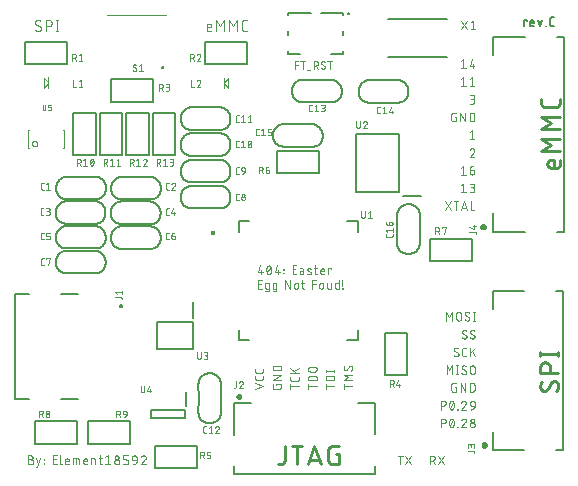
<source format=gto>
G04 EAGLE Gerber RS-274X export*
G75*
%MOMM*%
%FSLAX34Y34*%
%LPD*%
%INSilkscreen Top*%
%IPPOS*%
%AMOC8*
5,1,8,0,0,1.08239X$1,22.5*%
G01*
%ADD10C,0.228600*%
%ADD11C,0.076200*%
%ADD12C,0.152400*%
%ADD13C,0.127000*%
%ADD14C,0.050800*%
%ADD15C,0.200000*%
%ADD16C,0.240000*%
%ADD17C,0.300000*%
%ADD18C,0.100000*%
%ADD19C,0.200000*%
%ADD20C,0.400000*%


D10*
X228106Y25021D02*
X228106Y12970D01*
X228104Y12855D01*
X228098Y12740D01*
X228089Y12625D01*
X228075Y12511D01*
X228058Y12397D01*
X228037Y12284D01*
X228012Y12172D01*
X227984Y12060D01*
X227951Y11950D01*
X227915Y11841D01*
X227876Y11733D01*
X227833Y11626D01*
X227786Y11521D01*
X227736Y11417D01*
X227682Y11315D01*
X227625Y11215D01*
X227565Y11117D01*
X227502Y11021D01*
X227435Y10928D01*
X227365Y10836D01*
X227292Y10747D01*
X227216Y10660D01*
X227138Y10576D01*
X227057Y10495D01*
X226972Y10416D01*
X226886Y10341D01*
X226797Y10268D01*
X226705Y10198D01*
X226612Y10131D01*
X226516Y10068D01*
X226418Y10008D01*
X226318Y9951D01*
X226216Y9897D01*
X226112Y9847D01*
X226007Y9800D01*
X225900Y9757D01*
X225792Y9717D01*
X225683Y9682D01*
X225573Y9649D01*
X225461Y9621D01*
X225349Y9596D01*
X225236Y9575D01*
X225122Y9558D01*
X225008Y9544D01*
X224893Y9535D01*
X224778Y9529D01*
X224663Y9527D01*
X224662Y9527D02*
X222941Y9527D01*
X238841Y9527D02*
X238841Y25021D01*
X234537Y25021D02*
X243145Y25021D01*
X253430Y25021D02*
X248266Y9527D01*
X258595Y9527D02*
X253430Y25021D01*
X257304Y13400D02*
X249557Y13400D01*
X271304Y18134D02*
X273887Y18134D01*
X273887Y9527D01*
X268722Y9527D01*
X268607Y9529D01*
X268492Y9535D01*
X268377Y9544D01*
X268263Y9558D01*
X268149Y9575D01*
X268036Y9596D01*
X267924Y9621D01*
X267812Y9649D01*
X267702Y9682D01*
X267593Y9718D01*
X267485Y9757D01*
X267378Y9800D01*
X267273Y9847D01*
X267169Y9897D01*
X267067Y9951D01*
X266967Y10008D01*
X266869Y10068D01*
X266773Y10131D01*
X266680Y10198D01*
X266588Y10268D01*
X266499Y10341D01*
X266412Y10416D01*
X266328Y10495D01*
X266247Y10576D01*
X266168Y10660D01*
X266093Y10747D01*
X266020Y10836D01*
X265950Y10928D01*
X265883Y11021D01*
X265820Y11117D01*
X265760Y11215D01*
X265703Y11315D01*
X265649Y11417D01*
X265599Y11521D01*
X265552Y11626D01*
X265509Y11733D01*
X265470Y11841D01*
X265434Y11950D01*
X265401Y12060D01*
X265373Y12172D01*
X265348Y12284D01*
X265327Y12397D01*
X265310Y12511D01*
X265296Y12625D01*
X265287Y12740D01*
X265281Y12855D01*
X265279Y12970D01*
X265279Y21578D01*
X265281Y21693D01*
X265287Y21808D01*
X265296Y21923D01*
X265310Y22037D01*
X265327Y22151D01*
X265348Y22264D01*
X265373Y22376D01*
X265401Y22488D01*
X265434Y22598D01*
X265470Y22707D01*
X265509Y22815D01*
X265552Y22922D01*
X265599Y23027D01*
X265649Y23131D01*
X265703Y23233D01*
X265760Y23333D01*
X265820Y23431D01*
X265883Y23527D01*
X265950Y23620D01*
X266020Y23712D01*
X266093Y23801D01*
X266168Y23888D01*
X266247Y23972D01*
X266328Y24053D01*
X266412Y24131D01*
X266499Y24207D01*
X266588Y24280D01*
X266680Y24350D01*
X266773Y24417D01*
X266869Y24480D01*
X266967Y24540D01*
X267067Y24597D01*
X267169Y24651D01*
X267273Y24701D01*
X267378Y24748D01*
X267485Y24791D01*
X267593Y24830D01*
X267702Y24866D01*
X267812Y24899D01*
X267924Y24927D01*
X268036Y24952D01*
X268149Y24973D01*
X268263Y24990D01*
X268377Y25004D01*
X268492Y25013D01*
X268607Y25019D01*
X268722Y25021D01*
X273887Y25021D01*
X461016Y263148D02*
X461016Y267452D01*
X461015Y263148D02*
X461013Y263049D01*
X461007Y262950D01*
X460998Y262852D01*
X460985Y262754D01*
X460968Y262656D01*
X460947Y262560D01*
X460923Y262464D01*
X460895Y262369D01*
X460863Y262275D01*
X460828Y262183D01*
X460789Y262092D01*
X460747Y262002D01*
X460701Y261915D01*
X460652Y261829D01*
X460600Y261745D01*
X460545Y261663D01*
X460486Y261583D01*
X460425Y261505D01*
X460361Y261430D01*
X460293Y261358D01*
X460223Y261288D01*
X460151Y261220D01*
X460076Y261156D01*
X459998Y261095D01*
X459918Y261036D01*
X459836Y260981D01*
X459752Y260929D01*
X459666Y260880D01*
X459579Y260834D01*
X459489Y260792D01*
X459398Y260753D01*
X459306Y260718D01*
X459212Y260686D01*
X459117Y260658D01*
X459021Y260634D01*
X458925Y260613D01*
X458827Y260596D01*
X458729Y260583D01*
X458631Y260574D01*
X458532Y260568D01*
X458433Y260566D01*
X454129Y260566D01*
X454013Y260568D01*
X453897Y260574D01*
X453781Y260584D01*
X453665Y260597D01*
X453550Y260615D01*
X453436Y260636D01*
X453322Y260662D01*
X453210Y260691D01*
X453098Y260724D01*
X452988Y260761D01*
X452879Y260801D01*
X452771Y260845D01*
X452665Y260893D01*
X452561Y260944D01*
X452458Y260999D01*
X452357Y261057D01*
X452259Y261118D01*
X452162Y261183D01*
X452068Y261251D01*
X451976Y261322D01*
X451886Y261397D01*
X451799Y261474D01*
X451715Y261554D01*
X451634Y261637D01*
X451555Y261723D01*
X451479Y261811D01*
X451406Y261902D01*
X451337Y261995D01*
X451270Y262090D01*
X451207Y262188D01*
X451147Y262288D01*
X451091Y262389D01*
X451038Y262493D01*
X450988Y262598D01*
X450943Y262705D01*
X450900Y262813D01*
X450862Y262923D01*
X450827Y263034D01*
X450796Y263146D01*
X450769Y263259D01*
X450745Y263373D01*
X450726Y263488D01*
X450710Y263603D01*
X450698Y263719D01*
X450690Y263835D01*
X450686Y263951D01*
X450686Y264067D01*
X450690Y264183D01*
X450698Y264299D01*
X450710Y264415D01*
X450726Y264530D01*
X450745Y264645D01*
X450769Y264759D01*
X450796Y264872D01*
X450827Y264984D01*
X450862Y265095D01*
X450900Y265205D01*
X450943Y265313D01*
X450988Y265420D01*
X451038Y265525D01*
X451091Y265629D01*
X451147Y265731D01*
X451207Y265830D01*
X451270Y265928D01*
X451337Y266023D01*
X451406Y266116D01*
X451479Y266207D01*
X451555Y266295D01*
X451634Y266381D01*
X451715Y266464D01*
X451799Y266544D01*
X451886Y266621D01*
X451976Y266696D01*
X452068Y266767D01*
X452162Y266835D01*
X452259Y266900D01*
X452357Y266961D01*
X452458Y267019D01*
X452561Y267074D01*
X452665Y267125D01*
X452771Y267173D01*
X452879Y267217D01*
X452988Y267257D01*
X453098Y267294D01*
X453210Y267327D01*
X453322Y267356D01*
X453436Y267382D01*
X453550Y267403D01*
X453665Y267421D01*
X453781Y267434D01*
X453897Y267444D01*
X454013Y267450D01*
X454129Y267452D01*
X455851Y267452D01*
X455851Y260566D01*
X461016Y274997D02*
X445522Y274997D01*
X454129Y280161D01*
X445522Y285326D01*
X461016Y285326D01*
X461016Y293754D02*
X445522Y293754D01*
X454129Y298919D01*
X445522Y304084D01*
X461016Y304084D01*
X461016Y315201D02*
X461016Y318644D01*
X461016Y315201D02*
X461014Y315086D01*
X461008Y314971D01*
X460999Y314856D01*
X460985Y314742D01*
X460968Y314628D01*
X460947Y314515D01*
X460922Y314403D01*
X460894Y314291D01*
X460861Y314181D01*
X460825Y314072D01*
X460786Y313964D01*
X460743Y313857D01*
X460696Y313752D01*
X460646Y313648D01*
X460592Y313546D01*
X460535Y313446D01*
X460475Y313348D01*
X460412Y313252D01*
X460345Y313159D01*
X460275Y313067D01*
X460202Y312978D01*
X460127Y312891D01*
X460048Y312807D01*
X459967Y312726D01*
X459883Y312648D01*
X459796Y312572D01*
X459707Y312499D01*
X459615Y312429D01*
X459522Y312362D01*
X459426Y312299D01*
X459328Y312239D01*
X459228Y312182D01*
X459126Y312128D01*
X459022Y312078D01*
X458917Y312031D01*
X458810Y311988D01*
X458702Y311949D01*
X458593Y311913D01*
X458483Y311880D01*
X458371Y311852D01*
X458259Y311827D01*
X458146Y311806D01*
X458032Y311789D01*
X457918Y311775D01*
X457803Y311766D01*
X457688Y311760D01*
X457573Y311758D01*
X448965Y311758D01*
X448850Y311760D01*
X448735Y311766D01*
X448620Y311775D01*
X448506Y311789D01*
X448392Y311806D01*
X448279Y311827D01*
X448167Y311852D01*
X448055Y311880D01*
X447945Y311913D01*
X447836Y311949D01*
X447728Y311988D01*
X447621Y312031D01*
X447516Y312078D01*
X447412Y312128D01*
X447310Y312182D01*
X447210Y312239D01*
X447112Y312299D01*
X447016Y312362D01*
X446923Y312429D01*
X446831Y312499D01*
X446742Y312572D01*
X446655Y312647D01*
X446571Y312726D01*
X446490Y312807D01*
X446412Y312891D01*
X446336Y312978D01*
X446263Y313067D01*
X446193Y313159D01*
X446126Y313252D01*
X446063Y313348D01*
X446003Y313446D01*
X445946Y313546D01*
X445892Y313648D01*
X445842Y313752D01*
X445795Y313857D01*
X445752Y313964D01*
X445713Y314072D01*
X445677Y314181D01*
X445644Y314291D01*
X445616Y314403D01*
X445591Y314515D01*
X445570Y314628D01*
X445553Y314742D01*
X445539Y314856D01*
X445530Y314971D01*
X445524Y315086D01*
X445522Y315201D01*
X445522Y318644D01*
X456575Y80003D02*
X456690Y80001D01*
X456805Y79995D01*
X456920Y79986D01*
X457034Y79972D01*
X457148Y79955D01*
X457261Y79934D01*
X457373Y79909D01*
X457485Y79881D01*
X457595Y79848D01*
X457704Y79812D01*
X457812Y79773D01*
X457919Y79730D01*
X458024Y79683D01*
X458128Y79633D01*
X458230Y79579D01*
X458330Y79522D01*
X458428Y79462D01*
X458524Y79399D01*
X458617Y79332D01*
X458709Y79262D01*
X458798Y79189D01*
X458885Y79114D01*
X458969Y79035D01*
X459050Y78954D01*
X459129Y78870D01*
X459204Y78783D01*
X459277Y78694D01*
X459347Y78602D01*
X459414Y78509D01*
X459477Y78413D01*
X459537Y78315D01*
X459594Y78215D01*
X459648Y78113D01*
X459698Y78009D01*
X459745Y77904D01*
X459788Y77797D01*
X459827Y77689D01*
X459863Y77580D01*
X459896Y77470D01*
X459924Y77358D01*
X459949Y77246D01*
X459970Y77133D01*
X459987Y77019D01*
X460001Y76905D01*
X460010Y76790D01*
X460016Y76675D01*
X460018Y76560D01*
X460016Y76386D01*
X460010Y76212D01*
X459999Y76038D01*
X459985Y75865D01*
X459966Y75692D01*
X459943Y75519D01*
X459916Y75347D01*
X459885Y75176D01*
X459850Y75006D01*
X459811Y74836D01*
X459768Y74668D01*
X459720Y74500D01*
X459669Y74334D01*
X459614Y74169D01*
X459555Y74005D01*
X459491Y73843D01*
X459425Y73682D01*
X459354Y73523D01*
X459279Y73366D01*
X459201Y73210D01*
X459119Y73057D01*
X459033Y72905D01*
X458944Y72756D01*
X458851Y72609D01*
X458755Y72464D01*
X458655Y72321D01*
X458552Y72181D01*
X458446Y72043D01*
X458336Y71908D01*
X458223Y71776D01*
X458107Y71646D01*
X457988Y71519D01*
X457866Y71395D01*
X447967Y71826D02*
X447852Y71828D01*
X447737Y71834D01*
X447622Y71843D01*
X447508Y71857D01*
X447394Y71874D01*
X447281Y71895D01*
X447169Y71920D01*
X447057Y71948D01*
X446947Y71981D01*
X446838Y72017D01*
X446730Y72056D01*
X446623Y72099D01*
X446518Y72146D01*
X446414Y72196D01*
X446312Y72250D01*
X446212Y72307D01*
X446114Y72367D01*
X446018Y72430D01*
X445925Y72497D01*
X445833Y72567D01*
X445744Y72640D01*
X445657Y72715D01*
X445573Y72794D01*
X445492Y72875D01*
X445413Y72959D01*
X445338Y73046D01*
X445265Y73135D01*
X445195Y73227D01*
X445128Y73320D01*
X445065Y73416D01*
X445005Y73514D01*
X444948Y73614D01*
X444894Y73716D01*
X444844Y73820D01*
X444797Y73925D01*
X444754Y74032D01*
X444715Y74140D01*
X444679Y74249D01*
X444646Y74359D01*
X444618Y74471D01*
X444593Y74583D01*
X444572Y74696D01*
X444555Y74810D01*
X444541Y74924D01*
X444532Y75039D01*
X444526Y75154D01*
X444524Y75269D01*
X444526Y75429D01*
X444532Y75588D01*
X444542Y75748D01*
X444556Y75907D01*
X444573Y76066D01*
X444595Y76224D01*
X444621Y76382D01*
X444650Y76539D01*
X444684Y76695D01*
X444721Y76851D01*
X444762Y77005D01*
X444807Y77158D01*
X444855Y77311D01*
X444908Y77462D01*
X444964Y77611D01*
X445024Y77759D01*
X445087Y77906D01*
X445154Y78051D01*
X445225Y78194D01*
X445299Y78336D01*
X445377Y78476D01*
X445458Y78613D01*
X445542Y78749D01*
X445630Y78882D01*
X445721Y79014D01*
X445815Y79143D01*
X450980Y73548D02*
X450919Y73448D01*
X450854Y73350D01*
X450787Y73254D01*
X450716Y73161D01*
X450642Y73070D01*
X450565Y72982D01*
X450485Y72896D01*
X450402Y72813D01*
X450317Y72733D01*
X450229Y72656D01*
X450138Y72582D01*
X450045Y72511D01*
X449950Y72443D01*
X449852Y72378D01*
X449753Y72316D01*
X449651Y72258D01*
X449547Y72203D01*
X449442Y72152D01*
X449335Y72105D01*
X449226Y72061D01*
X449116Y72020D01*
X449005Y71984D01*
X448893Y71951D01*
X448779Y71922D01*
X448665Y71896D01*
X448550Y71875D01*
X448434Y71857D01*
X448318Y71844D01*
X448201Y71834D01*
X448084Y71828D01*
X447967Y71826D01*
X453562Y78281D02*
X453623Y78381D01*
X453688Y78479D01*
X453756Y78575D01*
X453826Y78668D01*
X453900Y78759D01*
X453977Y78847D01*
X454057Y78933D01*
X454140Y79016D01*
X454225Y79096D01*
X454313Y79173D01*
X454404Y79247D01*
X454497Y79319D01*
X454592Y79387D01*
X454690Y79451D01*
X454789Y79513D01*
X454891Y79571D01*
X454995Y79626D01*
X455100Y79677D01*
X455207Y79724D01*
X455316Y79768D01*
X455426Y79809D01*
X455537Y79845D01*
X455649Y79878D01*
X455763Y79907D01*
X455877Y79933D01*
X455992Y79954D01*
X456108Y79972D01*
X456224Y79985D01*
X456341Y79995D01*
X456458Y80001D01*
X456575Y80003D01*
X453562Y78282D02*
X450980Y73548D01*
X444524Y87302D02*
X460018Y87302D01*
X444524Y87302D02*
X444524Y91606D01*
X444526Y91736D01*
X444532Y91866D01*
X444542Y91996D01*
X444555Y92125D01*
X444573Y92254D01*
X444594Y92382D01*
X444620Y92509D01*
X444649Y92636D01*
X444682Y92762D01*
X444719Y92886D01*
X444759Y93010D01*
X444804Y93132D01*
X444852Y93253D01*
X444903Y93372D01*
X444958Y93490D01*
X445017Y93606D01*
X445079Y93720D01*
X445145Y93833D01*
X445214Y93943D01*
X445286Y94051D01*
X445361Y94157D01*
X445440Y94260D01*
X445522Y94361D01*
X445606Y94460D01*
X445694Y94556D01*
X445785Y94649D01*
X445878Y94740D01*
X445974Y94828D01*
X446073Y94912D01*
X446174Y94994D01*
X446277Y95073D01*
X446383Y95148D01*
X446491Y95220D01*
X446601Y95289D01*
X446714Y95355D01*
X446828Y95417D01*
X446944Y95476D01*
X447062Y95531D01*
X447181Y95582D01*
X447302Y95630D01*
X447424Y95675D01*
X447548Y95715D01*
X447672Y95752D01*
X447798Y95785D01*
X447925Y95814D01*
X448052Y95840D01*
X448180Y95861D01*
X448309Y95879D01*
X448438Y95892D01*
X448568Y95902D01*
X448698Y95908D01*
X448828Y95910D01*
X448958Y95908D01*
X449088Y95902D01*
X449218Y95892D01*
X449347Y95879D01*
X449476Y95861D01*
X449604Y95840D01*
X449731Y95814D01*
X449858Y95785D01*
X449984Y95752D01*
X450108Y95715D01*
X450232Y95675D01*
X450354Y95630D01*
X450475Y95582D01*
X450594Y95531D01*
X450712Y95476D01*
X450828Y95417D01*
X450942Y95355D01*
X451055Y95289D01*
X451165Y95220D01*
X451273Y95148D01*
X451379Y95073D01*
X451482Y94994D01*
X451583Y94912D01*
X451682Y94828D01*
X451778Y94740D01*
X451871Y94649D01*
X451962Y94556D01*
X452050Y94460D01*
X452134Y94361D01*
X452216Y94260D01*
X452295Y94157D01*
X452370Y94051D01*
X452442Y93943D01*
X452511Y93833D01*
X452577Y93720D01*
X452639Y93606D01*
X452698Y93490D01*
X452753Y93372D01*
X452804Y93253D01*
X452852Y93132D01*
X452897Y93010D01*
X452937Y92886D01*
X452974Y92762D01*
X453007Y92636D01*
X453036Y92509D01*
X453062Y92382D01*
X453083Y92254D01*
X453101Y92125D01*
X453114Y91996D01*
X453124Y91866D01*
X453130Y91736D01*
X453132Y91606D01*
X453132Y87302D01*
X460018Y103315D02*
X444524Y103315D01*
X460018Y101593D02*
X460018Y105036D01*
X444524Y105036D02*
X444524Y101593D01*
D11*
X21803Y378521D02*
X21801Y378432D01*
X21795Y378344D01*
X21786Y378256D01*
X21773Y378168D01*
X21756Y378081D01*
X21736Y377995D01*
X21711Y377910D01*
X21684Y377825D01*
X21652Y377742D01*
X21618Y377661D01*
X21579Y377581D01*
X21538Y377503D01*
X21493Y377426D01*
X21445Y377352D01*
X21394Y377279D01*
X21340Y377209D01*
X21282Y377142D01*
X21222Y377076D01*
X21160Y377014D01*
X21094Y376954D01*
X21027Y376896D01*
X20957Y376842D01*
X20884Y376791D01*
X20810Y376743D01*
X20733Y376698D01*
X20655Y376657D01*
X20575Y376618D01*
X20494Y376584D01*
X20411Y376552D01*
X20326Y376525D01*
X20241Y376500D01*
X20155Y376480D01*
X20068Y376463D01*
X19980Y376450D01*
X19892Y376441D01*
X19804Y376435D01*
X19715Y376433D01*
X19715Y376432D02*
X19586Y376434D01*
X19457Y376440D01*
X19328Y376449D01*
X19200Y376462D01*
X19072Y376479D01*
X18945Y376500D01*
X18818Y376524D01*
X18692Y376552D01*
X18567Y376584D01*
X18443Y376619D01*
X18320Y376658D01*
X18198Y376701D01*
X18078Y376747D01*
X17959Y376797D01*
X17841Y376850D01*
X17725Y376906D01*
X17611Y376966D01*
X17498Y377029D01*
X17388Y377096D01*
X17279Y377165D01*
X17173Y377238D01*
X17068Y377314D01*
X16966Y377393D01*
X16867Y377475D01*
X16769Y377559D01*
X16674Y377647D01*
X16582Y377737D01*
X16844Y383742D02*
X16846Y383831D01*
X16852Y383919D01*
X16861Y384007D01*
X16874Y384095D01*
X16891Y384182D01*
X16911Y384268D01*
X16936Y384353D01*
X16963Y384438D01*
X16995Y384521D01*
X17029Y384602D01*
X17068Y384682D01*
X17109Y384760D01*
X17154Y384837D01*
X17202Y384911D01*
X17253Y384984D01*
X17307Y385054D01*
X17365Y385121D01*
X17425Y385187D01*
X17487Y385249D01*
X17553Y385309D01*
X17620Y385367D01*
X17690Y385421D01*
X17763Y385472D01*
X17837Y385520D01*
X17914Y385565D01*
X17992Y385606D01*
X18072Y385645D01*
X18153Y385679D01*
X18236Y385711D01*
X18321Y385738D01*
X18406Y385763D01*
X18492Y385783D01*
X18579Y385800D01*
X18667Y385813D01*
X18755Y385822D01*
X18843Y385828D01*
X18932Y385830D01*
X19052Y385828D01*
X19172Y385823D01*
X19292Y385813D01*
X19411Y385801D01*
X19530Y385784D01*
X19648Y385764D01*
X19766Y385740D01*
X19882Y385713D01*
X19998Y385682D01*
X20113Y385648D01*
X20227Y385610D01*
X20340Y385568D01*
X20451Y385523D01*
X20561Y385475D01*
X20669Y385424D01*
X20776Y385369D01*
X20881Y385311D01*
X20984Y385249D01*
X21085Y385185D01*
X21185Y385117D01*
X21282Y385047D01*
X17888Y381915D02*
X17810Y381963D01*
X17734Y382015D01*
X17661Y382069D01*
X17590Y382127D01*
X17521Y382188D01*
X17455Y382252D01*
X17392Y382319D01*
X17332Y382388D01*
X17275Y382460D01*
X17221Y382534D01*
X17171Y382611D01*
X17123Y382690D01*
X17080Y382770D01*
X17039Y382853D01*
X17003Y382937D01*
X16970Y383022D01*
X16941Y383109D01*
X16915Y383198D01*
X16893Y383287D01*
X16876Y383377D01*
X16862Y383467D01*
X16852Y383559D01*
X16846Y383650D01*
X16844Y383742D01*
X20760Y380348D02*
X20838Y380300D01*
X20914Y380248D01*
X20987Y380194D01*
X21058Y380136D01*
X21127Y380075D01*
X21193Y380011D01*
X21256Y379944D01*
X21316Y379875D01*
X21373Y379803D01*
X21427Y379729D01*
X21477Y379652D01*
X21525Y379573D01*
X21568Y379493D01*
X21609Y379410D01*
X21645Y379326D01*
X21678Y379241D01*
X21707Y379154D01*
X21733Y379065D01*
X21755Y378976D01*
X21772Y378886D01*
X21786Y378796D01*
X21796Y378704D01*
X21802Y378613D01*
X21804Y378521D01*
X20759Y380348D02*
X17888Y381914D01*
X25858Y385830D02*
X25858Y376432D01*
X25858Y385830D02*
X28468Y385830D01*
X28468Y385831D02*
X28569Y385829D01*
X28670Y385823D01*
X28771Y385813D01*
X28871Y385800D01*
X28971Y385782D01*
X29070Y385761D01*
X29168Y385735D01*
X29265Y385706D01*
X29361Y385674D01*
X29455Y385637D01*
X29548Y385597D01*
X29640Y385553D01*
X29729Y385506D01*
X29817Y385455D01*
X29903Y385401D01*
X29986Y385344D01*
X30068Y385284D01*
X30146Y385220D01*
X30223Y385154D01*
X30296Y385084D01*
X30367Y385012D01*
X30435Y384937D01*
X30500Y384859D01*
X30562Y384779D01*
X30621Y384697D01*
X30677Y384612D01*
X30729Y384525D01*
X30778Y384437D01*
X30824Y384346D01*
X30865Y384254D01*
X30904Y384160D01*
X30938Y384065D01*
X30969Y383969D01*
X30996Y383871D01*
X31020Y383773D01*
X31039Y383673D01*
X31055Y383573D01*
X31067Y383473D01*
X31075Y383372D01*
X31079Y383271D01*
X31079Y383169D01*
X31075Y383068D01*
X31067Y382967D01*
X31055Y382867D01*
X31039Y382767D01*
X31020Y382667D01*
X30996Y382569D01*
X30969Y382471D01*
X30938Y382375D01*
X30904Y382280D01*
X30865Y382186D01*
X30824Y382094D01*
X30778Y382003D01*
X30729Y381915D01*
X30677Y381828D01*
X30621Y381743D01*
X30562Y381661D01*
X30500Y381581D01*
X30435Y381503D01*
X30367Y381428D01*
X30296Y381356D01*
X30223Y381286D01*
X30146Y381220D01*
X30068Y381156D01*
X29986Y381096D01*
X29903Y381039D01*
X29817Y380985D01*
X29729Y380934D01*
X29640Y380887D01*
X29548Y380843D01*
X29455Y380803D01*
X29361Y380766D01*
X29265Y380734D01*
X29168Y380705D01*
X29070Y380679D01*
X28971Y380658D01*
X28871Y380640D01*
X28771Y380627D01*
X28670Y380617D01*
X28569Y380611D01*
X28468Y380609D01*
X25858Y380609D01*
X35347Y376432D02*
X35347Y385830D01*
X34303Y376432D02*
X36392Y376432D01*
X36392Y385830D02*
X34303Y385830D01*
X163658Y376432D02*
X166269Y376432D01*
X163658Y376432D02*
X163581Y376434D01*
X163505Y376440D01*
X163428Y376449D01*
X163352Y376462D01*
X163277Y376479D01*
X163203Y376499D01*
X163130Y376524D01*
X163059Y376551D01*
X162988Y376582D01*
X162920Y376617D01*
X162853Y376655D01*
X162788Y376696D01*
X162725Y376740D01*
X162665Y376787D01*
X162606Y376838D01*
X162551Y376891D01*
X162498Y376946D01*
X162447Y377005D01*
X162400Y377065D01*
X162356Y377128D01*
X162315Y377193D01*
X162277Y377260D01*
X162242Y377328D01*
X162211Y377399D01*
X162184Y377470D01*
X162159Y377543D01*
X162139Y377617D01*
X162122Y377692D01*
X162109Y377768D01*
X162100Y377845D01*
X162094Y377921D01*
X162092Y377998D01*
X162092Y380609D01*
X162094Y380699D01*
X162100Y380788D01*
X162109Y380878D01*
X162123Y380967D01*
X162140Y381055D01*
X162161Y381142D01*
X162186Y381229D01*
X162215Y381314D01*
X162247Y381398D01*
X162282Y381480D01*
X162322Y381561D01*
X162364Y381640D01*
X162410Y381717D01*
X162460Y381792D01*
X162512Y381865D01*
X162568Y381936D01*
X162626Y382004D01*
X162688Y382069D01*
X162752Y382132D01*
X162819Y382192D01*
X162888Y382249D01*
X162960Y382303D01*
X163034Y382354D01*
X163110Y382402D01*
X163188Y382446D01*
X163268Y382487D01*
X163350Y382525D01*
X163433Y382559D01*
X163518Y382589D01*
X163604Y382616D01*
X163690Y382639D01*
X163778Y382658D01*
X163867Y382673D01*
X163956Y382685D01*
X164045Y382693D01*
X164135Y382697D01*
X164225Y382697D01*
X164315Y382693D01*
X164404Y382685D01*
X164493Y382673D01*
X164582Y382658D01*
X164670Y382639D01*
X164756Y382616D01*
X164842Y382589D01*
X164927Y382559D01*
X165010Y382525D01*
X165092Y382487D01*
X165172Y382446D01*
X165250Y382402D01*
X165326Y382354D01*
X165400Y382303D01*
X165472Y382249D01*
X165541Y382192D01*
X165608Y382132D01*
X165672Y382069D01*
X165734Y382004D01*
X165792Y381936D01*
X165848Y381865D01*
X165900Y381792D01*
X165950Y381717D01*
X165996Y381640D01*
X166038Y381561D01*
X166078Y381480D01*
X166113Y381398D01*
X166145Y381314D01*
X166174Y381229D01*
X166199Y381142D01*
X166220Y381055D01*
X166237Y380967D01*
X166251Y380878D01*
X166260Y380788D01*
X166266Y380699D01*
X166268Y380609D01*
X166269Y380609D02*
X166269Y379565D01*
X162092Y379565D01*
X170496Y376432D02*
X170496Y385830D01*
X173629Y380609D01*
X176761Y385830D01*
X176761Y376432D01*
X181469Y376432D02*
X181469Y385830D01*
X184602Y380609D01*
X187734Y385830D01*
X187734Y376432D01*
X194112Y376432D02*
X196201Y376432D01*
X194112Y376433D02*
X194023Y376435D01*
X193935Y376441D01*
X193847Y376450D01*
X193759Y376463D01*
X193672Y376480D01*
X193586Y376500D01*
X193501Y376525D01*
X193416Y376552D01*
X193333Y376584D01*
X193252Y376618D01*
X193172Y376657D01*
X193094Y376698D01*
X193017Y376743D01*
X192943Y376791D01*
X192870Y376842D01*
X192800Y376896D01*
X192733Y376954D01*
X192667Y377014D01*
X192605Y377076D01*
X192545Y377142D01*
X192487Y377209D01*
X192433Y377279D01*
X192382Y377352D01*
X192334Y377426D01*
X192289Y377503D01*
X192248Y377581D01*
X192209Y377661D01*
X192175Y377742D01*
X192143Y377825D01*
X192116Y377910D01*
X192091Y377995D01*
X192071Y378081D01*
X192054Y378168D01*
X192041Y378256D01*
X192032Y378344D01*
X192026Y378432D01*
X192024Y378521D01*
X192024Y383742D01*
X192026Y383833D01*
X192032Y383924D01*
X192042Y384015D01*
X192056Y384105D01*
X192073Y384194D01*
X192095Y384282D01*
X192121Y384370D01*
X192150Y384456D01*
X192183Y384541D01*
X192220Y384624D01*
X192260Y384706D01*
X192304Y384786D01*
X192351Y384864D01*
X192402Y384940D01*
X192455Y385013D01*
X192512Y385084D01*
X192573Y385153D01*
X192636Y385218D01*
X192701Y385281D01*
X192770Y385341D01*
X192841Y385399D01*
X192914Y385452D01*
X192990Y385503D01*
X193068Y385550D01*
X193148Y385594D01*
X193230Y385634D01*
X193313Y385671D01*
X193398Y385704D01*
X193484Y385733D01*
X193572Y385759D01*
X193660Y385781D01*
X193749Y385798D01*
X193839Y385812D01*
X193930Y385822D01*
X194021Y385828D01*
X194112Y385830D01*
X196201Y385830D01*
X210185Y75976D02*
X202819Y73521D01*
X202819Y78432D02*
X210185Y75976D01*
X210185Y82859D02*
X210185Y84496D01*
X210185Y82859D02*
X210183Y82781D01*
X210178Y82703D01*
X210168Y82626D01*
X210155Y82549D01*
X210139Y82473D01*
X210119Y82398D01*
X210095Y82324D01*
X210068Y82251D01*
X210037Y82179D01*
X210003Y82109D01*
X209966Y82041D01*
X209925Y81974D01*
X209881Y81909D01*
X209835Y81847D01*
X209785Y81787D01*
X209733Y81729D01*
X209678Y81674D01*
X209620Y81622D01*
X209560Y81572D01*
X209498Y81526D01*
X209433Y81482D01*
X209367Y81441D01*
X209298Y81404D01*
X209228Y81370D01*
X209156Y81339D01*
X209083Y81312D01*
X209009Y81288D01*
X208934Y81268D01*
X208858Y81252D01*
X208781Y81239D01*
X208704Y81229D01*
X208626Y81224D01*
X208548Y81222D01*
X204456Y81222D01*
X204376Y81224D01*
X204296Y81230D01*
X204216Y81240D01*
X204137Y81253D01*
X204058Y81271D01*
X203981Y81292D01*
X203905Y81318D01*
X203830Y81347D01*
X203756Y81379D01*
X203684Y81415D01*
X203614Y81455D01*
X203547Y81498D01*
X203481Y81544D01*
X203418Y81594D01*
X203357Y81646D01*
X203298Y81701D01*
X203243Y81760D01*
X203191Y81820D01*
X203141Y81884D01*
X203095Y81949D01*
X203052Y82017D01*
X203012Y82087D01*
X202976Y82159D01*
X202944Y82233D01*
X202915Y82307D01*
X202890Y82384D01*
X202868Y82461D01*
X202850Y82540D01*
X202837Y82619D01*
X202827Y82698D01*
X202821Y82779D01*
X202819Y82859D01*
X202819Y84496D01*
X210185Y88955D02*
X210185Y90592D01*
X210185Y88955D02*
X210183Y88877D01*
X210178Y88799D01*
X210168Y88722D01*
X210155Y88645D01*
X210139Y88569D01*
X210119Y88494D01*
X210095Y88420D01*
X210068Y88347D01*
X210037Y88275D01*
X210003Y88205D01*
X209966Y88137D01*
X209925Y88070D01*
X209881Y88005D01*
X209835Y87943D01*
X209785Y87883D01*
X209733Y87825D01*
X209678Y87770D01*
X209620Y87718D01*
X209560Y87668D01*
X209498Y87622D01*
X209433Y87578D01*
X209367Y87537D01*
X209298Y87500D01*
X209228Y87466D01*
X209156Y87435D01*
X209083Y87408D01*
X209009Y87384D01*
X208934Y87364D01*
X208858Y87348D01*
X208781Y87335D01*
X208704Y87325D01*
X208626Y87320D01*
X208548Y87318D01*
X204456Y87318D01*
X204376Y87320D01*
X204296Y87326D01*
X204216Y87336D01*
X204137Y87349D01*
X204058Y87367D01*
X203981Y87388D01*
X203905Y87414D01*
X203830Y87443D01*
X203756Y87475D01*
X203684Y87511D01*
X203614Y87551D01*
X203547Y87594D01*
X203481Y87640D01*
X203418Y87690D01*
X203357Y87742D01*
X203298Y87797D01*
X203243Y87856D01*
X203191Y87916D01*
X203141Y87980D01*
X203095Y88045D01*
X203052Y88113D01*
X203012Y88183D01*
X202976Y88255D01*
X202944Y88329D01*
X202915Y88403D01*
X202890Y88480D01*
X202868Y88557D01*
X202850Y88636D01*
X202837Y88715D01*
X202827Y88794D01*
X202821Y88875D01*
X202819Y88955D01*
X202819Y90592D01*
X221199Y77613D02*
X221199Y76385D01*
X221199Y77613D02*
X225291Y77613D01*
X225291Y75158D01*
X225292Y75158D02*
X225290Y75080D01*
X225285Y75002D01*
X225275Y74925D01*
X225262Y74848D01*
X225246Y74772D01*
X225226Y74697D01*
X225202Y74623D01*
X225175Y74550D01*
X225144Y74478D01*
X225110Y74408D01*
X225073Y74340D01*
X225032Y74273D01*
X224988Y74208D01*
X224942Y74146D01*
X224892Y74086D01*
X224840Y74028D01*
X224785Y73973D01*
X224727Y73921D01*
X224667Y73871D01*
X224605Y73825D01*
X224540Y73781D01*
X224474Y73740D01*
X224405Y73703D01*
X224335Y73669D01*
X224263Y73638D01*
X224190Y73611D01*
X224116Y73587D01*
X224041Y73567D01*
X223965Y73551D01*
X223888Y73538D01*
X223811Y73528D01*
X223733Y73523D01*
X223655Y73521D01*
X219562Y73521D01*
X219482Y73523D01*
X219402Y73529D01*
X219322Y73539D01*
X219243Y73552D01*
X219164Y73570D01*
X219087Y73591D01*
X219011Y73617D01*
X218936Y73646D01*
X218862Y73678D01*
X218790Y73714D01*
X218720Y73754D01*
X218653Y73797D01*
X218587Y73843D01*
X218524Y73893D01*
X218463Y73945D01*
X218404Y74000D01*
X218349Y74059D01*
X218297Y74119D01*
X218247Y74183D01*
X218201Y74248D01*
X218158Y74316D01*
X218118Y74386D01*
X218082Y74458D01*
X218050Y74532D01*
X218021Y74606D01*
X217996Y74683D01*
X217974Y74760D01*
X217956Y74839D01*
X217943Y74918D01*
X217933Y74997D01*
X217927Y75078D01*
X217925Y75158D01*
X217925Y77613D01*
X217925Y81324D02*
X225291Y81324D01*
X225291Y85416D02*
X217925Y81324D01*
X217925Y85416D02*
X225291Y85416D01*
X225291Y89127D02*
X217925Y89127D01*
X217925Y91173D01*
X217926Y91173D02*
X217928Y91262D01*
X217934Y91351D01*
X217944Y91440D01*
X217957Y91528D01*
X217974Y91616D01*
X217996Y91703D01*
X218021Y91788D01*
X218049Y91873D01*
X218082Y91956D01*
X218118Y92038D01*
X218157Y92118D01*
X218200Y92196D01*
X218246Y92272D01*
X218296Y92347D01*
X218349Y92419D01*
X218405Y92488D01*
X218464Y92555D01*
X218525Y92620D01*
X218590Y92681D01*
X218657Y92740D01*
X218726Y92796D01*
X218798Y92849D01*
X218873Y92899D01*
X218949Y92945D01*
X219027Y92988D01*
X219107Y93027D01*
X219189Y93063D01*
X219272Y93096D01*
X219357Y93124D01*
X219442Y93149D01*
X219529Y93171D01*
X219617Y93188D01*
X219705Y93201D01*
X219794Y93211D01*
X219883Y93217D01*
X219972Y93219D01*
X223245Y93219D01*
X223334Y93217D01*
X223423Y93211D01*
X223512Y93201D01*
X223600Y93188D01*
X223688Y93171D01*
X223775Y93149D01*
X223860Y93124D01*
X223945Y93096D01*
X224028Y93063D01*
X224110Y93027D01*
X224190Y92988D01*
X224268Y92945D01*
X224344Y92899D01*
X224419Y92849D01*
X224491Y92796D01*
X224560Y92740D01*
X224627Y92681D01*
X224692Y92620D01*
X224753Y92555D01*
X224812Y92488D01*
X224868Y92419D01*
X224921Y92347D01*
X224971Y92272D01*
X225017Y92196D01*
X225060Y92118D01*
X225099Y92038D01*
X225135Y91956D01*
X225168Y91873D01*
X225196Y91788D01*
X225221Y91703D01*
X225243Y91616D01*
X225260Y91528D01*
X225273Y91440D01*
X225283Y91351D01*
X225289Y91262D01*
X225291Y91173D01*
X225291Y89127D01*
X232967Y75567D02*
X240333Y75567D01*
X232967Y73521D02*
X232967Y77613D01*
X240333Y81962D02*
X240333Y83599D01*
X240334Y81962D02*
X240332Y81884D01*
X240327Y81806D01*
X240317Y81729D01*
X240304Y81652D01*
X240288Y81576D01*
X240268Y81501D01*
X240244Y81427D01*
X240217Y81354D01*
X240186Y81282D01*
X240152Y81212D01*
X240115Y81144D01*
X240074Y81077D01*
X240030Y81012D01*
X239984Y80950D01*
X239934Y80890D01*
X239882Y80832D01*
X239827Y80777D01*
X239769Y80725D01*
X239709Y80675D01*
X239647Y80629D01*
X239582Y80585D01*
X239516Y80544D01*
X239447Y80507D01*
X239377Y80473D01*
X239305Y80442D01*
X239232Y80415D01*
X239158Y80391D01*
X239083Y80371D01*
X239007Y80355D01*
X238930Y80342D01*
X238853Y80332D01*
X238775Y80327D01*
X238697Y80325D01*
X234604Y80325D01*
X234524Y80327D01*
X234444Y80333D01*
X234364Y80343D01*
X234285Y80356D01*
X234206Y80374D01*
X234129Y80395D01*
X234053Y80421D01*
X233978Y80450D01*
X233904Y80482D01*
X233832Y80518D01*
X233762Y80558D01*
X233695Y80601D01*
X233629Y80647D01*
X233566Y80697D01*
X233505Y80749D01*
X233446Y80804D01*
X233391Y80863D01*
X233339Y80923D01*
X233289Y80987D01*
X233243Y81052D01*
X233200Y81120D01*
X233160Y81190D01*
X233124Y81262D01*
X233092Y81336D01*
X233063Y81410D01*
X233038Y81487D01*
X233016Y81564D01*
X232998Y81643D01*
X232985Y81722D01*
X232975Y81801D01*
X232969Y81882D01*
X232967Y81962D01*
X232967Y83599D01*
X232967Y86806D02*
X240333Y86806D01*
X237469Y86806D02*
X232967Y90898D01*
X235832Y88443D02*
X240333Y90898D01*
X247923Y75567D02*
X255289Y75567D01*
X247923Y73521D02*
X247923Y77613D01*
X247923Y80592D02*
X255289Y80592D01*
X247923Y80592D02*
X247923Y82638D01*
X247925Y82727D01*
X247931Y82816D01*
X247941Y82905D01*
X247954Y82993D01*
X247971Y83081D01*
X247993Y83168D01*
X248018Y83253D01*
X248046Y83338D01*
X248079Y83421D01*
X248115Y83503D01*
X248154Y83583D01*
X248197Y83661D01*
X248243Y83737D01*
X248293Y83812D01*
X248346Y83884D01*
X248402Y83953D01*
X248461Y84020D01*
X248522Y84085D01*
X248587Y84146D01*
X248654Y84205D01*
X248723Y84261D01*
X248795Y84314D01*
X248870Y84364D01*
X248946Y84410D01*
X249024Y84453D01*
X249104Y84492D01*
X249186Y84528D01*
X249269Y84561D01*
X249354Y84589D01*
X249439Y84614D01*
X249526Y84636D01*
X249614Y84653D01*
X249702Y84666D01*
X249791Y84676D01*
X249880Y84682D01*
X249969Y84684D01*
X253243Y84684D01*
X253332Y84682D01*
X253421Y84676D01*
X253510Y84666D01*
X253598Y84653D01*
X253686Y84636D01*
X253773Y84614D01*
X253858Y84589D01*
X253943Y84561D01*
X254026Y84528D01*
X254108Y84492D01*
X254188Y84453D01*
X254266Y84410D01*
X254342Y84364D01*
X254417Y84314D01*
X254489Y84261D01*
X254558Y84205D01*
X254625Y84146D01*
X254690Y84085D01*
X254751Y84020D01*
X254810Y83953D01*
X254866Y83884D01*
X254919Y83812D01*
X254969Y83737D01*
X255015Y83661D01*
X255058Y83583D01*
X255097Y83503D01*
X255133Y83421D01*
X255166Y83338D01*
X255194Y83253D01*
X255219Y83168D01*
X255241Y83081D01*
X255258Y82993D01*
X255271Y82905D01*
X255281Y82816D01*
X255287Y82727D01*
X255289Y82638D01*
X255289Y80592D01*
X253243Y88151D02*
X249969Y88151D01*
X249880Y88153D01*
X249791Y88159D01*
X249702Y88169D01*
X249614Y88182D01*
X249526Y88199D01*
X249439Y88221D01*
X249354Y88246D01*
X249269Y88274D01*
X249186Y88307D01*
X249104Y88343D01*
X249024Y88382D01*
X248946Y88425D01*
X248870Y88471D01*
X248795Y88521D01*
X248723Y88574D01*
X248654Y88630D01*
X248587Y88689D01*
X248522Y88750D01*
X248461Y88815D01*
X248402Y88882D01*
X248346Y88951D01*
X248293Y89023D01*
X248243Y89098D01*
X248197Y89174D01*
X248154Y89252D01*
X248115Y89332D01*
X248079Y89414D01*
X248046Y89497D01*
X248018Y89582D01*
X247993Y89667D01*
X247971Y89754D01*
X247954Y89842D01*
X247941Y89930D01*
X247931Y90019D01*
X247925Y90108D01*
X247923Y90197D01*
X247925Y90286D01*
X247931Y90375D01*
X247941Y90464D01*
X247954Y90552D01*
X247971Y90640D01*
X247993Y90727D01*
X248018Y90812D01*
X248046Y90897D01*
X248079Y90980D01*
X248115Y91062D01*
X248154Y91142D01*
X248197Y91220D01*
X248243Y91296D01*
X248293Y91371D01*
X248346Y91443D01*
X248402Y91512D01*
X248461Y91579D01*
X248522Y91644D01*
X248587Y91705D01*
X248654Y91764D01*
X248723Y91820D01*
X248795Y91873D01*
X248870Y91923D01*
X248946Y91969D01*
X249024Y92012D01*
X249104Y92051D01*
X249186Y92087D01*
X249269Y92120D01*
X249354Y92148D01*
X249439Y92173D01*
X249526Y92195D01*
X249614Y92212D01*
X249702Y92225D01*
X249791Y92235D01*
X249880Y92241D01*
X249969Y92243D01*
X253243Y92243D01*
X253332Y92241D01*
X253421Y92235D01*
X253510Y92225D01*
X253598Y92212D01*
X253686Y92195D01*
X253773Y92173D01*
X253858Y92148D01*
X253943Y92120D01*
X254026Y92087D01*
X254108Y92051D01*
X254188Y92012D01*
X254266Y91969D01*
X254342Y91923D01*
X254417Y91873D01*
X254489Y91820D01*
X254558Y91764D01*
X254625Y91705D01*
X254690Y91644D01*
X254751Y91579D01*
X254810Y91512D01*
X254866Y91443D01*
X254919Y91371D01*
X254969Y91296D01*
X255015Y91220D01*
X255058Y91142D01*
X255097Y91062D01*
X255133Y90980D01*
X255166Y90897D01*
X255194Y90812D01*
X255219Y90727D01*
X255241Y90640D01*
X255258Y90552D01*
X255271Y90464D01*
X255281Y90375D01*
X255287Y90286D01*
X255289Y90197D01*
X255287Y90108D01*
X255281Y90019D01*
X255271Y89930D01*
X255258Y89842D01*
X255241Y89754D01*
X255219Y89667D01*
X255194Y89582D01*
X255166Y89497D01*
X255133Y89414D01*
X255097Y89332D01*
X255058Y89252D01*
X255015Y89174D01*
X254969Y89098D01*
X254919Y89023D01*
X254866Y88951D01*
X254810Y88882D01*
X254751Y88815D01*
X254690Y88750D01*
X254625Y88689D01*
X254558Y88630D01*
X254489Y88574D01*
X254417Y88521D01*
X254342Y88471D01*
X254266Y88425D01*
X254188Y88382D01*
X254108Y88343D01*
X254026Y88307D01*
X253943Y88274D01*
X253858Y88246D01*
X253773Y88221D01*
X253686Y88199D01*
X253598Y88182D01*
X253510Y88169D01*
X253421Y88159D01*
X253332Y88153D01*
X253243Y88151D01*
X263023Y75567D02*
X270389Y75567D01*
X263023Y73521D02*
X263023Y77613D01*
X263023Y80592D02*
X270389Y80592D01*
X263023Y80592D02*
X263023Y82638D01*
X263024Y82638D02*
X263026Y82727D01*
X263032Y82816D01*
X263042Y82905D01*
X263055Y82993D01*
X263072Y83081D01*
X263094Y83168D01*
X263119Y83253D01*
X263147Y83338D01*
X263180Y83421D01*
X263216Y83503D01*
X263255Y83583D01*
X263298Y83661D01*
X263344Y83737D01*
X263394Y83812D01*
X263447Y83884D01*
X263503Y83953D01*
X263562Y84020D01*
X263623Y84085D01*
X263688Y84146D01*
X263755Y84205D01*
X263824Y84261D01*
X263896Y84314D01*
X263971Y84364D01*
X264047Y84410D01*
X264125Y84453D01*
X264205Y84492D01*
X264287Y84528D01*
X264370Y84561D01*
X264455Y84589D01*
X264540Y84614D01*
X264627Y84636D01*
X264715Y84653D01*
X264803Y84666D01*
X264892Y84676D01*
X264981Y84682D01*
X265070Y84684D01*
X268343Y84684D01*
X268432Y84682D01*
X268521Y84676D01*
X268610Y84666D01*
X268698Y84653D01*
X268786Y84636D01*
X268873Y84614D01*
X268958Y84589D01*
X269043Y84561D01*
X269126Y84528D01*
X269208Y84492D01*
X269288Y84453D01*
X269366Y84410D01*
X269442Y84364D01*
X269517Y84314D01*
X269589Y84261D01*
X269658Y84205D01*
X269725Y84146D01*
X269790Y84085D01*
X269851Y84020D01*
X269910Y83953D01*
X269966Y83884D01*
X270019Y83812D01*
X270069Y83737D01*
X270115Y83661D01*
X270158Y83583D01*
X270197Y83503D01*
X270233Y83421D01*
X270266Y83338D01*
X270294Y83253D01*
X270319Y83168D01*
X270341Y83081D01*
X270358Y82993D01*
X270371Y82905D01*
X270381Y82816D01*
X270387Y82727D01*
X270389Y82638D01*
X270389Y80592D01*
X270389Y88734D02*
X263023Y88734D01*
X270389Y87916D02*
X270389Y89553D01*
X263023Y89553D02*
X263023Y87916D01*
X278040Y75567D02*
X285406Y75567D01*
X278040Y73521D02*
X278040Y77613D01*
X278040Y80671D02*
X285406Y80671D01*
X282132Y83126D02*
X278040Y80671D01*
X282132Y83126D02*
X278040Y85581D01*
X285406Y85581D01*
X285406Y91338D02*
X285404Y91416D01*
X285399Y91494D01*
X285389Y91571D01*
X285376Y91648D01*
X285360Y91724D01*
X285340Y91799D01*
X285316Y91873D01*
X285289Y91946D01*
X285258Y92018D01*
X285224Y92088D01*
X285187Y92157D01*
X285146Y92223D01*
X285102Y92288D01*
X285056Y92350D01*
X285006Y92410D01*
X284954Y92468D01*
X284899Y92523D01*
X284841Y92575D01*
X284781Y92625D01*
X284719Y92671D01*
X284654Y92715D01*
X284588Y92756D01*
X284519Y92793D01*
X284449Y92827D01*
X284377Y92858D01*
X284304Y92885D01*
X284230Y92909D01*
X284155Y92929D01*
X284079Y92945D01*
X284002Y92958D01*
X283925Y92968D01*
X283847Y92973D01*
X283769Y92975D01*
X285406Y91338D02*
X285404Y91224D01*
X285399Y91111D01*
X285389Y90997D01*
X285376Y90884D01*
X285359Y90772D01*
X285339Y90660D01*
X285315Y90549D01*
X285287Y90438D01*
X285256Y90329D01*
X285221Y90221D01*
X285182Y90114D01*
X285140Y90008D01*
X285095Y89904D01*
X285046Y89801D01*
X284993Y89700D01*
X284938Y89601D01*
X284879Y89503D01*
X284817Y89408D01*
X284752Y89315D01*
X284684Y89223D01*
X284613Y89135D01*
X284539Y89048D01*
X284462Y88964D01*
X284383Y88883D01*
X279677Y89087D02*
X279599Y89089D01*
X279521Y89094D01*
X279444Y89104D01*
X279367Y89117D01*
X279291Y89133D01*
X279216Y89153D01*
X279142Y89177D01*
X279069Y89204D01*
X278997Y89235D01*
X278927Y89269D01*
X278859Y89306D01*
X278792Y89347D01*
X278727Y89391D01*
X278665Y89437D01*
X278605Y89487D01*
X278547Y89539D01*
X278492Y89594D01*
X278440Y89652D01*
X278390Y89712D01*
X278344Y89774D01*
X278300Y89839D01*
X278259Y89906D01*
X278222Y89974D01*
X278188Y90044D01*
X278157Y90116D01*
X278130Y90189D01*
X278106Y90263D01*
X278086Y90338D01*
X278070Y90414D01*
X278057Y90491D01*
X278047Y90568D01*
X278042Y90646D01*
X278040Y90724D01*
X278042Y90834D01*
X278048Y90943D01*
X278058Y91053D01*
X278071Y91161D01*
X278089Y91270D01*
X278110Y91377D01*
X278136Y91484D01*
X278165Y91590D01*
X278197Y91695D01*
X278234Y91798D01*
X278274Y91900D01*
X278318Y92001D01*
X278366Y92100D01*
X278416Y92197D01*
X278471Y92292D01*
X278529Y92385D01*
X278590Y92476D01*
X278654Y92565D01*
X281109Y89906D02*
X281067Y89840D01*
X281023Y89775D01*
X280975Y89713D01*
X280925Y89653D01*
X280872Y89595D01*
X280816Y89540D01*
X280758Y89487D01*
X280697Y89438D01*
X280634Y89391D01*
X280569Y89347D01*
X280502Y89307D01*
X280433Y89270D01*
X280362Y89236D01*
X280290Y89205D01*
X280216Y89178D01*
X280141Y89154D01*
X280066Y89134D01*
X279989Y89118D01*
X279912Y89105D01*
X279834Y89095D01*
X279755Y89090D01*
X279677Y89088D01*
X282336Y92156D02*
X282378Y92223D01*
X282422Y92288D01*
X282470Y92350D01*
X282520Y92410D01*
X282573Y92468D01*
X282629Y92523D01*
X282688Y92575D01*
X282748Y92625D01*
X282812Y92672D01*
X282877Y92715D01*
X282944Y92756D01*
X283013Y92793D01*
X283084Y92827D01*
X283156Y92858D01*
X283230Y92885D01*
X283304Y92909D01*
X283380Y92929D01*
X283457Y92945D01*
X283534Y92958D01*
X283612Y92968D01*
X283691Y92973D01*
X283769Y92975D01*
X282336Y92157D02*
X281109Y89906D01*
X363989Y224961D02*
X368900Y232327D01*
X363989Y232327D02*
X368900Y224961D01*
X373272Y224961D02*
X373272Y232327D01*
X371226Y232327D02*
X375318Y232327D01*
X380100Y232327D02*
X377644Y224961D01*
X382555Y224961D02*
X380100Y232327D01*
X381941Y226803D02*
X378258Y226803D01*
X385628Y224961D02*
X385628Y232327D01*
X385628Y224961D02*
X388902Y224961D01*
X377495Y245707D02*
X379541Y247344D01*
X379541Y239978D01*
X377495Y239978D02*
X381587Y239978D01*
X384810Y239978D02*
X386856Y239978D01*
X386945Y239980D01*
X387034Y239986D01*
X387123Y239996D01*
X387211Y240009D01*
X387299Y240026D01*
X387386Y240048D01*
X387471Y240073D01*
X387556Y240101D01*
X387639Y240134D01*
X387721Y240170D01*
X387801Y240209D01*
X387879Y240252D01*
X387955Y240298D01*
X388030Y240348D01*
X388102Y240401D01*
X388171Y240457D01*
X388238Y240516D01*
X388303Y240577D01*
X388364Y240642D01*
X388423Y240709D01*
X388479Y240778D01*
X388532Y240850D01*
X388582Y240925D01*
X388628Y241001D01*
X388671Y241079D01*
X388710Y241159D01*
X388746Y241241D01*
X388779Y241324D01*
X388807Y241409D01*
X388832Y241494D01*
X388854Y241581D01*
X388871Y241669D01*
X388884Y241757D01*
X388894Y241846D01*
X388900Y241935D01*
X388902Y242024D01*
X388900Y242113D01*
X388894Y242202D01*
X388884Y242291D01*
X388871Y242379D01*
X388854Y242467D01*
X388832Y242554D01*
X388807Y242639D01*
X388779Y242724D01*
X388746Y242807D01*
X388710Y242889D01*
X388671Y242969D01*
X388628Y243047D01*
X388582Y243123D01*
X388532Y243198D01*
X388479Y243270D01*
X388423Y243339D01*
X388364Y243406D01*
X388303Y243471D01*
X388238Y243532D01*
X388171Y243591D01*
X388102Y243647D01*
X388030Y243700D01*
X387955Y243750D01*
X387879Y243796D01*
X387801Y243839D01*
X387721Y243878D01*
X387639Y243914D01*
X387556Y243947D01*
X387471Y243975D01*
X387386Y244000D01*
X387299Y244022D01*
X387211Y244039D01*
X387123Y244052D01*
X387034Y244062D01*
X386945Y244068D01*
X386856Y244070D01*
X387265Y247344D02*
X384810Y247344D01*
X387265Y247344D02*
X387344Y247342D01*
X387423Y247336D01*
X387502Y247327D01*
X387580Y247314D01*
X387657Y247296D01*
X387733Y247276D01*
X387808Y247251D01*
X387882Y247223D01*
X387955Y247192D01*
X388026Y247156D01*
X388095Y247118D01*
X388162Y247076D01*
X388227Y247031D01*
X388290Y246983D01*
X388351Y246932D01*
X388408Y246878D01*
X388464Y246822D01*
X388516Y246763D01*
X388566Y246701D01*
X388612Y246637D01*
X388656Y246571D01*
X388696Y246503D01*
X388732Y246433D01*
X388766Y246361D01*
X388796Y246287D01*
X388822Y246213D01*
X388845Y246137D01*
X388863Y246060D01*
X388879Y245983D01*
X388890Y245904D01*
X388898Y245826D01*
X388902Y245747D01*
X388902Y245667D01*
X388898Y245588D01*
X388890Y245510D01*
X388879Y245431D01*
X388863Y245354D01*
X388845Y245277D01*
X388822Y245201D01*
X388796Y245127D01*
X388766Y245053D01*
X388732Y244981D01*
X388696Y244911D01*
X388656Y244843D01*
X388612Y244777D01*
X388566Y244713D01*
X388516Y244651D01*
X388464Y244592D01*
X388408Y244536D01*
X388351Y244482D01*
X388290Y244431D01*
X388227Y244383D01*
X388162Y244338D01*
X388095Y244296D01*
X388026Y244258D01*
X387955Y244222D01*
X387882Y244191D01*
X387808Y244163D01*
X387733Y244138D01*
X387657Y244118D01*
X387580Y244100D01*
X387502Y244087D01*
X387423Y244078D01*
X387344Y244072D01*
X387265Y244070D01*
X385628Y244070D01*
X377495Y260676D02*
X379541Y262313D01*
X379541Y254947D01*
X377495Y254947D02*
X381587Y254947D01*
X384810Y259039D02*
X387265Y259039D01*
X387265Y259040D02*
X387343Y259038D01*
X387421Y259033D01*
X387498Y259023D01*
X387575Y259010D01*
X387651Y258994D01*
X387726Y258974D01*
X387800Y258950D01*
X387873Y258923D01*
X387945Y258892D01*
X388015Y258858D01*
X388084Y258821D01*
X388150Y258780D01*
X388215Y258736D01*
X388277Y258690D01*
X388337Y258640D01*
X388395Y258588D01*
X388450Y258533D01*
X388502Y258475D01*
X388552Y258415D01*
X388598Y258353D01*
X388642Y258288D01*
X388683Y258222D01*
X388720Y258153D01*
X388754Y258083D01*
X388785Y258011D01*
X388812Y257938D01*
X388836Y257864D01*
X388856Y257789D01*
X388872Y257713D01*
X388885Y257636D01*
X388895Y257559D01*
X388900Y257481D01*
X388902Y257403D01*
X388902Y256993D01*
X388900Y256904D01*
X388894Y256815D01*
X388884Y256726D01*
X388871Y256638D01*
X388854Y256550D01*
X388832Y256463D01*
X388807Y256378D01*
X388779Y256293D01*
X388746Y256210D01*
X388710Y256128D01*
X388671Y256048D01*
X388628Y255970D01*
X388582Y255894D01*
X388532Y255819D01*
X388479Y255747D01*
X388423Y255678D01*
X388364Y255611D01*
X388303Y255546D01*
X388238Y255485D01*
X388171Y255426D01*
X388102Y255370D01*
X388030Y255317D01*
X387955Y255267D01*
X387879Y255221D01*
X387801Y255178D01*
X387721Y255139D01*
X387639Y255103D01*
X387556Y255070D01*
X387471Y255042D01*
X387386Y255017D01*
X387299Y254995D01*
X387211Y254978D01*
X387123Y254965D01*
X387034Y254955D01*
X386945Y254949D01*
X386856Y254947D01*
X386767Y254949D01*
X386678Y254955D01*
X386589Y254965D01*
X386501Y254978D01*
X386413Y254995D01*
X386326Y255017D01*
X386241Y255042D01*
X386156Y255070D01*
X386073Y255103D01*
X385991Y255139D01*
X385911Y255178D01*
X385833Y255221D01*
X385757Y255267D01*
X385682Y255317D01*
X385610Y255370D01*
X385541Y255426D01*
X385474Y255485D01*
X385409Y255546D01*
X385348Y255611D01*
X385289Y255678D01*
X385233Y255747D01*
X385180Y255819D01*
X385130Y255894D01*
X385084Y255970D01*
X385041Y256048D01*
X385002Y256128D01*
X384966Y256210D01*
X384933Y256293D01*
X384905Y256378D01*
X384880Y256463D01*
X384858Y256550D01*
X384841Y256638D01*
X384828Y256726D01*
X384818Y256815D01*
X384812Y256904D01*
X384810Y256993D01*
X384810Y259039D01*
X384812Y259153D01*
X384818Y259267D01*
X384828Y259381D01*
X384842Y259495D01*
X384860Y259608D01*
X384882Y259720D01*
X384907Y259831D01*
X384937Y259941D01*
X384970Y260051D01*
X385007Y260159D01*
X385048Y260265D01*
X385093Y260371D01*
X385141Y260474D01*
X385193Y260576D01*
X385249Y260676D01*
X385307Y260774D01*
X385370Y260870D01*
X385435Y260963D01*
X385504Y261055D01*
X385576Y261143D01*
X385651Y261230D01*
X385729Y261313D01*
X385810Y261394D01*
X385893Y261472D01*
X385980Y261547D01*
X386068Y261619D01*
X386160Y261688D01*
X386253Y261753D01*
X386349Y261815D01*
X386447Y261874D01*
X386547Y261930D01*
X386649Y261982D01*
X386752Y262030D01*
X386858Y262075D01*
X386964Y262116D01*
X387072Y262153D01*
X387182Y262186D01*
X387292Y262216D01*
X387403Y262241D01*
X387515Y262263D01*
X387628Y262281D01*
X387742Y262295D01*
X387856Y262305D01*
X387970Y262311D01*
X388084Y262313D01*
X388902Y275436D02*
X388900Y275521D01*
X388894Y275606D01*
X388884Y275690D01*
X388871Y275774D01*
X388853Y275858D01*
X388832Y275940D01*
X388807Y276021D01*
X388778Y276101D01*
X388745Y276180D01*
X388709Y276257D01*
X388669Y276332D01*
X388626Y276406D01*
X388580Y276477D01*
X388530Y276546D01*
X388477Y276613D01*
X388421Y276677D01*
X388362Y276738D01*
X388301Y276797D01*
X388237Y276853D01*
X388170Y276906D01*
X388101Y276956D01*
X388030Y277002D01*
X387956Y277045D01*
X387881Y277085D01*
X387804Y277121D01*
X387725Y277154D01*
X387645Y277183D01*
X387564Y277208D01*
X387482Y277229D01*
X387398Y277247D01*
X387314Y277260D01*
X387230Y277270D01*
X387145Y277276D01*
X387060Y277278D01*
X386964Y277276D01*
X386868Y277270D01*
X386773Y277260D01*
X386678Y277247D01*
X386583Y277229D01*
X386490Y277208D01*
X386397Y277183D01*
X386306Y277154D01*
X386215Y277122D01*
X386126Y277086D01*
X386039Y277046D01*
X385953Y277003D01*
X385869Y276957D01*
X385787Y276907D01*
X385707Y276853D01*
X385630Y276797D01*
X385555Y276737D01*
X385482Y276675D01*
X385412Y276609D01*
X385344Y276541D01*
X385279Y276470D01*
X385218Y276397D01*
X385159Y276321D01*
X385103Y276242D01*
X385051Y276162D01*
X385002Y276079D01*
X384956Y275995D01*
X384914Y275909D01*
X384876Y275821D01*
X384841Y275732D01*
X384809Y275641D01*
X388288Y274004D02*
X388348Y274063D01*
X388405Y274125D01*
X388460Y274189D01*
X388511Y274256D01*
X388560Y274325D01*
X388606Y274395D01*
X388649Y274468D01*
X388689Y274542D01*
X388725Y274618D01*
X388758Y274696D01*
X388788Y274775D01*
X388815Y274855D01*
X388838Y274936D01*
X388857Y275018D01*
X388873Y275100D01*
X388886Y275184D01*
X388895Y275268D01*
X388900Y275352D01*
X388902Y275436D01*
X388288Y274004D02*
X384810Y269912D01*
X388902Y269912D01*
X384810Y290692D02*
X386856Y292329D01*
X386856Y284963D01*
X384810Y284963D02*
X388902Y284963D01*
X373296Y304057D02*
X372069Y304057D01*
X373296Y304057D02*
X373296Y299964D01*
X370841Y299964D01*
X370763Y299966D01*
X370685Y299971D01*
X370608Y299981D01*
X370531Y299994D01*
X370455Y300010D01*
X370380Y300030D01*
X370306Y300054D01*
X370233Y300081D01*
X370161Y300112D01*
X370091Y300146D01*
X370023Y300183D01*
X369956Y300224D01*
X369891Y300268D01*
X369829Y300314D01*
X369769Y300364D01*
X369711Y300416D01*
X369656Y300471D01*
X369604Y300529D01*
X369554Y300589D01*
X369508Y300651D01*
X369464Y300716D01*
X369423Y300783D01*
X369386Y300851D01*
X369352Y300921D01*
X369321Y300993D01*
X369294Y301066D01*
X369270Y301140D01*
X369250Y301215D01*
X369234Y301291D01*
X369221Y301368D01*
X369211Y301445D01*
X369206Y301523D01*
X369204Y301601D01*
X369204Y305694D01*
X369206Y305774D01*
X369212Y305854D01*
X369222Y305934D01*
X369235Y306013D01*
X369253Y306092D01*
X369274Y306169D01*
X369300Y306245D01*
X369329Y306320D01*
X369361Y306394D01*
X369397Y306466D01*
X369437Y306536D01*
X369480Y306603D01*
X369526Y306669D01*
X369576Y306732D01*
X369628Y306793D01*
X369683Y306852D01*
X369742Y306907D01*
X369802Y306959D01*
X369866Y307009D01*
X369932Y307055D01*
X369999Y307098D01*
X370069Y307138D01*
X370141Y307174D01*
X370215Y307206D01*
X370289Y307235D01*
X370366Y307261D01*
X370443Y307282D01*
X370522Y307300D01*
X370601Y307313D01*
X370681Y307323D01*
X370761Y307329D01*
X370841Y307331D01*
X370841Y307330D02*
X373296Y307330D01*
X377007Y307330D02*
X377007Y299964D01*
X381099Y299964D02*
X377007Y307330D01*
X381099Y307330D02*
X381099Y299964D01*
X384810Y299964D02*
X384810Y307330D01*
X386856Y307330D01*
X386945Y307328D01*
X387034Y307322D01*
X387123Y307312D01*
X387211Y307299D01*
X387299Y307282D01*
X387386Y307260D01*
X387471Y307235D01*
X387556Y307207D01*
X387639Y307174D01*
X387721Y307138D01*
X387801Y307099D01*
X387879Y307056D01*
X387955Y307010D01*
X388030Y306960D01*
X388102Y306907D01*
X388171Y306851D01*
X388238Y306792D01*
X388303Y306731D01*
X388364Y306666D01*
X388423Y306599D01*
X388479Y306530D01*
X388532Y306458D01*
X388582Y306383D01*
X388628Y306307D01*
X388671Y306229D01*
X388710Y306149D01*
X388746Y306067D01*
X388779Y305984D01*
X388807Y305899D01*
X388832Y305814D01*
X388854Y305727D01*
X388871Y305639D01*
X388884Y305551D01*
X388894Y305462D01*
X388900Y305373D01*
X388902Y305284D01*
X388902Y302011D01*
X388900Y301922D01*
X388894Y301833D01*
X388884Y301744D01*
X388871Y301656D01*
X388854Y301568D01*
X388832Y301481D01*
X388807Y301396D01*
X388779Y301311D01*
X388746Y301228D01*
X388710Y301146D01*
X388671Y301066D01*
X388628Y300988D01*
X388582Y300912D01*
X388532Y300837D01*
X388479Y300765D01*
X388423Y300696D01*
X388364Y300629D01*
X388303Y300564D01*
X388238Y300503D01*
X388171Y300444D01*
X388102Y300388D01*
X388030Y300335D01*
X387955Y300285D01*
X387879Y300239D01*
X387801Y300196D01*
X387721Y300157D01*
X387639Y300121D01*
X387556Y300088D01*
X387471Y300060D01*
X387386Y300035D01*
X387299Y300013D01*
X387211Y299996D01*
X387123Y299983D01*
X387034Y299973D01*
X386945Y299967D01*
X386856Y299965D01*
X386856Y299964D02*
X384810Y299964D01*
X384810Y314976D02*
X386856Y314976D01*
X386945Y314978D01*
X387034Y314984D01*
X387123Y314994D01*
X387211Y315007D01*
X387299Y315024D01*
X387386Y315046D01*
X387471Y315071D01*
X387556Y315099D01*
X387639Y315132D01*
X387721Y315168D01*
X387801Y315207D01*
X387879Y315250D01*
X387955Y315296D01*
X388030Y315346D01*
X388102Y315399D01*
X388171Y315455D01*
X388238Y315514D01*
X388303Y315575D01*
X388364Y315640D01*
X388423Y315707D01*
X388479Y315776D01*
X388532Y315848D01*
X388582Y315923D01*
X388628Y315999D01*
X388671Y316077D01*
X388710Y316157D01*
X388746Y316239D01*
X388779Y316322D01*
X388807Y316407D01*
X388832Y316492D01*
X388854Y316579D01*
X388871Y316667D01*
X388884Y316755D01*
X388894Y316844D01*
X388900Y316933D01*
X388902Y317022D01*
X388900Y317111D01*
X388894Y317200D01*
X388884Y317289D01*
X388871Y317377D01*
X388854Y317465D01*
X388832Y317552D01*
X388807Y317637D01*
X388779Y317722D01*
X388746Y317805D01*
X388710Y317887D01*
X388671Y317967D01*
X388628Y318045D01*
X388582Y318121D01*
X388532Y318196D01*
X388479Y318268D01*
X388423Y318337D01*
X388364Y318404D01*
X388303Y318469D01*
X388238Y318530D01*
X388171Y318589D01*
X388102Y318645D01*
X388030Y318698D01*
X387955Y318748D01*
X387879Y318794D01*
X387801Y318837D01*
X387721Y318876D01*
X387639Y318912D01*
X387556Y318945D01*
X387471Y318973D01*
X387386Y318998D01*
X387299Y319020D01*
X387211Y319037D01*
X387123Y319050D01*
X387034Y319060D01*
X386945Y319066D01*
X386856Y319068D01*
X387265Y322342D02*
X384810Y322342D01*
X387265Y322342D02*
X387344Y322340D01*
X387423Y322334D01*
X387502Y322325D01*
X387580Y322312D01*
X387657Y322294D01*
X387733Y322274D01*
X387808Y322249D01*
X387882Y322221D01*
X387955Y322190D01*
X388026Y322154D01*
X388095Y322116D01*
X388162Y322074D01*
X388227Y322029D01*
X388290Y321981D01*
X388351Y321930D01*
X388408Y321876D01*
X388464Y321820D01*
X388516Y321761D01*
X388566Y321699D01*
X388612Y321635D01*
X388656Y321569D01*
X388696Y321501D01*
X388732Y321431D01*
X388766Y321359D01*
X388796Y321285D01*
X388822Y321211D01*
X388845Y321135D01*
X388863Y321058D01*
X388879Y320981D01*
X388890Y320902D01*
X388898Y320824D01*
X388902Y320745D01*
X388902Y320665D01*
X388898Y320586D01*
X388890Y320508D01*
X388879Y320429D01*
X388863Y320352D01*
X388845Y320275D01*
X388822Y320199D01*
X388796Y320125D01*
X388766Y320051D01*
X388732Y319979D01*
X388696Y319909D01*
X388656Y319841D01*
X388612Y319775D01*
X388566Y319711D01*
X388516Y319649D01*
X388464Y319590D01*
X388408Y319534D01*
X388351Y319480D01*
X388290Y319429D01*
X388227Y319381D01*
X388162Y319336D01*
X388095Y319294D01*
X388026Y319256D01*
X387955Y319220D01*
X387882Y319189D01*
X387808Y319161D01*
X387733Y319136D01*
X387657Y319116D01*
X387580Y319098D01*
X387502Y319085D01*
X387423Y319076D01*
X387344Y319070D01*
X387265Y319068D01*
X385628Y319068D01*
X377495Y335678D02*
X379541Y337315D01*
X379541Y329949D01*
X377495Y329949D02*
X381587Y329949D01*
X384810Y335678D02*
X386856Y337315D01*
X386856Y329949D01*
X384810Y329949D02*
X388902Y329949D01*
X377495Y350736D02*
X379541Y352373D01*
X379541Y345007D01*
X377495Y345007D02*
X381587Y345007D01*
X384810Y346643D02*
X386447Y352373D01*
X384810Y346643D02*
X388902Y346643D01*
X387674Y345007D02*
X387674Y348280D01*
X365084Y138636D02*
X365084Y131270D01*
X367539Y134544D02*
X365084Y138636D01*
X367539Y134544D02*
X369995Y138636D01*
X369995Y131270D01*
X373540Y133316D02*
X373540Y136590D01*
X373542Y136679D01*
X373548Y136768D01*
X373558Y136857D01*
X373571Y136945D01*
X373588Y137033D01*
X373610Y137120D01*
X373635Y137205D01*
X373663Y137290D01*
X373696Y137373D01*
X373732Y137455D01*
X373771Y137535D01*
X373814Y137613D01*
X373860Y137689D01*
X373910Y137764D01*
X373963Y137836D01*
X374019Y137905D01*
X374078Y137972D01*
X374139Y138037D01*
X374204Y138098D01*
X374271Y138157D01*
X374340Y138213D01*
X374412Y138266D01*
X374487Y138316D01*
X374563Y138362D01*
X374641Y138405D01*
X374721Y138444D01*
X374803Y138480D01*
X374886Y138513D01*
X374971Y138541D01*
X375056Y138566D01*
X375143Y138588D01*
X375231Y138605D01*
X375319Y138618D01*
X375408Y138628D01*
X375497Y138634D01*
X375586Y138636D01*
X375675Y138634D01*
X375764Y138628D01*
X375853Y138618D01*
X375941Y138605D01*
X376029Y138588D01*
X376116Y138566D01*
X376201Y138541D01*
X376286Y138513D01*
X376369Y138480D01*
X376451Y138444D01*
X376531Y138405D01*
X376609Y138362D01*
X376685Y138316D01*
X376760Y138266D01*
X376832Y138213D01*
X376901Y138157D01*
X376968Y138098D01*
X377033Y138037D01*
X377094Y137972D01*
X377153Y137905D01*
X377209Y137836D01*
X377262Y137764D01*
X377312Y137689D01*
X377358Y137613D01*
X377401Y137535D01*
X377440Y137455D01*
X377476Y137373D01*
X377509Y137290D01*
X377537Y137205D01*
X377562Y137120D01*
X377584Y137033D01*
X377601Y136945D01*
X377614Y136857D01*
X377624Y136768D01*
X377630Y136679D01*
X377632Y136590D01*
X377632Y133316D01*
X377630Y133227D01*
X377624Y133138D01*
X377614Y133049D01*
X377601Y132961D01*
X377584Y132873D01*
X377562Y132786D01*
X377537Y132701D01*
X377509Y132616D01*
X377476Y132533D01*
X377440Y132451D01*
X377401Y132371D01*
X377358Y132293D01*
X377312Y132217D01*
X377262Y132142D01*
X377209Y132070D01*
X377153Y132001D01*
X377094Y131934D01*
X377033Y131869D01*
X376968Y131808D01*
X376901Y131749D01*
X376832Y131693D01*
X376760Y131640D01*
X376685Y131590D01*
X376609Y131544D01*
X376531Y131501D01*
X376451Y131462D01*
X376369Y131426D01*
X376286Y131393D01*
X376201Y131365D01*
X376116Y131340D01*
X376029Y131318D01*
X375941Y131301D01*
X375853Y131288D01*
X375764Y131278D01*
X375675Y131272D01*
X375586Y131270D01*
X375497Y131272D01*
X375408Y131278D01*
X375319Y131288D01*
X375231Y131301D01*
X375143Y131318D01*
X375056Y131340D01*
X374971Y131365D01*
X374886Y131393D01*
X374803Y131426D01*
X374721Y131462D01*
X374641Y131501D01*
X374563Y131544D01*
X374487Y131590D01*
X374412Y131640D01*
X374340Y131693D01*
X374271Y131749D01*
X374204Y131808D01*
X374139Y131869D01*
X374078Y131934D01*
X374019Y132001D01*
X373963Y132070D01*
X373910Y132142D01*
X373860Y132217D01*
X373814Y132293D01*
X373771Y132371D01*
X373732Y132451D01*
X373696Y132533D01*
X373663Y132616D01*
X373635Y132701D01*
X373610Y132786D01*
X373588Y132873D01*
X373571Y132961D01*
X373558Y133049D01*
X373548Y133138D01*
X373542Y133227D01*
X373540Y133316D01*
X383067Y131270D02*
X383145Y131272D01*
X383223Y131277D01*
X383300Y131287D01*
X383377Y131300D01*
X383453Y131316D01*
X383528Y131336D01*
X383602Y131360D01*
X383675Y131387D01*
X383747Y131418D01*
X383817Y131452D01*
X383886Y131489D01*
X383952Y131530D01*
X384017Y131574D01*
X384079Y131620D01*
X384139Y131670D01*
X384197Y131722D01*
X384252Y131777D01*
X384304Y131835D01*
X384354Y131895D01*
X384400Y131957D01*
X384444Y132022D01*
X384485Y132089D01*
X384522Y132157D01*
X384556Y132227D01*
X384587Y132299D01*
X384614Y132372D01*
X384638Y132446D01*
X384658Y132521D01*
X384674Y132597D01*
X384687Y132674D01*
X384697Y132751D01*
X384702Y132829D01*
X384704Y132907D01*
X383067Y131270D02*
X382953Y131272D01*
X382840Y131277D01*
X382726Y131287D01*
X382613Y131300D01*
X382501Y131317D01*
X382389Y131337D01*
X382278Y131361D01*
X382167Y131389D01*
X382058Y131420D01*
X381950Y131455D01*
X381843Y131494D01*
X381737Y131536D01*
X381633Y131581D01*
X381530Y131630D01*
X381429Y131683D01*
X381330Y131738D01*
X381232Y131797D01*
X381137Y131859D01*
X381044Y131924D01*
X380952Y131992D01*
X380864Y132063D01*
X380777Y132137D01*
X380693Y132214D01*
X380612Y132293D01*
X380816Y136999D02*
X380818Y137077D01*
X380823Y137155D01*
X380833Y137232D01*
X380846Y137309D01*
X380862Y137385D01*
X380882Y137460D01*
X380906Y137534D01*
X380933Y137607D01*
X380964Y137679D01*
X380998Y137749D01*
X381035Y137818D01*
X381076Y137884D01*
X381120Y137949D01*
X381166Y138011D01*
X381216Y138071D01*
X381268Y138129D01*
X381323Y138184D01*
X381381Y138236D01*
X381441Y138286D01*
X381503Y138332D01*
X381568Y138376D01*
X381635Y138417D01*
X381703Y138454D01*
X381773Y138488D01*
X381845Y138519D01*
X381918Y138546D01*
X381992Y138570D01*
X382067Y138590D01*
X382143Y138606D01*
X382220Y138619D01*
X382297Y138629D01*
X382375Y138634D01*
X382453Y138636D01*
X382563Y138634D01*
X382672Y138628D01*
X382782Y138618D01*
X382890Y138605D01*
X382999Y138587D01*
X383106Y138566D01*
X383213Y138540D01*
X383319Y138511D01*
X383424Y138479D01*
X383527Y138442D01*
X383629Y138402D01*
X383730Y138358D01*
X383829Y138310D01*
X383926Y138260D01*
X384021Y138205D01*
X384114Y138147D01*
X384205Y138086D01*
X384294Y138022D01*
X381634Y135566D02*
X381567Y135608D01*
X381502Y135652D01*
X381440Y135700D01*
X381380Y135750D01*
X381322Y135803D01*
X381267Y135859D01*
X381215Y135918D01*
X381165Y135978D01*
X381118Y136042D01*
X381075Y136107D01*
X381034Y136174D01*
X380997Y136243D01*
X380963Y136314D01*
X380932Y136386D01*
X380905Y136460D01*
X380881Y136534D01*
X380861Y136610D01*
X380845Y136687D01*
X380832Y136764D01*
X380822Y136842D01*
X380817Y136921D01*
X380815Y136999D01*
X383885Y134339D02*
X383951Y134297D01*
X384016Y134253D01*
X384078Y134206D01*
X384138Y134155D01*
X384196Y134102D01*
X384251Y134046D01*
X384304Y133988D01*
X384353Y133927D01*
X384400Y133864D01*
X384443Y133799D01*
X384484Y133732D01*
X384521Y133663D01*
X384555Y133592D01*
X384586Y133520D01*
X384613Y133446D01*
X384637Y133371D01*
X384657Y133296D01*
X384673Y133219D01*
X384686Y133142D01*
X384696Y133064D01*
X384701Y132985D01*
X384703Y132907D01*
X383885Y134339D02*
X381634Y135567D01*
X388266Y138636D02*
X388266Y131270D01*
X389084Y131270D02*
X387447Y131270D01*
X387447Y138636D02*
X389084Y138636D01*
X382257Y117669D02*
X382255Y117591D01*
X382250Y117513D01*
X382240Y117436D01*
X382227Y117359D01*
X382211Y117283D01*
X382191Y117208D01*
X382167Y117134D01*
X382140Y117061D01*
X382109Y116989D01*
X382075Y116919D01*
X382038Y116851D01*
X381997Y116784D01*
X381953Y116719D01*
X381907Y116657D01*
X381857Y116597D01*
X381805Y116539D01*
X381750Y116484D01*
X381692Y116432D01*
X381632Y116382D01*
X381570Y116336D01*
X381505Y116292D01*
X381439Y116251D01*
X381370Y116214D01*
X381300Y116180D01*
X381228Y116149D01*
X381155Y116122D01*
X381081Y116098D01*
X381006Y116078D01*
X380930Y116062D01*
X380853Y116049D01*
X380776Y116039D01*
X380698Y116034D01*
X380620Y116032D01*
X380506Y116034D01*
X380393Y116039D01*
X380279Y116049D01*
X380166Y116062D01*
X380054Y116079D01*
X379942Y116099D01*
X379831Y116123D01*
X379720Y116151D01*
X379611Y116182D01*
X379503Y116217D01*
X379396Y116256D01*
X379290Y116298D01*
X379186Y116343D01*
X379083Y116392D01*
X378982Y116445D01*
X378883Y116500D01*
X378785Y116559D01*
X378690Y116621D01*
X378597Y116686D01*
X378505Y116754D01*
X378417Y116825D01*
X378330Y116899D01*
X378246Y116976D01*
X378165Y117055D01*
X378369Y121761D02*
X378371Y121839D01*
X378376Y121917D01*
X378386Y121994D01*
X378399Y122071D01*
X378415Y122147D01*
X378435Y122222D01*
X378459Y122296D01*
X378486Y122369D01*
X378517Y122441D01*
X378551Y122511D01*
X378588Y122580D01*
X378629Y122646D01*
X378673Y122711D01*
X378719Y122773D01*
X378769Y122833D01*
X378821Y122891D01*
X378876Y122946D01*
X378934Y122998D01*
X378994Y123048D01*
X379056Y123094D01*
X379121Y123138D01*
X379188Y123179D01*
X379256Y123216D01*
X379326Y123250D01*
X379398Y123281D01*
X379471Y123308D01*
X379545Y123332D01*
X379620Y123352D01*
X379696Y123368D01*
X379773Y123381D01*
X379850Y123391D01*
X379928Y123396D01*
X380006Y123398D01*
X380006Y123397D02*
X380116Y123395D01*
X380225Y123389D01*
X380335Y123379D01*
X380443Y123366D01*
X380552Y123348D01*
X380659Y123327D01*
X380766Y123301D01*
X380872Y123272D01*
X380977Y123240D01*
X381080Y123203D01*
X381182Y123163D01*
X381283Y123119D01*
X381382Y123071D01*
X381479Y123021D01*
X381574Y122966D01*
X381667Y122908D01*
X381758Y122847D01*
X381847Y122783D01*
X379187Y120328D02*
X379120Y120370D01*
X379055Y120414D01*
X378993Y120462D01*
X378933Y120512D01*
X378875Y120565D01*
X378820Y120621D01*
X378768Y120680D01*
X378718Y120740D01*
X378671Y120804D01*
X378628Y120869D01*
X378587Y120936D01*
X378550Y121005D01*
X378516Y121076D01*
X378485Y121148D01*
X378458Y121222D01*
X378434Y121296D01*
X378414Y121372D01*
X378398Y121449D01*
X378385Y121526D01*
X378375Y121604D01*
X378370Y121683D01*
X378368Y121761D01*
X381438Y119101D02*
X381504Y119059D01*
X381569Y119015D01*
X381631Y118968D01*
X381691Y118917D01*
X381749Y118864D01*
X381804Y118808D01*
X381857Y118750D01*
X381906Y118689D01*
X381953Y118626D01*
X381996Y118561D01*
X382037Y118494D01*
X382074Y118425D01*
X382108Y118354D01*
X382139Y118282D01*
X382166Y118208D01*
X382190Y118133D01*
X382210Y118058D01*
X382226Y117981D01*
X382239Y117904D01*
X382249Y117826D01*
X382254Y117747D01*
X382256Y117669D01*
X381438Y119101D02*
X379187Y120329D01*
X387447Y116032D02*
X387525Y116034D01*
X387603Y116039D01*
X387680Y116049D01*
X387757Y116062D01*
X387833Y116078D01*
X387908Y116098D01*
X387982Y116122D01*
X388055Y116149D01*
X388127Y116180D01*
X388197Y116214D01*
X388266Y116251D01*
X388332Y116292D01*
X388397Y116336D01*
X388459Y116382D01*
X388519Y116432D01*
X388577Y116484D01*
X388632Y116539D01*
X388684Y116597D01*
X388734Y116657D01*
X388780Y116719D01*
X388824Y116784D01*
X388865Y116851D01*
X388902Y116919D01*
X388936Y116989D01*
X388967Y117061D01*
X388994Y117134D01*
X389018Y117208D01*
X389038Y117283D01*
X389054Y117359D01*
X389067Y117436D01*
X389077Y117513D01*
X389082Y117591D01*
X389084Y117669D01*
X387447Y116032D02*
X387333Y116034D01*
X387220Y116039D01*
X387106Y116049D01*
X386993Y116062D01*
X386881Y116079D01*
X386769Y116099D01*
X386658Y116123D01*
X386547Y116151D01*
X386438Y116182D01*
X386330Y116217D01*
X386223Y116256D01*
X386117Y116298D01*
X386013Y116343D01*
X385910Y116392D01*
X385809Y116445D01*
X385710Y116500D01*
X385612Y116559D01*
X385517Y116621D01*
X385424Y116686D01*
X385332Y116754D01*
X385244Y116825D01*
X385157Y116899D01*
X385073Y116976D01*
X384992Y117055D01*
X385196Y121761D02*
X385198Y121839D01*
X385203Y121917D01*
X385213Y121994D01*
X385226Y122071D01*
X385242Y122147D01*
X385262Y122222D01*
X385286Y122296D01*
X385313Y122369D01*
X385344Y122441D01*
X385378Y122511D01*
X385415Y122580D01*
X385456Y122646D01*
X385500Y122711D01*
X385546Y122773D01*
X385596Y122833D01*
X385648Y122891D01*
X385703Y122946D01*
X385761Y122998D01*
X385821Y123048D01*
X385883Y123094D01*
X385948Y123138D01*
X386015Y123179D01*
X386083Y123216D01*
X386153Y123250D01*
X386225Y123281D01*
X386298Y123308D01*
X386372Y123332D01*
X386447Y123352D01*
X386523Y123368D01*
X386600Y123381D01*
X386677Y123391D01*
X386755Y123396D01*
X386833Y123398D01*
X386833Y123397D02*
X386943Y123395D01*
X387052Y123389D01*
X387162Y123379D01*
X387270Y123366D01*
X387379Y123348D01*
X387486Y123327D01*
X387593Y123301D01*
X387699Y123272D01*
X387804Y123240D01*
X387907Y123203D01*
X388009Y123163D01*
X388110Y123119D01*
X388209Y123071D01*
X388306Y123021D01*
X388401Y122966D01*
X388494Y122908D01*
X388585Y122847D01*
X388674Y122783D01*
X386015Y120328D02*
X385948Y120370D01*
X385883Y120414D01*
X385821Y120462D01*
X385761Y120512D01*
X385703Y120565D01*
X385648Y120621D01*
X385596Y120680D01*
X385546Y120740D01*
X385499Y120804D01*
X385456Y120869D01*
X385415Y120936D01*
X385378Y121005D01*
X385344Y121076D01*
X385313Y121148D01*
X385286Y121222D01*
X385262Y121296D01*
X385242Y121372D01*
X385226Y121449D01*
X385213Y121526D01*
X385203Y121604D01*
X385198Y121683D01*
X385196Y121761D01*
X388266Y119101D02*
X388332Y119059D01*
X388397Y119015D01*
X388459Y118968D01*
X388519Y118917D01*
X388577Y118864D01*
X388632Y118808D01*
X388685Y118750D01*
X388734Y118689D01*
X388781Y118626D01*
X388824Y118561D01*
X388865Y118494D01*
X388902Y118425D01*
X388936Y118354D01*
X388967Y118282D01*
X388994Y118208D01*
X389018Y118133D01*
X389038Y118058D01*
X389054Y117981D01*
X389067Y117904D01*
X389077Y117826D01*
X389082Y117747D01*
X389084Y117669D01*
X388266Y119101D02*
X386015Y120329D01*
X375555Y102630D02*
X375553Y102552D01*
X375548Y102474D01*
X375538Y102397D01*
X375525Y102320D01*
X375509Y102244D01*
X375489Y102169D01*
X375465Y102095D01*
X375438Y102022D01*
X375407Y101950D01*
X375373Y101880D01*
X375336Y101812D01*
X375295Y101745D01*
X375251Y101680D01*
X375205Y101618D01*
X375155Y101558D01*
X375103Y101500D01*
X375048Y101445D01*
X374990Y101393D01*
X374930Y101343D01*
X374868Y101297D01*
X374803Y101253D01*
X374737Y101212D01*
X374668Y101175D01*
X374598Y101141D01*
X374526Y101110D01*
X374453Y101083D01*
X374379Y101059D01*
X374304Y101039D01*
X374228Y101023D01*
X374151Y101010D01*
X374074Y101000D01*
X373996Y100995D01*
X373918Y100993D01*
X373804Y100995D01*
X373691Y101000D01*
X373577Y101010D01*
X373464Y101023D01*
X373352Y101040D01*
X373240Y101060D01*
X373129Y101084D01*
X373018Y101112D01*
X372909Y101143D01*
X372801Y101178D01*
X372694Y101217D01*
X372588Y101259D01*
X372484Y101304D01*
X372381Y101353D01*
X372280Y101406D01*
X372181Y101461D01*
X372083Y101520D01*
X371988Y101582D01*
X371895Y101647D01*
X371803Y101715D01*
X371715Y101786D01*
X371628Y101860D01*
X371544Y101937D01*
X371463Y102016D01*
X371667Y106722D02*
X371669Y106800D01*
X371674Y106878D01*
X371684Y106955D01*
X371697Y107032D01*
X371713Y107108D01*
X371733Y107183D01*
X371757Y107257D01*
X371784Y107330D01*
X371815Y107402D01*
X371849Y107472D01*
X371886Y107541D01*
X371927Y107607D01*
X371971Y107672D01*
X372017Y107734D01*
X372067Y107794D01*
X372119Y107852D01*
X372174Y107907D01*
X372232Y107959D01*
X372292Y108009D01*
X372354Y108055D01*
X372419Y108099D01*
X372486Y108140D01*
X372554Y108177D01*
X372624Y108211D01*
X372696Y108242D01*
X372769Y108269D01*
X372843Y108293D01*
X372918Y108313D01*
X372994Y108329D01*
X373071Y108342D01*
X373148Y108352D01*
X373226Y108357D01*
X373304Y108359D01*
X373304Y108358D02*
X373414Y108356D01*
X373523Y108350D01*
X373633Y108340D01*
X373741Y108327D01*
X373850Y108309D01*
X373957Y108288D01*
X374064Y108262D01*
X374170Y108233D01*
X374275Y108201D01*
X374378Y108164D01*
X374480Y108124D01*
X374581Y108080D01*
X374680Y108032D01*
X374777Y107982D01*
X374872Y107927D01*
X374965Y107869D01*
X375056Y107808D01*
X375145Y107744D01*
X372486Y105289D02*
X372419Y105331D01*
X372354Y105375D01*
X372292Y105423D01*
X372232Y105473D01*
X372174Y105526D01*
X372119Y105582D01*
X372067Y105641D01*
X372017Y105701D01*
X371970Y105765D01*
X371927Y105830D01*
X371886Y105897D01*
X371849Y105966D01*
X371815Y106037D01*
X371784Y106109D01*
X371757Y106183D01*
X371733Y106257D01*
X371713Y106333D01*
X371697Y106410D01*
X371684Y106487D01*
X371674Y106565D01*
X371669Y106644D01*
X371667Y106722D01*
X374737Y104062D02*
X374803Y104020D01*
X374868Y103976D01*
X374930Y103929D01*
X374990Y103878D01*
X375048Y103825D01*
X375103Y103769D01*
X375156Y103711D01*
X375205Y103650D01*
X375252Y103587D01*
X375295Y103522D01*
X375336Y103455D01*
X375373Y103386D01*
X375407Y103315D01*
X375438Y103243D01*
X375465Y103169D01*
X375489Y103094D01*
X375509Y103019D01*
X375525Y102942D01*
X375538Y102865D01*
X375548Y102787D01*
X375553Y102708D01*
X375555Y102630D01*
X374737Y104062D02*
X372486Y105290D01*
X380148Y100993D02*
X381785Y100993D01*
X380148Y100993D02*
X380070Y100995D01*
X379992Y101000D01*
X379915Y101010D01*
X379838Y101023D01*
X379762Y101039D01*
X379687Y101059D01*
X379613Y101083D01*
X379540Y101110D01*
X379468Y101141D01*
X379398Y101175D01*
X379330Y101212D01*
X379263Y101253D01*
X379198Y101297D01*
X379136Y101343D01*
X379076Y101393D01*
X379018Y101445D01*
X378963Y101500D01*
X378911Y101558D01*
X378861Y101618D01*
X378815Y101680D01*
X378771Y101745D01*
X378730Y101812D01*
X378693Y101880D01*
X378659Y101950D01*
X378628Y102022D01*
X378601Y102095D01*
X378577Y102169D01*
X378557Y102244D01*
X378541Y102320D01*
X378528Y102397D01*
X378518Y102474D01*
X378513Y102552D01*
X378511Y102630D01*
X378511Y106722D01*
X378513Y106802D01*
X378519Y106882D01*
X378529Y106962D01*
X378542Y107041D01*
X378560Y107120D01*
X378581Y107197D01*
X378607Y107273D01*
X378636Y107348D01*
X378668Y107422D01*
X378704Y107494D01*
X378744Y107564D01*
X378787Y107631D01*
X378833Y107697D01*
X378883Y107760D01*
X378935Y107821D01*
X378990Y107880D01*
X379049Y107935D01*
X379109Y107987D01*
X379173Y108037D01*
X379239Y108083D01*
X379306Y108126D01*
X379376Y108166D01*
X379448Y108202D01*
X379522Y108234D01*
X379596Y108263D01*
X379673Y108289D01*
X379750Y108310D01*
X379829Y108328D01*
X379908Y108341D01*
X379988Y108351D01*
X380068Y108357D01*
X380148Y108359D01*
X381785Y108359D01*
X384992Y108359D02*
X384992Y100993D01*
X384992Y103857D02*
X389084Y108359D01*
X386629Y105494D02*
X389084Y100993D01*
X365319Y93361D02*
X365319Y85995D01*
X367775Y89268D02*
X365319Y93361D01*
X367775Y89268D02*
X370230Y93361D01*
X370230Y85995D01*
X374358Y85995D02*
X374358Y93361D01*
X373540Y85995D02*
X375177Y85995D01*
X375177Y93361D02*
X373540Y93361D01*
X380376Y85995D02*
X380454Y85997D01*
X380532Y86002D01*
X380609Y86012D01*
X380686Y86025D01*
X380762Y86041D01*
X380837Y86061D01*
X380911Y86085D01*
X380984Y86112D01*
X381056Y86143D01*
X381126Y86177D01*
X381195Y86214D01*
X381261Y86255D01*
X381326Y86299D01*
X381388Y86345D01*
X381448Y86395D01*
X381506Y86447D01*
X381561Y86502D01*
X381613Y86560D01*
X381663Y86620D01*
X381709Y86682D01*
X381753Y86747D01*
X381794Y86814D01*
X381831Y86882D01*
X381865Y86952D01*
X381896Y87024D01*
X381923Y87097D01*
X381947Y87171D01*
X381967Y87246D01*
X381983Y87322D01*
X381996Y87399D01*
X382006Y87476D01*
X382011Y87554D01*
X382013Y87632D01*
X380376Y85995D02*
X380262Y85997D01*
X380149Y86002D01*
X380035Y86012D01*
X379922Y86025D01*
X379810Y86042D01*
X379698Y86062D01*
X379587Y86086D01*
X379476Y86114D01*
X379367Y86145D01*
X379259Y86180D01*
X379152Y86219D01*
X379046Y86261D01*
X378942Y86306D01*
X378839Y86355D01*
X378738Y86408D01*
X378639Y86463D01*
X378541Y86522D01*
X378446Y86584D01*
X378353Y86649D01*
X378261Y86717D01*
X378173Y86788D01*
X378086Y86862D01*
X378002Y86939D01*
X377921Y87018D01*
X378125Y91724D02*
X378127Y91802D01*
X378132Y91880D01*
X378142Y91957D01*
X378155Y92034D01*
X378171Y92110D01*
X378191Y92185D01*
X378215Y92259D01*
X378242Y92332D01*
X378273Y92404D01*
X378307Y92474D01*
X378344Y92543D01*
X378385Y92609D01*
X378429Y92674D01*
X378475Y92736D01*
X378525Y92796D01*
X378577Y92854D01*
X378632Y92909D01*
X378690Y92961D01*
X378750Y93011D01*
X378812Y93057D01*
X378877Y93101D01*
X378944Y93142D01*
X379012Y93179D01*
X379082Y93213D01*
X379154Y93244D01*
X379227Y93271D01*
X379301Y93295D01*
X379376Y93315D01*
X379452Y93331D01*
X379529Y93344D01*
X379606Y93354D01*
X379684Y93359D01*
X379762Y93361D01*
X379762Y93360D02*
X379872Y93358D01*
X379981Y93352D01*
X380091Y93342D01*
X380199Y93329D01*
X380308Y93311D01*
X380415Y93290D01*
X380522Y93264D01*
X380628Y93235D01*
X380733Y93203D01*
X380836Y93166D01*
X380938Y93126D01*
X381039Y93082D01*
X381138Y93034D01*
X381235Y92984D01*
X381330Y92929D01*
X381423Y92871D01*
X381514Y92810D01*
X381603Y92746D01*
X378944Y90291D02*
X378877Y90333D01*
X378812Y90377D01*
X378750Y90425D01*
X378690Y90475D01*
X378632Y90528D01*
X378577Y90584D01*
X378525Y90643D01*
X378475Y90703D01*
X378428Y90767D01*
X378385Y90832D01*
X378344Y90899D01*
X378307Y90968D01*
X378273Y91039D01*
X378242Y91111D01*
X378215Y91185D01*
X378191Y91259D01*
X378171Y91335D01*
X378155Y91412D01*
X378142Y91489D01*
X378132Y91567D01*
X378127Y91646D01*
X378125Y91724D01*
X381194Y89064D02*
X381260Y89022D01*
X381325Y88978D01*
X381387Y88931D01*
X381447Y88880D01*
X381505Y88827D01*
X381560Y88771D01*
X381613Y88713D01*
X381662Y88652D01*
X381709Y88589D01*
X381752Y88524D01*
X381793Y88457D01*
X381830Y88388D01*
X381864Y88317D01*
X381895Y88245D01*
X381922Y88171D01*
X381946Y88096D01*
X381966Y88021D01*
X381982Y87944D01*
X381995Y87867D01*
X382005Y87789D01*
X382010Y87710D01*
X382012Y87632D01*
X381194Y89064D02*
X378944Y90291D01*
X384992Y91315D02*
X384992Y88041D01*
X384992Y91315D02*
X384994Y91404D01*
X385000Y91493D01*
X385010Y91582D01*
X385023Y91670D01*
X385040Y91758D01*
X385062Y91845D01*
X385087Y91930D01*
X385115Y92015D01*
X385148Y92098D01*
X385184Y92180D01*
X385223Y92260D01*
X385266Y92338D01*
X385312Y92414D01*
X385362Y92489D01*
X385415Y92561D01*
X385471Y92630D01*
X385530Y92697D01*
X385591Y92762D01*
X385656Y92823D01*
X385723Y92882D01*
X385792Y92938D01*
X385864Y92991D01*
X385939Y93041D01*
X386015Y93087D01*
X386093Y93130D01*
X386173Y93169D01*
X386255Y93205D01*
X386338Y93238D01*
X386423Y93266D01*
X386508Y93291D01*
X386595Y93313D01*
X386683Y93330D01*
X386771Y93343D01*
X386860Y93353D01*
X386949Y93359D01*
X387038Y93361D01*
X387127Y93359D01*
X387216Y93353D01*
X387305Y93343D01*
X387393Y93330D01*
X387481Y93313D01*
X387568Y93291D01*
X387653Y93266D01*
X387738Y93238D01*
X387821Y93205D01*
X387903Y93169D01*
X387983Y93130D01*
X388061Y93087D01*
X388137Y93041D01*
X388212Y92991D01*
X388284Y92938D01*
X388353Y92882D01*
X388420Y92823D01*
X388485Y92762D01*
X388546Y92697D01*
X388605Y92630D01*
X388661Y92561D01*
X388714Y92489D01*
X388764Y92414D01*
X388810Y92338D01*
X388853Y92260D01*
X388892Y92180D01*
X388928Y92098D01*
X388961Y92015D01*
X388989Y91930D01*
X389014Y91845D01*
X389036Y91758D01*
X389053Y91670D01*
X389066Y91582D01*
X389076Y91493D01*
X389082Y91404D01*
X389084Y91315D01*
X389084Y88041D01*
X389082Y87952D01*
X389076Y87863D01*
X389066Y87774D01*
X389053Y87686D01*
X389036Y87598D01*
X389014Y87511D01*
X388989Y87426D01*
X388961Y87341D01*
X388928Y87258D01*
X388892Y87176D01*
X388853Y87096D01*
X388810Y87018D01*
X388764Y86942D01*
X388714Y86867D01*
X388661Y86795D01*
X388605Y86726D01*
X388546Y86659D01*
X388485Y86594D01*
X388420Y86533D01*
X388353Y86474D01*
X388284Y86418D01*
X388212Y86365D01*
X388137Y86315D01*
X388061Y86269D01*
X387983Y86226D01*
X387903Y86187D01*
X387821Y86151D01*
X387738Y86118D01*
X387653Y86090D01*
X387568Y86065D01*
X387481Y86043D01*
X387393Y86026D01*
X387305Y86013D01*
X387216Y86003D01*
X387127Y85997D01*
X387038Y85995D01*
X386949Y85997D01*
X386860Y86003D01*
X386771Y86013D01*
X386683Y86026D01*
X386595Y86043D01*
X386508Y86065D01*
X386423Y86090D01*
X386338Y86118D01*
X386255Y86151D01*
X386173Y86187D01*
X386093Y86226D01*
X386015Y86269D01*
X385939Y86315D01*
X385864Y86365D01*
X385792Y86418D01*
X385723Y86474D01*
X385656Y86533D01*
X385591Y86594D01*
X385530Y86659D01*
X385471Y86726D01*
X385415Y86795D01*
X385362Y86867D01*
X385312Y86942D01*
X385266Y87018D01*
X385223Y87096D01*
X385184Y87176D01*
X385148Y87258D01*
X385115Y87341D01*
X385087Y87426D01*
X385062Y87511D01*
X385040Y87598D01*
X385023Y87686D01*
X385010Y87774D01*
X385000Y87863D01*
X384994Y87952D01*
X384992Y88041D01*
X373478Y75089D02*
X372251Y75089D01*
X373478Y75089D02*
X373478Y70997D01*
X371023Y70997D01*
X370945Y70999D01*
X370867Y71004D01*
X370790Y71014D01*
X370713Y71027D01*
X370637Y71043D01*
X370562Y71063D01*
X370488Y71087D01*
X370415Y71114D01*
X370343Y71145D01*
X370273Y71179D01*
X370205Y71216D01*
X370138Y71257D01*
X370073Y71301D01*
X370011Y71347D01*
X369951Y71397D01*
X369893Y71449D01*
X369838Y71504D01*
X369786Y71562D01*
X369736Y71622D01*
X369690Y71684D01*
X369646Y71749D01*
X369605Y71816D01*
X369568Y71884D01*
X369534Y71954D01*
X369503Y72026D01*
X369476Y72099D01*
X369452Y72173D01*
X369432Y72248D01*
X369416Y72324D01*
X369403Y72401D01*
X369393Y72478D01*
X369388Y72556D01*
X369386Y72634D01*
X369386Y76726D01*
X369388Y76806D01*
X369394Y76886D01*
X369404Y76966D01*
X369417Y77045D01*
X369435Y77124D01*
X369456Y77201D01*
X369482Y77277D01*
X369511Y77352D01*
X369543Y77426D01*
X369579Y77498D01*
X369619Y77568D01*
X369662Y77635D01*
X369708Y77701D01*
X369758Y77764D01*
X369810Y77825D01*
X369865Y77884D01*
X369924Y77939D01*
X369984Y77991D01*
X370048Y78041D01*
X370114Y78087D01*
X370181Y78130D01*
X370251Y78170D01*
X370323Y78206D01*
X370397Y78238D01*
X370471Y78267D01*
X370548Y78293D01*
X370625Y78314D01*
X370704Y78332D01*
X370783Y78345D01*
X370863Y78355D01*
X370943Y78361D01*
X371023Y78363D01*
X373478Y78363D01*
X377189Y78363D02*
X377189Y70997D01*
X381281Y70997D02*
X377189Y78363D01*
X381281Y78363D02*
X381281Y70997D01*
X384992Y70997D02*
X384992Y78363D01*
X387038Y78363D01*
X387127Y78361D01*
X387216Y78355D01*
X387305Y78345D01*
X387393Y78332D01*
X387481Y78315D01*
X387568Y78293D01*
X387653Y78268D01*
X387738Y78240D01*
X387821Y78207D01*
X387903Y78171D01*
X387983Y78132D01*
X388061Y78089D01*
X388137Y78043D01*
X388212Y77993D01*
X388284Y77940D01*
X388353Y77884D01*
X388420Y77825D01*
X388485Y77764D01*
X388546Y77699D01*
X388605Y77632D01*
X388661Y77563D01*
X388714Y77491D01*
X388764Y77416D01*
X388810Y77340D01*
X388853Y77262D01*
X388892Y77182D01*
X388928Y77100D01*
X388961Y77017D01*
X388989Y76932D01*
X389014Y76847D01*
X389036Y76760D01*
X389053Y76672D01*
X389066Y76584D01*
X389076Y76495D01*
X389082Y76406D01*
X389084Y76317D01*
X389084Y73043D01*
X389082Y72954D01*
X389076Y72865D01*
X389066Y72776D01*
X389053Y72688D01*
X389036Y72600D01*
X389014Y72513D01*
X388989Y72428D01*
X388961Y72343D01*
X388928Y72260D01*
X388892Y72178D01*
X388853Y72098D01*
X388810Y72020D01*
X388764Y71944D01*
X388714Y71869D01*
X388661Y71797D01*
X388605Y71728D01*
X388546Y71661D01*
X388485Y71596D01*
X388420Y71535D01*
X388353Y71476D01*
X388284Y71420D01*
X388212Y71367D01*
X388137Y71317D01*
X388061Y71271D01*
X387983Y71228D01*
X387903Y71189D01*
X387821Y71153D01*
X387738Y71120D01*
X387653Y71092D01*
X387568Y71067D01*
X387481Y71045D01*
X387393Y71028D01*
X387305Y71015D01*
X387216Y71005D01*
X387127Y70999D01*
X387038Y70997D01*
X384992Y70997D01*
X360482Y63365D02*
X360482Y55999D01*
X360482Y63365D02*
X362528Y63365D01*
X362617Y63363D01*
X362706Y63357D01*
X362795Y63347D01*
X362883Y63334D01*
X362971Y63317D01*
X363058Y63295D01*
X363143Y63270D01*
X363228Y63242D01*
X363311Y63209D01*
X363393Y63173D01*
X363473Y63134D01*
X363551Y63091D01*
X363627Y63045D01*
X363702Y62995D01*
X363774Y62942D01*
X363843Y62886D01*
X363910Y62827D01*
X363975Y62766D01*
X364036Y62701D01*
X364095Y62634D01*
X364151Y62565D01*
X364204Y62493D01*
X364254Y62418D01*
X364300Y62342D01*
X364343Y62264D01*
X364382Y62184D01*
X364418Y62102D01*
X364451Y62019D01*
X364479Y61934D01*
X364504Y61849D01*
X364526Y61762D01*
X364543Y61674D01*
X364556Y61586D01*
X364566Y61497D01*
X364572Y61408D01*
X364574Y61319D01*
X364572Y61230D01*
X364566Y61141D01*
X364556Y61052D01*
X364543Y60964D01*
X364526Y60876D01*
X364504Y60789D01*
X364479Y60704D01*
X364451Y60619D01*
X364418Y60536D01*
X364382Y60454D01*
X364343Y60374D01*
X364300Y60296D01*
X364254Y60220D01*
X364204Y60145D01*
X364151Y60073D01*
X364095Y60004D01*
X364036Y59937D01*
X363975Y59872D01*
X363910Y59811D01*
X363843Y59752D01*
X363774Y59696D01*
X363702Y59643D01*
X363627Y59593D01*
X363551Y59547D01*
X363473Y59504D01*
X363393Y59465D01*
X363311Y59429D01*
X363228Y59396D01*
X363143Y59368D01*
X363058Y59343D01*
X362971Y59321D01*
X362883Y59304D01*
X362795Y59291D01*
X362706Y59281D01*
X362617Y59275D01*
X362528Y59273D01*
X362528Y59272D02*
X360482Y59272D01*
X367436Y59682D02*
X367438Y59835D01*
X367444Y59988D01*
X367453Y60140D01*
X367467Y60293D01*
X367484Y60445D01*
X367505Y60596D01*
X367530Y60747D01*
X367559Y60897D01*
X367591Y61047D01*
X367628Y61195D01*
X367668Y61343D01*
X367711Y61490D01*
X367759Y61635D01*
X367810Y61779D01*
X367864Y61922D01*
X367923Y62064D01*
X367984Y62203D01*
X368050Y62342D01*
X368049Y62342D02*
X368075Y62412D01*
X368105Y62482D01*
X368138Y62549D01*
X368174Y62615D01*
X368213Y62679D01*
X368256Y62741D01*
X368302Y62800D01*
X368350Y62858D01*
X368401Y62912D01*
X368455Y62965D01*
X368512Y63014D01*
X368571Y63061D01*
X368632Y63104D01*
X368695Y63145D01*
X368760Y63182D01*
X368827Y63217D01*
X368896Y63247D01*
X368966Y63275D01*
X369037Y63298D01*
X369109Y63319D01*
X369182Y63335D01*
X369256Y63348D01*
X369331Y63358D01*
X369406Y63363D01*
X369481Y63365D01*
X369556Y63363D01*
X369631Y63358D01*
X369706Y63348D01*
X369780Y63335D01*
X369853Y63319D01*
X369925Y63298D01*
X369996Y63275D01*
X370066Y63247D01*
X370135Y63217D01*
X370202Y63182D01*
X370267Y63145D01*
X370330Y63104D01*
X370391Y63061D01*
X370450Y63014D01*
X370507Y62965D01*
X370561Y62912D01*
X370612Y62858D01*
X370661Y62800D01*
X370706Y62741D01*
X370749Y62679D01*
X370788Y62615D01*
X370825Y62549D01*
X370857Y62481D01*
X370887Y62412D01*
X370913Y62342D01*
X370914Y62342D02*
X370979Y62204D01*
X371041Y62064D01*
X371099Y61922D01*
X371154Y61779D01*
X371205Y61635D01*
X371253Y61490D01*
X371296Y61343D01*
X371336Y61196D01*
X371373Y61047D01*
X371405Y60897D01*
X371434Y60747D01*
X371459Y60596D01*
X371480Y60445D01*
X371497Y60293D01*
X371511Y60140D01*
X371520Y59988D01*
X371526Y59835D01*
X371528Y59682D01*
X367435Y59682D02*
X367437Y59529D01*
X367443Y59376D01*
X367452Y59223D01*
X367466Y59071D01*
X367483Y58919D01*
X367504Y58768D01*
X367529Y58617D01*
X367558Y58466D01*
X367590Y58317D01*
X367627Y58168D01*
X367667Y58021D01*
X367710Y57874D01*
X367758Y57729D01*
X367809Y57584D01*
X367864Y57442D01*
X367922Y57300D01*
X367984Y57160D01*
X368049Y57022D01*
X368075Y56951D01*
X368105Y56882D01*
X368138Y56815D01*
X368174Y56749D01*
X368213Y56685D01*
X368256Y56623D01*
X368302Y56564D01*
X368350Y56506D01*
X368401Y56452D01*
X368455Y56399D01*
X368512Y56350D01*
X368571Y56303D01*
X368632Y56260D01*
X368695Y56219D01*
X368760Y56182D01*
X368827Y56147D01*
X368896Y56117D01*
X368966Y56089D01*
X369037Y56066D01*
X369109Y56045D01*
X369182Y56029D01*
X369256Y56016D01*
X369331Y56006D01*
X369406Y56001D01*
X369481Y55999D01*
X370913Y57022D02*
X370978Y57160D01*
X371040Y57300D01*
X371098Y57442D01*
X371153Y57585D01*
X371204Y57729D01*
X371252Y57874D01*
X371295Y58021D01*
X371335Y58169D01*
X371372Y58317D01*
X371404Y58467D01*
X371433Y58617D01*
X371458Y58768D01*
X371479Y58919D01*
X371496Y59071D01*
X371510Y59224D01*
X371519Y59376D01*
X371525Y59529D01*
X371527Y59682D01*
X370913Y57022D02*
X370887Y56952D01*
X370857Y56882D01*
X370825Y56815D01*
X370788Y56749D01*
X370749Y56685D01*
X370706Y56623D01*
X370660Y56564D01*
X370612Y56506D01*
X370561Y56452D01*
X370507Y56399D01*
X370450Y56350D01*
X370391Y56303D01*
X370330Y56260D01*
X370267Y56219D01*
X370202Y56182D01*
X370135Y56147D01*
X370066Y56117D01*
X369996Y56089D01*
X369925Y56066D01*
X369853Y56045D01*
X369780Y56029D01*
X369706Y56016D01*
X369631Y56006D01*
X369556Y56001D01*
X369481Y55999D01*
X367845Y57636D02*
X371118Y61728D01*
X374398Y56408D02*
X374398Y55999D01*
X374398Y56408D02*
X374807Y56408D01*
X374807Y55999D01*
X374398Y55999D01*
X379927Y63365D02*
X380012Y63363D01*
X380097Y63357D01*
X380181Y63347D01*
X380265Y63334D01*
X380349Y63316D01*
X380431Y63295D01*
X380512Y63270D01*
X380592Y63241D01*
X380671Y63208D01*
X380748Y63172D01*
X380823Y63132D01*
X380897Y63089D01*
X380968Y63043D01*
X381037Y62993D01*
X381104Y62940D01*
X381168Y62884D01*
X381229Y62825D01*
X381288Y62764D01*
X381344Y62700D01*
X381397Y62633D01*
X381447Y62564D01*
X381493Y62493D01*
X381536Y62419D01*
X381576Y62344D01*
X381612Y62267D01*
X381645Y62188D01*
X381674Y62108D01*
X381699Y62027D01*
X381720Y61945D01*
X381738Y61861D01*
X381751Y61777D01*
X381761Y61693D01*
X381767Y61608D01*
X381769Y61523D01*
X379927Y63365D02*
X379831Y63363D01*
X379735Y63357D01*
X379640Y63347D01*
X379545Y63334D01*
X379450Y63316D01*
X379357Y63295D01*
X379264Y63270D01*
X379173Y63241D01*
X379082Y63209D01*
X378993Y63173D01*
X378906Y63133D01*
X378820Y63090D01*
X378736Y63044D01*
X378654Y62994D01*
X378574Y62940D01*
X378497Y62884D01*
X378422Y62824D01*
X378349Y62762D01*
X378279Y62696D01*
X378211Y62628D01*
X378146Y62557D01*
X378085Y62484D01*
X378026Y62408D01*
X377970Y62329D01*
X377918Y62249D01*
X377869Y62166D01*
X377823Y62082D01*
X377781Y61996D01*
X377743Y61908D01*
X377708Y61819D01*
X377676Y61728D01*
X381155Y60091D02*
X381215Y60150D01*
X381272Y60212D01*
X381327Y60276D01*
X381378Y60343D01*
X381427Y60412D01*
X381473Y60482D01*
X381516Y60555D01*
X381556Y60629D01*
X381592Y60705D01*
X381625Y60783D01*
X381655Y60862D01*
X381682Y60942D01*
X381705Y61023D01*
X381724Y61105D01*
X381740Y61187D01*
X381753Y61271D01*
X381762Y61355D01*
X381767Y61439D01*
X381769Y61523D01*
X381155Y60091D02*
X377677Y55999D01*
X381769Y55999D01*
X386629Y59272D02*
X389084Y59272D01*
X386629Y59272D02*
X386551Y59274D01*
X386473Y59279D01*
X386396Y59289D01*
X386319Y59302D01*
X386243Y59318D01*
X386168Y59338D01*
X386094Y59362D01*
X386021Y59389D01*
X385949Y59420D01*
X385879Y59454D01*
X385810Y59491D01*
X385744Y59532D01*
X385679Y59576D01*
X385617Y59622D01*
X385557Y59672D01*
X385499Y59724D01*
X385444Y59779D01*
X385392Y59837D01*
X385342Y59897D01*
X385296Y59959D01*
X385252Y60024D01*
X385211Y60091D01*
X385174Y60159D01*
X385140Y60229D01*
X385109Y60301D01*
X385082Y60374D01*
X385058Y60448D01*
X385038Y60523D01*
X385022Y60599D01*
X385009Y60676D01*
X384999Y60753D01*
X384994Y60831D01*
X384992Y60909D01*
X384992Y61319D01*
X384994Y61408D01*
X385000Y61497D01*
X385010Y61586D01*
X385023Y61674D01*
X385040Y61762D01*
X385062Y61849D01*
X385087Y61934D01*
X385115Y62019D01*
X385148Y62102D01*
X385184Y62184D01*
X385223Y62264D01*
X385266Y62342D01*
X385312Y62418D01*
X385362Y62493D01*
X385415Y62565D01*
X385471Y62634D01*
X385530Y62701D01*
X385591Y62766D01*
X385656Y62827D01*
X385723Y62886D01*
X385792Y62942D01*
X385864Y62995D01*
X385939Y63045D01*
X386015Y63091D01*
X386093Y63134D01*
X386173Y63173D01*
X386255Y63209D01*
X386338Y63242D01*
X386423Y63270D01*
X386508Y63295D01*
X386595Y63317D01*
X386683Y63334D01*
X386771Y63347D01*
X386860Y63357D01*
X386949Y63363D01*
X387038Y63365D01*
X387127Y63363D01*
X387216Y63357D01*
X387305Y63347D01*
X387393Y63334D01*
X387481Y63317D01*
X387568Y63295D01*
X387653Y63270D01*
X387738Y63242D01*
X387821Y63209D01*
X387903Y63173D01*
X387983Y63134D01*
X388061Y63091D01*
X388137Y63045D01*
X388212Y62995D01*
X388284Y62942D01*
X388353Y62886D01*
X388420Y62827D01*
X388485Y62766D01*
X388546Y62701D01*
X388605Y62634D01*
X388661Y62565D01*
X388714Y62493D01*
X388764Y62418D01*
X388810Y62342D01*
X388853Y62264D01*
X388892Y62184D01*
X388928Y62102D01*
X388961Y62019D01*
X388989Y61934D01*
X389014Y61849D01*
X389036Y61762D01*
X389053Y61674D01*
X389066Y61586D01*
X389076Y61497D01*
X389082Y61408D01*
X389084Y61319D01*
X389084Y59272D01*
X389082Y59160D01*
X389076Y59049D01*
X389067Y58937D01*
X389054Y58826D01*
X389036Y58716D01*
X389016Y58606D01*
X388991Y58497D01*
X388963Y58389D01*
X388931Y58282D01*
X388895Y58176D01*
X388856Y58071D01*
X388813Y57968D01*
X388767Y57866D01*
X388717Y57766D01*
X388664Y57667D01*
X388607Y57571D01*
X388548Y57476D01*
X388485Y57384D01*
X388419Y57294D01*
X388350Y57206D01*
X388278Y57120D01*
X388203Y57037D01*
X388125Y56957D01*
X388045Y56879D01*
X387962Y56804D01*
X387876Y56732D01*
X387788Y56663D01*
X387698Y56597D01*
X387606Y56534D01*
X387511Y56475D01*
X387415Y56418D01*
X387316Y56365D01*
X387216Y56315D01*
X387114Y56269D01*
X387011Y56226D01*
X386906Y56187D01*
X386800Y56151D01*
X386693Y56119D01*
X386585Y56091D01*
X386476Y56066D01*
X386366Y56046D01*
X386256Y56028D01*
X386145Y56015D01*
X386033Y56006D01*
X385922Y56000D01*
X385810Y55998D01*
X360482Y48341D02*
X360482Y40975D01*
X360482Y48341D02*
X362528Y48341D01*
X362617Y48339D01*
X362706Y48333D01*
X362795Y48323D01*
X362883Y48310D01*
X362971Y48293D01*
X363058Y48271D01*
X363143Y48246D01*
X363228Y48218D01*
X363311Y48185D01*
X363393Y48149D01*
X363473Y48110D01*
X363551Y48067D01*
X363627Y48021D01*
X363702Y47971D01*
X363774Y47918D01*
X363843Y47862D01*
X363910Y47803D01*
X363975Y47742D01*
X364036Y47677D01*
X364095Y47610D01*
X364151Y47541D01*
X364204Y47469D01*
X364254Y47394D01*
X364300Y47318D01*
X364343Y47240D01*
X364382Y47160D01*
X364418Y47078D01*
X364451Y46995D01*
X364479Y46910D01*
X364504Y46825D01*
X364526Y46738D01*
X364543Y46650D01*
X364556Y46562D01*
X364566Y46473D01*
X364572Y46384D01*
X364574Y46295D01*
X364572Y46206D01*
X364566Y46117D01*
X364556Y46028D01*
X364543Y45940D01*
X364526Y45852D01*
X364504Y45765D01*
X364479Y45680D01*
X364451Y45595D01*
X364418Y45512D01*
X364382Y45430D01*
X364343Y45350D01*
X364300Y45272D01*
X364254Y45196D01*
X364204Y45121D01*
X364151Y45049D01*
X364095Y44980D01*
X364036Y44913D01*
X363975Y44848D01*
X363910Y44787D01*
X363843Y44728D01*
X363774Y44672D01*
X363702Y44619D01*
X363627Y44569D01*
X363551Y44523D01*
X363473Y44480D01*
X363393Y44441D01*
X363311Y44405D01*
X363228Y44372D01*
X363143Y44344D01*
X363058Y44319D01*
X362971Y44297D01*
X362883Y44280D01*
X362795Y44267D01*
X362706Y44257D01*
X362617Y44251D01*
X362528Y44249D01*
X360482Y44249D01*
X367436Y44658D02*
X367438Y44811D01*
X367444Y44964D01*
X367453Y45116D01*
X367467Y45269D01*
X367484Y45421D01*
X367505Y45572D01*
X367530Y45723D01*
X367559Y45873D01*
X367591Y46023D01*
X367628Y46171D01*
X367668Y46319D01*
X367711Y46466D01*
X367759Y46611D01*
X367810Y46755D01*
X367864Y46898D01*
X367923Y47040D01*
X367984Y47179D01*
X368050Y47318D01*
X368049Y47318D02*
X368075Y47388D01*
X368105Y47458D01*
X368138Y47525D01*
X368174Y47591D01*
X368213Y47655D01*
X368256Y47717D01*
X368302Y47776D01*
X368350Y47834D01*
X368401Y47888D01*
X368455Y47941D01*
X368512Y47990D01*
X368571Y48037D01*
X368632Y48080D01*
X368695Y48121D01*
X368760Y48158D01*
X368827Y48193D01*
X368896Y48223D01*
X368966Y48251D01*
X369037Y48274D01*
X369109Y48295D01*
X369182Y48311D01*
X369256Y48324D01*
X369331Y48334D01*
X369406Y48339D01*
X369481Y48341D01*
X369556Y48339D01*
X369631Y48334D01*
X369706Y48324D01*
X369780Y48311D01*
X369853Y48295D01*
X369925Y48274D01*
X369996Y48251D01*
X370066Y48223D01*
X370135Y48193D01*
X370202Y48158D01*
X370267Y48121D01*
X370330Y48080D01*
X370391Y48037D01*
X370450Y47990D01*
X370507Y47941D01*
X370561Y47888D01*
X370612Y47834D01*
X370661Y47776D01*
X370706Y47717D01*
X370749Y47655D01*
X370788Y47591D01*
X370825Y47525D01*
X370857Y47457D01*
X370887Y47388D01*
X370913Y47318D01*
X370914Y47318D02*
X370979Y47180D01*
X371041Y47040D01*
X371099Y46898D01*
X371154Y46755D01*
X371205Y46611D01*
X371253Y46466D01*
X371296Y46319D01*
X371336Y46172D01*
X371373Y46023D01*
X371405Y45873D01*
X371434Y45723D01*
X371459Y45572D01*
X371480Y45421D01*
X371497Y45269D01*
X371511Y45116D01*
X371520Y44964D01*
X371526Y44811D01*
X371528Y44658D01*
X367435Y44658D02*
X367437Y44505D01*
X367443Y44352D01*
X367452Y44199D01*
X367466Y44047D01*
X367483Y43895D01*
X367504Y43744D01*
X367529Y43593D01*
X367558Y43442D01*
X367590Y43293D01*
X367627Y43144D01*
X367667Y42997D01*
X367710Y42850D01*
X367758Y42705D01*
X367809Y42560D01*
X367864Y42418D01*
X367922Y42276D01*
X367984Y42136D01*
X368049Y41998D01*
X368075Y41927D01*
X368105Y41858D01*
X368138Y41791D01*
X368174Y41725D01*
X368213Y41661D01*
X368256Y41599D01*
X368302Y41540D01*
X368350Y41482D01*
X368401Y41428D01*
X368455Y41375D01*
X368512Y41326D01*
X368571Y41279D01*
X368632Y41236D01*
X368695Y41195D01*
X368760Y41158D01*
X368827Y41123D01*
X368896Y41093D01*
X368966Y41065D01*
X369037Y41042D01*
X369109Y41021D01*
X369182Y41005D01*
X369256Y40992D01*
X369331Y40982D01*
X369406Y40977D01*
X369481Y40975D01*
X370913Y41998D02*
X370978Y42136D01*
X371040Y42276D01*
X371098Y42418D01*
X371153Y42561D01*
X371204Y42705D01*
X371252Y42850D01*
X371295Y42997D01*
X371335Y43145D01*
X371372Y43293D01*
X371404Y43443D01*
X371433Y43593D01*
X371458Y43744D01*
X371479Y43895D01*
X371496Y44047D01*
X371510Y44200D01*
X371519Y44352D01*
X371525Y44505D01*
X371527Y44658D01*
X370913Y41998D02*
X370887Y41928D01*
X370857Y41858D01*
X370825Y41791D01*
X370788Y41725D01*
X370749Y41661D01*
X370706Y41599D01*
X370660Y41540D01*
X370612Y41482D01*
X370561Y41428D01*
X370507Y41375D01*
X370450Y41326D01*
X370391Y41279D01*
X370330Y41236D01*
X370267Y41195D01*
X370202Y41158D01*
X370135Y41123D01*
X370066Y41093D01*
X369996Y41065D01*
X369925Y41042D01*
X369853Y41021D01*
X369780Y41005D01*
X369706Y40992D01*
X369631Y40982D01*
X369556Y40977D01*
X369481Y40975D01*
X367845Y42612D02*
X371118Y46704D01*
X374398Y41384D02*
X374398Y40975D01*
X374398Y41384D02*
X374807Y41384D01*
X374807Y40975D01*
X374398Y40975D01*
X381769Y46500D02*
X381767Y46585D01*
X381761Y46670D01*
X381751Y46754D01*
X381738Y46838D01*
X381720Y46922D01*
X381699Y47004D01*
X381674Y47085D01*
X381645Y47165D01*
X381612Y47244D01*
X381576Y47321D01*
X381536Y47396D01*
X381493Y47470D01*
X381447Y47541D01*
X381397Y47610D01*
X381344Y47677D01*
X381288Y47741D01*
X381229Y47802D01*
X381168Y47861D01*
X381104Y47917D01*
X381037Y47970D01*
X380968Y48020D01*
X380897Y48066D01*
X380823Y48109D01*
X380748Y48149D01*
X380671Y48185D01*
X380592Y48218D01*
X380512Y48247D01*
X380431Y48272D01*
X380349Y48293D01*
X380265Y48311D01*
X380181Y48324D01*
X380097Y48334D01*
X380012Y48340D01*
X379927Y48342D01*
X379927Y48341D02*
X379831Y48339D01*
X379735Y48333D01*
X379640Y48323D01*
X379545Y48310D01*
X379450Y48292D01*
X379357Y48271D01*
X379264Y48246D01*
X379173Y48217D01*
X379082Y48185D01*
X378993Y48149D01*
X378906Y48109D01*
X378820Y48066D01*
X378736Y48020D01*
X378654Y47970D01*
X378574Y47916D01*
X378497Y47860D01*
X378422Y47800D01*
X378349Y47738D01*
X378279Y47672D01*
X378211Y47604D01*
X378146Y47533D01*
X378085Y47460D01*
X378026Y47384D01*
X377970Y47305D01*
X377918Y47225D01*
X377869Y47142D01*
X377823Y47058D01*
X377781Y46972D01*
X377743Y46884D01*
X377708Y46795D01*
X377676Y46704D01*
X381155Y45068D02*
X381215Y45127D01*
X381272Y45189D01*
X381327Y45253D01*
X381378Y45320D01*
X381427Y45389D01*
X381473Y45459D01*
X381516Y45532D01*
X381556Y45606D01*
X381592Y45682D01*
X381625Y45760D01*
X381655Y45839D01*
X381682Y45919D01*
X381705Y46000D01*
X381724Y46082D01*
X381740Y46164D01*
X381753Y46248D01*
X381762Y46332D01*
X381767Y46416D01*
X381769Y46500D01*
X381155Y45067D02*
X377677Y40975D01*
X381769Y40975D01*
X384992Y43021D02*
X384994Y43110D01*
X385000Y43199D01*
X385010Y43288D01*
X385023Y43376D01*
X385040Y43464D01*
X385062Y43551D01*
X385087Y43636D01*
X385115Y43721D01*
X385148Y43804D01*
X385184Y43886D01*
X385223Y43966D01*
X385266Y44044D01*
X385312Y44120D01*
X385362Y44195D01*
X385415Y44267D01*
X385471Y44336D01*
X385530Y44403D01*
X385591Y44468D01*
X385656Y44529D01*
X385723Y44588D01*
X385792Y44644D01*
X385864Y44697D01*
X385939Y44747D01*
X386015Y44793D01*
X386093Y44836D01*
X386173Y44875D01*
X386255Y44911D01*
X386338Y44944D01*
X386423Y44972D01*
X386508Y44997D01*
X386595Y45019D01*
X386683Y45036D01*
X386771Y45049D01*
X386860Y45059D01*
X386949Y45065D01*
X387038Y45067D01*
X387127Y45065D01*
X387216Y45059D01*
X387305Y45049D01*
X387393Y45036D01*
X387481Y45019D01*
X387568Y44997D01*
X387653Y44972D01*
X387738Y44944D01*
X387821Y44911D01*
X387903Y44875D01*
X387983Y44836D01*
X388061Y44793D01*
X388137Y44747D01*
X388212Y44697D01*
X388284Y44644D01*
X388353Y44588D01*
X388420Y44529D01*
X388485Y44468D01*
X388546Y44403D01*
X388605Y44336D01*
X388661Y44267D01*
X388714Y44195D01*
X388764Y44120D01*
X388810Y44044D01*
X388853Y43966D01*
X388892Y43886D01*
X388928Y43804D01*
X388961Y43721D01*
X388989Y43636D01*
X389014Y43551D01*
X389036Y43464D01*
X389053Y43376D01*
X389066Y43288D01*
X389076Y43199D01*
X389082Y43110D01*
X389084Y43021D01*
X389082Y42932D01*
X389076Y42843D01*
X389066Y42754D01*
X389053Y42666D01*
X389036Y42578D01*
X389014Y42491D01*
X388989Y42406D01*
X388961Y42321D01*
X388928Y42238D01*
X388892Y42156D01*
X388853Y42076D01*
X388810Y41998D01*
X388764Y41922D01*
X388714Y41847D01*
X388661Y41775D01*
X388605Y41706D01*
X388546Y41639D01*
X388485Y41574D01*
X388420Y41513D01*
X388353Y41454D01*
X388284Y41398D01*
X388212Y41345D01*
X388137Y41295D01*
X388061Y41249D01*
X387983Y41206D01*
X387903Y41167D01*
X387821Y41131D01*
X387738Y41098D01*
X387653Y41070D01*
X387568Y41045D01*
X387481Y41023D01*
X387393Y41006D01*
X387305Y40993D01*
X387216Y40983D01*
X387127Y40977D01*
X387038Y40975D01*
X386949Y40977D01*
X386860Y40983D01*
X386771Y40993D01*
X386683Y41006D01*
X386595Y41023D01*
X386508Y41045D01*
X386423Y41070D01*
X386338Y41098D01*
X386255Y41131D01*
X386173Y41167D01*
X386093Y41206D01*
X386015Y41249D01*
X385939Y41295D01*
X385864Y41345D01*
X385792Y41398D01*
X385723Y41454D01*
X385656Y41513D01*
X385591Y41574D01*
X385530Y41639D01*
X385471Y41706D01*
X385415Y41775D01*
X385362Y41847D01*
X385312Y41922D01*
X385266Y41998D01*
X385223Y42076D01*
X385184Y42156D01*
X385148Y42238D01*
X385115Y42321D01*
X385087Y42406D01*
X385062Y42491D01*
X385040Y42578D01*
X385023Y42666D01*
X385010Y42754D01*
X385000Y42843D01*
X384994Y42932D01*
X384992Y43021D01*
X385401Y46704D02*
X385403Y46783D01*
X385409Y46862D01*
X385418Y46941D01*
X385431Y47019D01*
X385449Y47096D01*
X385469Y47172D01*
X385494Y47247D01*
X385522Y47321D01*
X385553Y47394D01*
X385589Y47465D01*
X385627Y47534D01*
X385669Y47601D01*
X385714Y47666D01*
X385762Y47729D01*
X385813Y47790D01*
X385867Y47847D01*
X385923Y47903D01*
X385982Y47955D01*
X386044Y48005D01*
X386108Y48051D01*
X386174Y48095D01*
X386242Y48135D01*
X386312Y48171D01*
X386384Y48205D01*
X386458Y48235D01*
X386532Y48261D01*
X386608Y48284D01*
X386685Y48302D01*
X386762Y48318D01*
X386841Y48329D01*
X386919Y48337D01*
X386998Y48341D01*
X387078Y48341D01*
X387157Y48337D01*
X387235Y48329D01*
X387314Y48318D01*
X387391Y48302D01*
X387468Y48284D01*
X387544Y48261D01*
X387618Y48235D01*
X387692Y48205D01*
X387764Y48171D01*
X387834Y48135D01*
X387902Y48095D01*
X387968Y48051D01*
X388032Y48005D01*
X388094Y47955D01*
X388153Y47903D01*
X388209Y47847D01*
X388263Y47790D01*
X388314Y47729D01*
X388362Y47666D01*
X388407Y47601D01*
X388449Y47534D01*
X388487Y47465D01*
X388523Y47394D01*
X388554Y47321D01*
X388582Y47247D01*
X388607Y47172D01*
X388627Y47096D01*
X388645Y47019D01*
X388658Y46941D01*
X388667Y46862D01*
X388673Y46783D01*
X388675Y46704D01*
X388673Y46625D01*
X388667Y46546D01*
X388658Y46467D01*
X388645Y46389D01*
X388627Y46312D01*
X388607Y46236D01*
X388582Y46161D01*
X388554Y46087D01*
X388523Y46014D01*
X388487Y45943D01*
X388449Y45874D01*
X388407Y45807D01*
X388362Y45742D01*
X388314Y45679D01*
X388263Y45618D01*
X388209Y45561D01*
X388153Y45505D01*
X388094Y45453D01*
X388032Y45403D01*
X387968Y45357D01*
X387902Y45313D01*
X387834Y45273D01*
X387764Y45237D01*
X387692Y45203D01*
X387618Y45173D01*
X387544Y45147D01*
X387468Y45124D01*
X387391Y45106D01*
X387314Y45090D01*
X387235Y45079D01*
X387157Y45071D01*
X387078Y45067D01*
X386998Y45067D01*
X386919Y45071D01*
X386841Y45079D01*
X386762Y45090D01*
X386685Y45106D01*
X386608Y45124D01*
X386532Y45147D01*
X386458Y45173D01*
X386384Y45203D01*
X386312Y45237D01*
X386242Y45273D01*
X386174Y45313D01*
X386108Y45357D01*
X386044Y45403D01*
X385982Y45453D01*
X385923Y45505D01*
X385867Y45561D01*
X385813Y45618D01*
X385762Y45679D01*
X385714Y45742D01*
X385669Y45807D01*
X385627Y45874D01*
X385589Y45943D01*
X385553Y46014D01*
X385522Y46087D01*
X385494Y46161D01*
X385469Y46236D01*
X385449Y46312D01*
X385431Y46389D01*
X385418Y46467D01*
X385409Y46546D01*
X385403Y46625D01*
X385401Y46704D01*
X13132Y13700D02*
X11016Y13700D01*
X13132Y13700D02*
X13223Y13698D01*
X13314Y13692D01*
X13405Y13682D01*
X13495Y13669D01*
X13584Y13651D01*
X13673Y13630D01*
X13760Y13605D01*
X13847Y13576D01*
X13932Y13543D01*
X14015Y13507D01*
X14097Y13467D01*
X14177Y13424D01*
X14256Y13377D01*
X14332Y13327D01*
X14406Y13274D01*
X14477Y13218D01*
X14546Y13158D01*
X14613Y13096D01*
X14676Y13031D01*
X14737Y12963D01*
X14795Y12893D01*
X14850Y12820D01*
X14902Y12745D01*
X14950Y12668D01*
X14995Y12588D01*
X15037Y12507D01*
X15075Y12425D01*
X15109Y12340D01*
X15140Y12254D01*
X15167Y12167D01*
X15190Y12079D01*
X15209Y11990D01*
X15225Y11901D01*
X15237Y11810D01*
X15245Y11720D01*
X15249Y11629D01*
X15249Y11537D01*
X15245Y11446D01*
X15237Y11356D01*
X15225Y11265D01*
X15209Y11176D01*
X15190Y11087D01*
X15167Y10999D01*
X15140Y10912D01*
X15109Y10826D01*
X15075Y10741D01*
X15037Y10659D01*
X14995Y10578D01*
X14950Y10498D01*
X14902Y10421D01*
X14850Y10346D01*
X14795Y10273D01*
X14737Y10203D01*
X14676Y10135D01*
X14613Y10070D01*
X14546Y10008D01*
X14477Y9948D01*
X14406Y9892D01*
X14332Y9839D01*
X14256Y9789D01*
X14177Y9742D01*
X14097Y9699D01*
X14015Y9659D01*
X13932Y9623D01*
X13847Y9590D01*
X13760Y9561D01*
X13673Y9536D01*
X13584Y9515D01*
X13495Y9497D01*
X13405Y9484D01*
X13314Y9474D01*
X13223Y9468D01*
X13132Y9466D01*
X13132Y9467D02*
X11016Y9467D01*
X11016Y17087D01*
X13132Y17087D01*
X13132Y17086D02*
X13213Y17084D01*
X13293Y17078D01*
X13373Y17069D01*
X13452Y17055D01*
X13531Y17038D01*
X13609Y17017D01*
X13686Y16993D01*
X13761Y16965D01*
X13835Y16933D01*
X13908Y16898D01*
X13978Y16859D01*
X14047Y16817D01*
X14114Y16772D01*
X14179Y16724D01*
X14241Y16672D01*
X14300Y16618D01*
X14357Y16561D01*
X14411Y16502D01*
X14463Y16440D01*
X14511Y16375D01*
X14556Y16308D01*
X14598Y16240D01*
X14637Y16169D01*
X14672Y16096D01*
X14704Y16022D01*
X14732Y15947D01*
X14756Y15870D01*
X14777Y15792D01*
X14794Y15713D01*
X14808Y15634D01*
X14817Y15554D01*
X14823Y15474D01*
X14825Y15393D01*
X14823Y15312D01*
X14817Y15232D01*
X14808Y15152D01*
X14794Y15073D01*
X14777Y14994D01*
X14756Y14916D01*
X14732Y14839D01*
X14704Y14764D01*
X14672Y14690D01*
X14637Y14617D01*
X14598Y14547D01*
X14556Y14478D01*
X14511Y14411D01*
X14463Y14346D01*
X14411Y14284D01*
X14357Y14225D01*
X14300Y14168D01*
X14241Y14114D01*
X14179Y14062D01*
X14114Y14014D01*
X14047Y13969D01*
X13979Y13927D01*
X13908Y13888D01*
X13835Y13853D01*
X13761Y13821D01*
X13686Y13793D01*
X13609Y13769D01*
X13531Y13748D01*
X13452Y13731D01*
X13373Y13717D01*
X13293Y13708D01*
X13213Y13702D01*
X13132Y13700D01*
X17857Y6927D02*
X18704Y6927D01*
X21244Y14547D01*
X17857Y14547D02*
X19551Y9467D01*
X24117Y10102D02*
X24117Y10525D01*
X24540Y10525D01*
X24540Y10102D01*
X24117Y10102D01*
X24117Y13488D02*
X24117Y13912D01*
X24540Y13912D01*
X24540Y13488D01*
X24117Y13488D01*
X32035Y9467D02*
X35421Y9467D01*
X32035Y9467D02*
X32035Y17087D01*
X35421Y17087D01*
X34575Y13700D02*
X32035Y13700D01*
X38314Y10737D02*
X38314Y17087D01*
X38314Y10737D02*
X38316Y10668D01*
X38321Y10600D01*
X38331Y10532D01*
X38344Y10464D01*
X38360Y10397D01*
X38380Y10331D01*
X38404Y10267D01*
X38431Y10204D01*
X38462Y10142D01*
X38496Y10082D01*
X38533Y10024D01*
X38573Y9968D01*
X38616Y9915D01*
X38662Y9864D01*
X38711Y9815D01*
X38762Y9769D01*
X38815Y9726D01*
X38871Y9686D01*
X38929Y9649D01*
X38989Y9615D01*
X39051Y9584D01*
X39114Y9557D01*
X39178Y9533D01*
X39244Y9513D01*
X39311Y9497D01*
X39379Y9484D01*
X39447Y9474D01*
X39515Y9469D01*
X39584Y9467D01*
X43519Y9467D02*
X45636Y9467D01*
X43519Y9467D02*
X43450Y9469D01*
X43382Y9474D01*
X43314Y9484D01*
X43246Y9497D01*
X43179Y9513D01*
X43113Y9533D01*
X43049Y9557D01*
X42986Y9584D01*
X42924Y9615D01*
X42864Y9649D01*
X42806Y9686D01*
X42750Y9726D01*
X42697Y9769D01*
X42646Y9815D01*
X42597Y9864D01*
X42551Y9915D01*
X42508Y9968D01*
X42468Y10024D01*
X42431Y10082D01*
X42397Y10142D01*
X42366Y10204D01*
X42339Y10267D01*
X42315Y10331D01*
X42295Y10397D01*
X42279Y10464D01*
X42266Y10532D01*
X42256Y10600D01*
X42251Y10668D01*
X42249Y10737D01*
X42249Y12853D01*
X42251Y12934D01*
X42257Y13014D01*
X42266Y13094D01*
X42280Y13173D01*
X42297Y13252D01*
X42318Y13330D01*
X42342Y13407D01*
X42370Y13482D01*
X42402Y13556D01*
X42437Y13629D01*
X42476Y13700D01*
X42518Y13768D01*
X42563Y13835D01*
X42611Y13900D01*
X42663Y13962D01*
X42717Y14021D01*
X42774Y14078D01*
X42833Y14132D01*
X42895Y14184D01*
X42960Y14232D01*
X43027Y14277D01*
X43096Y14319D01*
X43166Y14358D01*
X43239Y14393D01*
X43313Y14425D01*
X43388Y14453D01*
X43465Y14477D01*
X43543Y14498D01*
X43622Y14515D01*
X43701Y14529D01*
X43781Y14538D01*
X43861Y14544D01*
X43942Y14546D01*
X44023Y14544D01*
X44103Y14538D01*
X44183Y14529D01*
X44262Y14515D01*
X44341Y14498D01*
X44419Y14477D01*
X44496Y14453D01*
X44571Y14425D01*
X44645Y14393D01*
X44718Y14358D01*
X44789Y14319D01*
X44857Y14277D01*
X44924Y14232D01*
X44989Y14184D01*
X45051Y14132D01*
X45110Y14078D01*
X45167Y14021D01*
X45221Y13962D01*
X45273Y13900D01*
X45321Y13835D01*
X45366Y13768D01*
X45408Y13700D01*
X45447Y13629D01*
X45482Y13556D01*
X45514Y13482D01*
X45542Y13407D01*
X45566Y13330D01*
X45587Y13252D01*
X45604Y13173D01*
X45618Y13094D01*
X45627Y13014D01*
X45633Y12934D01*
X45635Y12853D01*
X45636Y12853D02*
X45636Y12007D01*
X42249Y12007D01*
X49197Y9467D02*
X49197Y14547D01*
X53007Y14547D01*
X53076Y14545D01*
X53144Y14540D01*
X53212Y14530D01*
X53280Y14517D01*
X53347Y14501D01*
X53413Y14481D01*
X53477Y14457D01*
X53540Y14430D01*
X53602Y14399D01*
X53662Y14365D01*
X53720Y14328D01*
X53776Y14288D01*
X53829Y14245D01*
X53880Y14199D01*
X53929Y14150D01*
X53975Y14099D01*
X54018Y14046D01*
X54058Y13990D01*
X54095Y13932D01*
X54129Y13872D01*
X54160Y13810D01*
X54187Y13747D01*
X54211Y13683D01*
X54231Y13617D01*
X54247Y13550D01*
X54260Y13482D01*
X54270Y13414D01*
X54275Y13346D01*
X54277Y13277D01*
X54277Y9467D01*
X51737Y9467D02*
X51737Y14547D01*
X59109Y9467D02*
X61226Y9467D01*
X59109Y9467D02*
X59040Y9469D01*
X58972Y9474D01*
X58904Y9484D01*
X58836Y9497D01*
X58769Y9513D01*
X58703Y9533D01*
X58639Y9557D01*
X58576Y9584D01*
X58514Y9615D01*
X58454Y9649D01*
X58396Y9686D01*
X58340Y9726D01*
X58287Y9769D01*
X58236Y9815D01*
X58187Y9864D01*
X58141Y9915D01*
X58098Y9968D01*
X58058Y10024D01*
X58021Y10082D01*
X57987Y10142D01*
X57956Y10204D01*
X57929Y10267D01*
X57905Y10331D01*
X57885Y10397D01*
X57869Y10464D01*
X57856Y10532D01*
X57846Y10600D01*
X57841Y10668D01*
X57839Y10737D01*
X57839Y12853D01*
X57840Y12853D02*
X57842Y12934D01*
X57848Y13014D01*
X57857Y13094D01*
X57871Y13173D01*
X57888Y13252D01*
X57909Y13330D01*
X57933Y13407D01*
X57961Y13482D01*
X57993Y13556D01*
X58028Y13629D01*
X58067Y13700D01*
X58109Y13768D01*
X58154Y13835D01*
X58202Y13900D01*
X58254Y13962D01*
X58308Y14021D01*
X58365Y14078D01*
X58424Y14132D01*
X58486Y14184D01*
X58551Y14232D01*
X58618Y14277D01*
X58687Y14319D01*
X58757Y14358D01*
X58830Y14393D01*
X58904Y14425D01*
X58979Y14453D01*
X59056Y14477D01*
X59134Y14498D01*
X59213Y14515D01*
X59292Y14529D01*
X59372Y14538D01*
X59452Y14544D01*
X59533Y14546D01*
X59614Y14544D01*
X59694Y14538D01*
X59774Y14529D01*
X59853Y14515D01*
X59932Y14498D01*
X60010Y14477D01*
X60087Y14453D01*
X60162Y14425D01*
X60236Y14393D01*
X60309Y14358D01*
X60380Y14319D01*
X60448Y14277D01*
X60515Y14232D01*
X60580Y14184D01*
X60642Y14132D01*
X60701Y14078D01*
X60758Y14021D01*
X60812Y13962D01*
X60864Y13900D01*
X60912Y13835D01*
X60957Y13768D01*
X60999Y13700D01*
X61038Y13629D01*
X61073Y13556D01*
X61105Y13482D01*
X61133Y13407D01*
X61157Y13330D01*
X61178Y13252D01*
X61195Y13173D01*
X61209Y13094D01*
X61218Y13014D01*
X61224Y12934D01*
X61226Y12853D01*
X61226Y12007D01*
X57839Y12007D01*
X64629Y9467D02*
X64629Y14547D01*
X66745Y14547D01*
X66814Y14545D01*
X66882Y14540D01*
X66950Y14530D01*
X67018Y14517D01*
X67085Y14501D01*
X67151Y14481D01*
X67215Y14457D01*
X67278Y14430D01*
X67340Y14399D01*
X67400Y14365D01*
X67458Y14328D01*
X67514Y14288D01*
X67567Y14245D01*
X67618Y14199D01*
X67667Y14150D01*
X67713Y14099D01*
X67756Y14046D01*
X67796Y13990D01*
X67833Y13932D01*
X67867Y13872D01*
X67898Y13810D01*
X67925Y13747D01*
X67949Y13683D01*
X67969Y13617D01*
X67985Y13550D01*
X67998Y13482D01*
X68008Y13414D01*
X68013Y13346D01*
X68015Y13277D01*
X68015Y9467D01*
X70770Y14547D02*
X73310Y14547D01*
X71617Y17087D02*
X71617Y10737D01*
X71619Y10668D01*
X71624Y10600D01*
X71634Y10532D01*
X71647Y10464D01*
X71663Y10397D01*
X71683Y10331D01*
X71707Y10267D01*
X71734Y10204D01*
X71765Y10142D01*
X71799Y10082D01*
X71836Y10024D01*
X71876Y9968D01*
X71919Y9915D01*
X71965Y9864D01*
X72014Y9815D01*
X72065Y9769D01*
X72118Y9726D01*
X72174Y9686D01*
X72232Y9649D01*
X72292Y9615D01*
X72354Y9584D01*
X72417Y9557D01*
X72481Y9533D01*
X72547Y9513D01*
X72614Y9497D01*
X72682Y9484D01*
X72750Y9474D01*
X72818Y9469D01*
X72887Y9467D01*
X73310Y9467D01*
X76275Y15393D02*
X78392Y17087D01*
X78392Y9467D01*
X76275Y9467D02*
X80509Y9467D01*
X83819Y11583D02*
X83821Y11674D01*
X83827Y11765D01*
X83837Y11856D01*
X83850Y11946D01*
X83868Y12035D01*
X83889Y12124D01*
X83914Y12211D01*
X83943Y12298D01*
X83976Y12383D01*
X84012Y12466D01*
X84052Y12548D01*
X84095Y12628D01*
X84142Y12707D01*
X84192Y12783D01*
X84245Y12857D01*
X84301Y12928D01*
X84361Y12997D01*
X84423Y13064D01*
X84488Y13127D01*
X84556Y13188D01*
X84626Y13246D01*
X84699Y13301D01*
X84774Y13353D01*
X84851Y13401D01*
X84931Y13446D01*
X85012Y13488D01*
X85094Y13526D01*
X85179Y13560D01*
X85265Y13591D01*
X85352Y13618D01*
X85440Y13641D01*
X85529Y13660D01*
X85618Y13676D01*
X85709Y13688D01*
X85799Y13696D01*
X85890Y13700D01*
X85982Y13700D01*
X86073Y13696D01*
X86163Y13688D01*
X86254Y13676D01*
X86343Y13660D01*
X86432Y13641D01*
X86520Y13618D01*
X86607Y13591D01*
X86693Y13560D01*
X86778Y13526D01*
X86860Y13488D01*
X86941Y13446D01*
X87021Y13401D01*
X87098Y13353D01*
X87173Y13301D01*
X87246Y13246D01*
X87316Y13188D01*
X87384Y13127D01*
X87449Y13064D01*
X87511Y12997D01*
X87571Y12928D01*
X87627Y12857D01*
X87680Y12783D01*
X87730Y12707D01*
X87777Y12628D01*
X87820Y12548D01*
X87860Y12466D01*
X87896Y12383D01*
X87929Y12298D01*
X87958Y12211D01*
X87983Y12124D01*
X88004Y12035D01*
X88022Y11946D01*
X88035Y11856D01*
X88045Y11765D01*
X88051Y11674D01*
X88053Y11583D01*
X88051Y11492D01*
X88045Y11401D01*
X88035Y11310D01*
X88022Y11220D01*
X88004Y11131D01*
X87983Y11042D01*
X87958Y10955D01*
X87929Y10868D01*
X87896Y10783D01*
X87860Y10700D01*
X87820Y10618D01*
X87777Y10538D01*
X87730Y10459D01*
X87680Y10383D01*
X87627Y10309D01*
X87571Y10238D01*
X87511Y10169D01*
X87449Y10102D01*
X87384Y10039D01*
X87316Y9978D01*
X87246Y9920D01*
X87173Y9865D01*
X87098Y9813D01*
X87021Y9765D01*
X86941Y9720D01*
X86860Y9678D01*
X86778Y9640D01*
X86693Y9606D01*
X86607Y9575D01*
X86520Y9548D01*
X86432Y9525D01*
X86343Y9506D01*
X86254Y9490D01*
X86163Y9478D01*
X86073Y9470D01*
X85982Y9466D01*
X85890Y9466D01*
X85799Y9470D01*
X85709Y9478D01*
X85618Y9490D01*
X85529Y9506D01*
X85440Y9525D01*
X85352Y9548D01*
X85265Y9575D01*
X85179Y9606D01*
X85094Y9640D01*
X85012Y9678D01*
X84931Y9720D01*
X84851Y9765D01*
X84774Y9813D01*
X84699Y9865D01*
X84626Y9920D01*
X84556Y9978D01*
X84488Y10039D01*
X84423Y10102D01*
X84361Y10169D01*
X84301Y10238D01*
X84245Y10309D01*
X84192Y10383D01*
X84142Y10459D01*
X84095Y10538D01*
X84052Y10618D01*
X84012Y10700D01*
X83976Y10783D01*
X83943Y10868D01*
X83914Y10955D01*
X83889Y11042D01*
X83868Y11131D01*
X83850Y11220D01*
X83837Y11310D01*
X83827Y11401D01*
X83821Y11492D01*
X83819Y11583D01*
X84243Y15393D02*
X84245Y15474D01*
X84251Y15554D01*
X84260Y15634D01*
X84274Y15713D01*
X84291Y15792D01*
X84312Y15870D01*
X84336Y15947D01*
X84364Y16022D01*
X84396Y16096D01*
X84431Y16169D01*
X84470Y16240D01*
X84512Y16308D01*
X84557Y16375D01*
X84605Y16440D01*
X84657Y16502D01*
X84711Y16561D01*
X84768Y16618D01*
X84827Y16672D01*
X84889Y16724D01*
X84954Y16772D01*
X85021Y16817D01*
X85090Y16859D01*
X85160Y16898D01*
X85233Y16933D01*
X85307Y16965D01*
X85382Y16993D01*
X85459Y17017D01*
X85537Y17038D01*
X85616Y17055D01*
X85695Y17069D01*
X85775Y17078D01*
X85855Y17084D01*
X85936Y17086D01*
X86017Y17084D01*
X86097Y17078D01*
X86177Y17069D01*
X86256Y17055D01*
X86335Y17038D01*
X86413Y17017D01*
X86490Y16993D01*
X86565Y16965D01*
X86639Y16933D01*
X86712Y16898D01*
X86783Y16859D01*
X86851Y16817D01*
X86918Y16772D01*
X86983Y16724D01*
X87045Y16672D01*
X87104Y16618D01*
X87161Y16561D01*
X87215Y16502D01*
X87267Y16440D01*
X87315Y16375D01*
X87360Y16308D01*
X87402Y16240D01*
X87441Y16169D01*
X87476Y16096D01*
X87508Y16022D01*
X87536Y15947D01*
X87560Y15870D01*
X87581Y15792D01*
X87598Y15713D01*
X87612Y15634D01*
X87621Y15554D01*
X87627Y15474D01*
X87629Y15393D01*
X87627Y15312D01*
X87621Y15232D01*
X87612Y15152D01*
X87598Y15073D01*
X87581Y14994D01*
X87560Y14916D01*
X87536Y14839D01*
X87508Y14764D01*
X87476Y14690D01*
X87441Y14617D01*
X87402Y14547D01*
X87360Y14478D01*
X87315Y14411D01*
X87267Y14346D01*
X87215Y14284D01*
X87161Y14225D01*
X87104Y14168D01*
X87045Y14114D01*
X86983Y14062D01*
X86918Y14014D01*
X86851Y13969D01*
X86783Y13927D01*
X86712Y13888D01*
X86639Y13853D01*
X86565Y13821D01*
X86490Y13793D01*
X86413Y13769D01*
X86335Y13748D01*
X86256Y13731D01*
X86177Y13717D01*
X86097Y13708D01*
X86017Y13702D01*
X85936Y13700D01*
X85855Y13702D01*
X85775Y13708D01*
X85695Y13717D01*
X85616Y13731D01*
X85537Y13748D01*
X85459Y13769D01*
X85382Y13793D01*
X85307Y13821D01*
X85233Y13853D01*
X85160Y13888D01*
X85090Y13927D01*
X85021Y13969D01*
X84954Y14014D01*
X84889Y14062D01*
X84827Y14114D01*
X84768Y14168D01*
X84711Y14225D01*
X84657Y14284D01*
X84605Y14346D01*
X84557Y14411D01*
X84512Y14478D01*
X84470Y14547D01*
X84431Y14617D01*
X84396Y14690D01*
X84364Y14764D01*
X84336Y14839D01*
X84312Y14916D01*
X84291Y14994D01*
X84274Y15073D01*
X84260Y15152D01*
X84251Y15232D01*
X84245Y15312D01*
X84243Y15393D01*
X91363Y9467D02*
X93903Y9467D01*
X93984Y9469D01*
X94064Y9475D01*
X94144Y9484D01*
X94223Y9498D01*
X94302Y9515D01*
X94380Y9536D01*
X94457Y9560D01*
X94532Y9588D01*
X94606Y9620D01*
X94679Y9655D01*
X94750Y9694D01*
X94818Y9736D01*
X94885Y9781D01*
X94950Y9829D01*
X95012Y9881D01*
X95071Y9935D01*
X95128Y9992D01*
X95182Y10051D01*
X95234Y10113D01*
X95282Y10178D01*
X95327Y10245D01*
X95369Y10314D01*
X95408Y10384D01*
X95443Y10457D01*
X95475Y10531D01*
X95503Y10606D01*
X95527Y10683D01*
X95548Y10761D01*
X95565Y10840D01*
X95579Y10919D01*
X95588Y10999D01*
X95594Y11079D01*
X95596Y11160D01*
X95596Y12007D01*
X95594Y12088D01*
X95588Y12168D01*
X95579Y12248D01*
X95565Y12327D01*
X95548Y12406D01*
X95527Y12484D01*
X95503Y12561D01*
X95475Y12636D01*
X95443Y12710D01*
X95408Y12783D01*
X95369Y12854D01*
X95327Y12922D01*
X95282Y12989D01*
X95234Y13054D01*
X95182Y13116D01*
X95128Y13175D01*
X95071Y13232D01*
X95012Y13286D01*
X94950Y13338D01*
X94885Y13386D01*
X94818Y13431D01*
X94750Y13473D01*
X94679Y13512D01*
X94606Y13547D01*
X94532Y13579D01*
X94457Y13607D01*
X94380Y13631D01*
X94302Y13652D01*
X94223Y13669D01*
X94144Y13683D01*
X94064Y13692D01*
X93984Y13698D01*
X93903Y13700D01*
X91363Y13700D01*
X91363Y17087D01*
X95596Y17087D01*
X100600Y12853D02*
X103140Y12853D01*
X100600Y12854D02*
X100519Y12856D01*
X100439Y12862D01*
X100359Y12871D01*
X100280Y12885D01*
X100201Y12902D01*
X100123Y12923D01*
X100046Y12947D01*
X99971Y12975D01*
X99897Y13007D01*
X99824Y13042D01*
X99753Y13081D01*
X99685Y13123D01*
X99618Y13168D01*
X99553Y13216D01*
X99491Y13268D01*
X99432Y13322D01*
X99375Y13379D01*
X99321Y13438D01*
X99269Y13500D01*
X99221Y13565D01*
X99176Y13632D01*
X99134Y13701D01*
X99095Y13771D01*
X99060Y13844D01*
X99028Y13918D01*
X99000Y13993D01*
X98976Y14070D01*
X98955Y14148D01*
X98938Y14227D01*
X98924Y14306D01*
X98915Y14386D01*
X98909Y14466D01*
X98907Y14547D01*
X98907Y14970D01*
X98906Y14970D02*
X98908Y15061D01*
X98914Y15152D01*
X98924Y15243D01*
X98937Y15333D01*
X98955Y15422D01*
X98976Y15511D01*
X99001Y15598D01*
X99030Y15685D01*
X99063Y15770D01*
X99099Y15853D01*
X99139Y15935D01*
X99182Y16015D01*
X99229Y16094D01*
X99279Y16170D01*
X99332Y16244D01*
X99388Y16315D01*
X99448Y16384D01*
X99510Y16451D01*
X99575Y16514D01*
X99643Y16575D01*
X99713Y16633D01*
X99786Y16688D01*
X99861Y16740D01*
X99938Y16788D01*
X100018Y16833D01*
X100099Y16875D01*
X100181Y16913D01*
X100266Y16947D01*
X100352Y16978D01*
X100439Y17005D01*
X100527Y17028D01*
X100616Y17047D01*
X100705Y17063D01*
X100796Y17075D01*
X100886Y17083D01*
X100977Y17087D01*
X101069Y17087D01*
X101160Y17083D01*
X101250Y17075D01*
X101341Y17063D01*
X101430Y17047D01*
X101519Y17028D01*
X101607Y17005D01*
X101694Y16978D01*
X101780Y16947D01*
X101865Y16913D01*
X101947Y16875D01*
X102028Y16833D01*
X102108Y16788D01*
X102185Y16740D01*
X102260Y16688D01*
X102333Y16633D01*
X102403Y16575D01*
X102471Y16514D01*
X102536Y16451D01*
X102598Y16384D01*
X102658Y16315D01*
X102714Y16244D01*
X102767Y16170D01*
X102817Y16094D01*
X102864Y16015D01*
X102907Y15935D01*
X102947Y15853D01*
X102983Y15770D01*
X103016Y15685D01*
X103045Y15598D01*
X103070Y15511D01*
X103091Y15422D01*
X103109Y15333D01*
X103122Y15243D01*
X103132Y15152D01*
X103138Y15061D01*
X103140Y14970D01*
X103140Y12853D01*
X103138Y12737D01*
X103132Y12622D01*
X103122Y12507D01*
X103108Y12392D01*
X103091Y12278D01*
X103069Y12164D01*
X103044Y12051D01*
X103014Y11939D01*
X102981Y11828D01*
X102944Y11719D01*
X102904Y11610D01*
X102860Y11504D01*
X102812Y11398D01*
X102760Y11295D01*
X102705Y11193D01*
X102647Y11093D01*
X102585Y10995D01*
X102520Y10900D01*
X102452Y10806D01*
X102380Y10716D01*
X102306Y10627D01*
X102228Y10541D01*
X102148Y10458D01*
X102065Y10378D01*
X101979Y10300D01*
X101891Y10226D01*
X101800Y10154D01*
X101706Y10086D01*
X101611Y10021D01*
X101513Y9959D01*
X101413Y9901D01*
X101311Y9846D01*
X101208Y9794D01*
X101102Y9746D01*
X100996Y9702D01*
X100887Y9662D01*
X100778Y9625D01*
X100667Y9592D01*
X100555Y9562D01*
X100442Y9537D01*
X100329Y9515D01*
X100214Y9498D01*
X100099Y9484D01*
X99984Y9474D01*
X99869Y9468D01*
X99753Y9466D01*
X108779Y17087D02*
X108864Y17085D01*
X108950Y17079D01*
X109035Y17070D01*
X109119Y17056D01*
X109203Y17039D01*
X109286Y17018D01*
X109368Y16994D01*
X109448Y16966D01*
X109528Y16934D01*
X109606Y16898D01*
X109682Y16860D01*
X109756Y16817D01*
X109828Y16772D01*
X109899Y16723D01*
X109967Y16671D01*
X110032Y16617D01*
X110095Y16559D01*
X110156Y16498D01*
X110214Y16435D01*
X110268Y16370D01*
X110320Y16302D01*
X110369Y16231D01*
X110414Y16159D01*
X110457Y16085D01*
X110495Y16009D01*
X110531Y15931D01*
X110563Y15851D01*
X110591Y15771D01*
X110615Y15689D01*
X110636Y15606D01*
X110653Y15522D01*
X110667Y15438D01*
X110676Y15353D01*
X110682Y15267D01*
X110684Y15182D01*
X108779Y17086D02*
X108683Y17084D01*
X108587Y17078D01*
X108491Y17069D01*
X108396Y17056D01*
X108301Y17039D01*
X108207Y17018D01*
X108114Y16994D01*
X108022Y16966D01*
X107931Y16935D01*
X107842Y16899D01*
X107754Y16861D01*
X107667Y16819D01*
X107583Y16774D01*
X107500Y16725D01*
X107419Y16673D01*
X107340Y16618D01*
X107263Y16560D01*
X107189Y16499D01*
X107117Y16435D01*
X107048Y16368D01*
X106981Y16299D01*
X106917Y16227D01*
X106856Y16153D01*
X106798Y16076D01*
X106743Y15997D01*
X106692Y15916D01*
X106643Y15833D01*
X106598Y15748D01*
X106556Y15662D01*
X106517Y15573D01*
X106482Y15484D01*
X106451Y15393D01*
X110048Y13700D02*
X110110Y13762D01*
X110169Y13826D01*
X110225Y13892D01*
X110279Y13961D01*
X110329Y14032D01*
X110377Y14106D01*
X110421Y14181D01*
X110462Y14258D01*
X110500Y14336D01*
X110534Y14416D01*
X110565Y14498D01*
X110593Y14581D01*
X110616Y14664D01*
X110637Y14749D01*
X110653Y14835D01*
X110666Y14921D01*
X110676Y15008D01*
X110681Y15095D01*
X110683Y15182D01*
X110049Y13700D02*
X106450Y9467D01*
X110684Y9467D01*
D12*
X430513Y380431D02*
X430513Y385511D01*
X433053Y385511D01*
X433053Y384664D01*
X437195Y380431D02*
X439312Y380431D01*
X437195Y380431D02*
X437126Y380433D01*
X437058Y380438D01*
X436990Y380448D01*
X436922Y380461D01*
X436855Y380477D01*
X436789Y380497D01*
X436725Y380521D01*
X436662Y380548D01*
X436600Y380579D01*
X436540Y380613D01*
X436482Y380650D01*
X436426Y380690D01*
X436373Y380733D01*
X436322Y380779D01*
X436273Y380828D01*
X436227Y380879D01*
X436184Y380932D01*
X436144Y380988D01*
X436107Y381046D01*
X436073Y381106D01*
X436042Y381168D01*
X436015Y381231D01*
X435991Y381295D01*
X435971Y381361D01*
X435955Y381428D01*
X435942Y381496D01*
X435932Y381564D01*
X435927Y381632D01*
X435925Y381701D01*
X435925Y383818D01*
X435926Y383818D02*
X435928Y383899D01*
X435934Y383979D01*
X435943Y384059D01*
X435957Y384138D01*
X435974Y384217D01*
X435995Y384295D01*
X436019Y384372D01*
X436047Y384447D01*
X436079Y384521D01*
X436114Y384594D01*
X436153Y384665D01*
X436195Y384733D01*
X436240Y384800D01*
X436288Y384865D01*
X436340Y384927D01*
X436394Y384986D01*
X436451Y385043D01*
X436510Y385097D01*
X436572Y385149D01*
X436637Y385197D01*
X436704Y385242D01*
X436773Y385284D01*
X436843Y385323D01*
X436916Y385358D01*
X436990Y385390D01*
X437065Y385418D01*
X437142Y385442D01*
X437220Y385463D01*
X437299Y385480D01*
X437378Y385494D01*
X437458Y385503D01*
X437538Y385509D01*
X437619Y385511D01*
X437700Y385509D01*
X437780Y385503D01*
X437860Y385494D01*
X437939Y385480D01*
X438018Y385463D01*
X438096Y385442D01*
X438173Y385418D01*
X438248Y385390D01*
X438322Y385358D01*
X438395Y385323D01*
X438466Y385284D01*
X438534Y385242D01*
X438601Y385197D01*
X438666Y385149D01*
X438728Y385097D01*
X438787Y385043D01*
X438844Y384986D01*
X438898Y384927D01*
X438950Y384865D01*
X438998Y384800D01*
X439043Y384733D01*
X439085Y384665D01*
X439124Y384594D01*
X439159Y384521D01*
X439191Y384447D01*
X439219Y384372D01*
X439243Y384295D01*
X439264Y384217D01*
X439281Y384138D01*
X439295Y384059D01*
X439304Y383979D01*
X439310Y383899D01*
X439312Y383818D01*
X439312Y382971D01*
X435925Y382971D01*
X442783Y385511D02*
X444477Y380431D01*
X446170Y385511D01*
X449203Y380854D02*
X449203Y380431D01*
X449203Y380854D02*
X449626Y380854D01*
X449626Y380431D01*
X449203Y380431D01*
X454715Y380431D02*
X456408Y380431D01*
X454715Y380431D02*
X454634Y380433D01*
X454554Y380439D01*
X454474Y380448D01*
X454395Y380462D01*
X454316Y380479D01*
X454238Y380500D01*
X454161Y380524D01*
X454086Y380552D01*
X454012Y380584D01*
X453939Y380619D01*
X453869Y380658D01*
X453800Y380700D01*
X453733Y380745D01*
X453668Y380793D01*
X453606Y380845D01*
X453547Y380899D01*
X453490Y380956D01*
X453436Y381015D01*
X453384Y381077D01*
X453336Y381142D01*
X453291Y381209D01*
X453249Y381278D01*
X453210Y381348D01*
X453175Y381421D01*
X453143Y381495D01*
X453115Y381570D01*
X453091Y381647D01*
X453070Y381725D01*
X453053Y381804D01*
X453039Y381883D01*
X453030Y381963D01*
X453024Y382043D01*
X453022Y382124D01*
X453022Y386358D01*
X453024Y386439D01*
X453030Y386519D01*
X453039Y386599D01*
X453053Y386678D01*
X453070Y386757D01*
X453091Y386835D01*
X453115Y386912D01*
X453143Y386987D01*
X453175Y387061D01*
X453210Y387134D01*
X453249Y387204D01*
X453291Y387273D01*
X453336Y387340D01*
X453384Y387405D01*
X453436Y387467D01*
X453490Y387526D01*
X453547Y387583D01*
X453606Y387637D01*
X453668Y387689D01*
X453733Y387737D01*
X453800Y387782D01*
X453868Y387824D01*
X453939Y387863D01*
X454012Y387898D01*
X454086Y387930D01*
X454161Y387958D01*
X454238Y387982D01*
X454316Y388003D01*
X454395Y388020D01*
X454474Y388034D01*
X454554Y388043D01*
X454634Y388049D01*
X454715Y388051D01*
X456408Y388051D01*
D13*
X150945Y6114D02*
X118343Y6114D01*
X118343Y25129D01*
X153814Y25129D01*
X153814Y6115D01*
X150944Y6115D01*
X242739Y316315D02*
X242525Y316336D01*
X242312Y316362D01*
X242099Y316393D01*
X241888Y316429D01*
X241677Y316470D01*
X241467Y316516D01*
X241258Y316567D01*
X241051Y316624D01*
X240845Y316685D01*
X240641Y316751D01*
X240438Y316822D01*
X240237Y316898D01*
X240038Y316979D01*
X239841Y317065D01*
X239647Y317155D01*
X239454Y317251D01*
X239264Y317350D01*
X239076Y317455D01*
X238891Y317563D01*
X238708Y317677D01*
X238528Y317794D01*
X238352Y317916D01*
X238178Y318042D01*
X238007Y318173D01*
X237839Y318307D01*
X237675Y318445D01*
X237514Y318588D01*
X237357Y318734D01*
X237203Y318884D01*
X237053Y319038D01*
X236907Y319195D01*
X236764Y319356D01*
X236625Y319520D01*
X236491Y319687D01*
X236360Y319858D01*
X236234Y320031D01*
X236112Y320208D01*
X235994Y320388D01*
X235881Y320570D01*
X235772Y320755D01*
X235667Y320943D01*
X235567Y321133D01*
X235472Y321325D01*
X235381Y321520D01*
X235295Y321717D01*
X235214Y321916D01*
X235138Y322117D01*
X235066Y322319D01*
X235000Y322524D01*
X234938Y322729D01*
X234882Y322937D01*
X234830Y323145D01*
X234784Y323355D01*
X234743Y323566D01*
X234706Y323777D01*
X234675Y323990D01*
X234649Y324203D01*
X234628Y324417D01*
X234613Y324631D01*
X234602Y324846D01*
X234597Y325061D01*
X234597Y325275D01*
X234602Y325490D01*
X234612Y325705D01*
X234627Y325919D01*
X234628Y325951D02*
X234615Y326161D01*
X234606Y326371D01*
X234603Y326581D01*
X234605Y326792D01*
X234612Y327002D01*
X234624Y327212D01*
X234641Y327422D01*
X234663Y327631D01*
X234690Y327840D01*
X234723Y328048D01*
X234760Y328255D01*
X234802Y328461D01*
X234849Y328666D01*
X234902Y328870D01*
X234959Y329072D01*
X235021Y329273D01*
X235087Y329473D01*
X235159Y329671D01*
X235235Y329867D01*
X235317Y330061D01*
X235402Y330253D01*
X235493Y330443D01*
X235588Y330631D01*
X235687Y330816D01*
X235791Y330999D01*
X235899Y331180D01*
X236012Y331358D01*
X236129Y331532D01*
X236250Y331705D01*
X236375Y331874D01*
X236504Y332040D01*
X236637Y332203D01*
X236775Y332362D01*
X236915Y332518D01*
X237060Y332671D01*
X237208Y332820D01*
X237360Y332966D01*
X237516Y333108D01*
X237674Y333246D01*
X237836Y333380D01*
X238002Y333511D01*
X238170Y333637D01*
X238341Y333759D01*
X238515Y333877D01*
X238692Y333991D01*
X238872Y334100D01*
X239055Y334205D01*
X239239Y334306D01*
X239426Y334402D01*
X239616Y334494D01*
X239808Y334580D01*
X240001Y334663D01*
X240197Y334740D01*
X240394Y334813D01*
X240593Y334881D01*
X240794Y334945D01*
X240996Y335003D01*
X241200Y335056D01*
X241404Y335105D01*
X241610Y335148D01*
X241817Y335187D01*
X242025Y335221D01*
X242233Y335249D01*
X242442Y335273D01*
X242652Y335291D01*
X242639Y335295D02*
X254885Y335269D01*
X254859Y316303D02*
X242701Y316315D01*
X268353Y335285D02*
X268567Y335264D01*
X268780Y335238D01*
X268993Y335207D01*
X269204Y335171D01*
X269415Y335130D01*
X269625Y335084D01*
X269834Y335033D01*
X270041Y334976D01*
X270247Y334915D01*
X270451Y334849D01*
X270654Y334778D01*
X270855Y334702D01*
X271054Y334621D01*
X271251Y334535D01*
X271445Y334445D01*
X271638Y334349D01*
X271828Y334250D01*
X272016Y334145D01*
X272201Y334037D01*
X272384Y333923D01*
X272564Y333806D01*
X272740Y333684D01*
X272914Y333558D01*
X273085Y333427D01*
X273253Y333293D01*
X273417Y333155D01*
X273578Y333012D01*
X273735Y332866D01*
X273889Y332716D01*
X274039Y332562D01*
X274185Y332405D01*
X274328Y332244D01*
X274467Y332080D01*
X274601Y331913D01*
X274732Y331742D01*
X274858Y331569D01*
X274980Y331392D01*
X275098Y331212D01*
X275211Y331030D01*
X275320Y330845D01*
X275425Y330657D01*
X275525Y330467D01*
X275620Y330275D01*
X275711Y330080D01*
X275797Y329883D01*
X275878Y329684D01*
X275954Y329483D01*
X276026Y329281D01*
X276092Y329076D01*
X276154Y328871D01*
X276210Y328663D01*
X276262Y328455D01*
X276308Y328245D01*
X276349Y328034D01*
X276386Y327823D01*
X276417Y327610D01*
X276443Y327397D01*
X276464Y327183D01*
X276479Y326969D01*
X276490Y326754D01*
X276495Y326539D01*
X276495Y326325D01*
X276490Y326110D01*
X276480Y325895D01*
X276465Y325681D01*
X276463Y325649D02*
X276476Y325439D01*
X276485Y325229D01*
X276488Y325019D01*
X276486Y324808D01*
X276479Y324598D01*
X276467Y324388D01*
X276450Y324178D01*
X276428Y323969D01*
X276401Y323760D01*
X276368Y323552D01*
X276331Y323345D01*
X276289Y323139D01*
X276242Y322934D01*
X276189Y322730D01*
X276132Y322528D01*
X276070Y322327D01*
X276004Y322127D01*
X275932Y321929D01*
X275856Y321733D01*
X275774Y321539D01*
X275689Y321347D01*
X275598Y321157D01*
X275503Y320969D01*
X275404Y320784D01*
X275300Y320601D01*
X275192Y320420D01*
X275079Y320242D01*
X274962Y320068D01*
X274841Y319895D01*
X274716Y319726D01*
X274587Y319560D01*
X274454Y319397D01*
X274316Y319238D01*
X274176Y319082D01*
X274031Y318929D01*
X273883Y318780D01*
X273731Y318634D01*
X273575Y318492D01*
X273417Y318354D01*
X273255Y318220D01*
X273089Y318089D01*
X272921Y317963D01*
X272750Y317841D01*
X272576Y317723D01*
X272399Y317609D01*
X272219Y317500D01*
X272036Y317395D01*
X271852Y317294D01*
X271665Y317198D01*
X271475Y317106D01*
X271283Y317020D01*
X271090Y316937D01*
X270894Y316860D01*
X270697Y316787D01*
X270498Y316719D01*
X270297Y316655D01*
X270095Y316597D01*
X269891Y316544D01*
X269687Y316495D01*
X269481Y316452D01*
X269274Y316413D01*
X269066Y316379D01*
X268858Y316351D01*
X268649Y316327D01*
X268439Y316309D01*
X268452Y316305D02*
X254445Y316296D01*
X254471Y335262D02*
X268391Y335286D01*
X218445Y288273D02*
X218430Y288059D01*
X218420Y287844D01*
X218415Y287629D01*
X218415Y287415D01*
X218420Y287200D01*
X218431Y286985D01*
X218446Y286771D01*
X218467Y286557D01*
X218493Y286344D01*
X218524Y286131D01*
X218561Y285920D01*
X218602Y285709D01*
X218648Y285499D01*
X218700Y285291D01*
X218756Y285083D01*
X218818Y284878D01*
X218884Y284673D01*
X218956Y284471D01*
X219032Y284270D01*
X219113Y284071D01*
X219199Y283874D01*
X219290Y283679D01*
X219385Y283487D01*
X219485Y283297D01*
X219590Y283109D01*
X219699Y282924D01*
X219812Y282742D01*
X219930Y282562D01*
X220052Y282385D01*
X220178Y282212D01*
X220309Y282041D01*
X220443Y281874D01*
X220582Y281710D01*
X220725Y281549D01*
X220871Y281392D01*
X221021Y281238D01*
X221175Y281088D01*
X221332Y280942D01*
X221493Y280799D01*
X221657Y280661D01*
X221825Y280527D01*
X221996Y280396D01*
X222170Y280270D01*
X222346Y280148D01*
X222526Y280031D01*
X222709Y279917D01*
X222894Y279809D01*
X223082Y279704D01*
X223272Y279605D01*
X223465Y279509D01*
X223659Y279419D01*
X223856Y279333D01*
X224055Y279252D01*
X224256Y279176D01*
X224459Y279105D01*
X224663Y279039D01*
X224869Y278978D01*
X225076Y278921D01*
X225285Y278870D01*
X225495Y278824D01*
X225706Y278783D01*
X225917Y278747D01*
X226130Y278716D01*
X226343Y278690D01*
X226557Y278669D01*
X218447Y288305D02*
X218434Y288515D01*
X218425Y288725D01*
X218422Y288935D01*
X218424Y289146D01*
X218431Y289356D01*
X218443Y289566D01*
X218460Y289776D01*
X218482Y289985D01*
X218509Y290194D01*
X218542Y290402D01*
X218579Y290609D01*
X218621Y290815D01*
X218668Y291020D01*
X218721Y291224D01*
X218778Y291426D01*
X218840Y291627D01*
X218906Y291827D01*
X218978Y292025D01*
X219054Y292221D01*
X219136Y292415D01*
X219221Y292607D01*
X219312Y292797D01*
X219407Y292985D01*
X219506Y293170D01*
X219610Y293353D01*
X219718Y293534D01*
X219831Y293712D01*
X219948Y293886D01*
X220069Y294059D01*
X220194Y294228D01*
X220323Y294394D01*
X220456Y294557D01*
X220594Y294716D01*
X220734Y294872D01*
X220879Y295025D01*
X221027Y295174D01*
X221179Y295320D01*
X221335Y295462D01*
X221493Y295600D01*
X221655Y295734D01*
X221821Y295865D01*
X221989Y295991D01*
X222160Y296113D01*
X222334Y296231D01*
X222511Y296345D01*
X222691Y296454D01*
X222874Y296559D01*
X223058Y296660D01*
X223245Y296756D01*
X223435Y296848D01*
X223627Y296934D01*
X223820Y297017D01*
X224016Y297094D01*
X224213Y297167D01*
X224412Y297235D01*
X224613Y297299D01*
X224815Y297357D01*
X225019Y297410D01*
X225223Y297459D01*
X225429Y297502D01*
X225636Y297541D01*
X225844Y297575D01*
X226052Y297603D01*
X226261Y297627D01*
X226471Y297645D01*
X226458Y297649D02*
X238703Y297623D01*
X238677Y278657D02*
X226520Y278668D01*
X252171Y297639D02*
X252405Y297599D01*
X252637Y297552D01*
X252868Y297500D01*
X253098Y297443D01*
X253326Y297380D01*
X253553Y297311D01*
X253778Y297238D01*
X254002Y297158D01*
X254223Y297073D01*
X254442Y296983D01*
X254659Y296888D01*
X254873Y296788D01*
X255085Y296682D01*
X255295Y296571D01*
X255501Y296455D01*
X255705Y296334D01*
X255906Y296209D01*
X256104Y296078D01*
X256298Y295943D01*
X256489Y295803D01*
X256677Y295659D01*
X256861Y295510D01*
X257042Y295356D01*
X257219Y295199D01*
X257392Y295037D01*
X257561Y294871D01*
X257725Y294701D01*
X257886Y294527D01*
X258043Y294349D01*
X258195Y294167D01*
X258343Y293982D01*
X258486Y293794D01*
X258624Y293601D01*
X258758Y293406D01*
X258888Y293207D01*
X259012Y293006D01*
X259131Y292801D01*
X259246Y292594D01*
X259355Y292384D01*
X259459Y292171D01*
X259559Y291956D01*
X259652Y291738D01*
X259741Y291519D01*
X259824Y291297D01*
X259902Y291073D01*
X259975Y290848D01*
X260042Y290620D01*
X260103Y290392D01*
X260159Y290161D01*
X260209Y289930D01*
X260254Y289697D01*
X260293Y289464D01*
X260327Y289229D01*
X260355Y288994D01*
X260377Y288758D01*
X260393Y288522D01*
X260404Y288285D01*
X260409Y288048D01*
X260408Y287811D01*
X260401Y287574D01*
X260389Y287338D01*
X260371Y287102D01*
X260348Y286866D01*
X260318Y286631D01*
X260283Y286397D01*
X260281Y286364D02*
X260275Y286174D01*
X260264Y285984D01*
X260249Y285795D01*
X260229Y285606D01*
X260205Y285417D01*
X260176Y285229D01*
X260142Y285042D01*
X260104Y284856D01*
X260061Y284671D01*
X260014Y284487D01*
X259963Y284304D01*
X259907Y284122D01*
X259847Y283942D01*
X259782Y283763D01*
X259713Y283586D01*
X259640Y283411D01*
X259563Y283237D01*
X259481Y283065D01*
X259395Y282896D01*
X259306Y282728D01*
X259212Y282563D01*
X259114Y282400D01*
X259013Y282239D01*
X258907Y282081D01*
X258798Y281926D01*
X258685Y281773D01*
X258568Y281623D01*
X258448Y281476D01*
X258324Y281332D01*
X258197Y281190D01*
X258066Y281052D01*
X257933Y280918D01*
X257795Y280786D01*
X257655Y280658D01*
X257512Y280533D01*
X257366Y280412D01*
X257216Y280294D01*
X257064Y280180D01*
X256910Y280069D01*
X256752Y279963D01*
X256593Y279860D01*
X256430Y279761D01*
X256266Y279666D01*
X256099Y279575D01*
X255930Y279488D01*
X255759Y279405D01*
X255586Y279327D01*
X255411Y279252D01*
X255234Y279182D01*
X255056Y279116D01*
X254876Y279055D01*
X254695Y278998D01*
X254513Y278945D01*
X254329Y278896D01*
X254144Y278852D01*
X253958Y278813D01*
X253771Y278778D01*
X253584Y278748D01*
X253395Y278722D01*
X253206Y278701D01*
X253017Y278684D01*
X252828Y278672D01*
X252638Y278664D01*
X252448Y278661D01*
X252258Y278663D01*
X252271Y278659D02*
X238263Y278650D01*
X238290Y297615D02*
X252209Y297640D01*
X291015Y325537D02*
X291000Y325323D01*
X290990Y325108D01*
X290985Y324893D01*
X290985Y324679D01*
X290990Y324464D01*
X291001Y324249D01*
X291016Y324035D01*
X291037Y323821D01*
X291063Y323608D01*
X291094Y323395D01*
X291131Y323184D01*
X291172Y322973D01*
X291218Y322763D01*
X291270Y322555D01*
X291326Y322347D01*
X291388Y322142D01*
X291454Y321937D01*
X291526Y321735D01*
X291602Y321534D01*
X291683Y321335D01*
X291769Y321138D01*
X291860Y320943D01*
X291955Y320751D01*
X292055Y320561D01*
X292160Y320373D01*
X292269Y320188D01*
X292382Y320006D01*
X292500Y319826D01*
X292622Y319649D01*
X292748Y319476D01*
X292879Y319305D01*
X293013Y319138D01*
X293152Y318974D01*
X293295Y318813D01*
X293441Y318656D01*
X293591Y318502D01*
X293745Y318352D01*
X293902Y318206D01*
X294063Y318063D01*
X294227Y317925D01*
X294395Y317791D01*
X294566Y317660D01*
X294740Y317534D01*
X294916Y317412D01*
X295096Y317295D01*
X295279Y317181D01*
X295464Y317073D01*
X295652Y316968D01*
X295842Y316869D01*
X296035Y316773D01*
X296229Y316683D01*
X296426Y316597D01*
X296625Y316516D01*
X296826Y316440D01*
X297029Y316369D01*
X297233Y316303D01*
X297439Y316242D01*
X297646Y316185D01*
X297855Y316134D01*
X298065Y316088D01*
X298276Y316047D01*
X298487Y316011D01*
X298700Y315980D01*
X298913Y315954D01*
X299127Y315933D01*
X291017Y325569D02*
X291004Y325779D01*
X290995Y325989D01*
X290992Y326199D01*
X290994Y326410D01*
X291001Y326620D01*
X291013Y326830D01*
X291030Y327040D01*
X291052Y327249D01*
X291079Y327458D01*
X291112Y327666D01*
X291149Y327873D01*
X291191Y328079D01*
X291238Y328284D01*
X291291Y328488D01*
X291348Y328690D01*
X291410Y328891D01*
X291476Y329091D01*
X291548Y329289D01*
X291624Y329485D01*
X291706Y329679D01*
X291791Y329871D01*
X291882Y330061D01*
X291977Y330249D01*
X292076Y330434D01*
X292180Y330617D01*
X292288Y330798D01*
X292401Y330976D01*
X292518Y331150D01*
X292639Y331323D01*
X292764Y331492D01*
X292893Y331658D01*
X293026Y331821D01*
X293164Y331980D01*
X293304Y332136D01*
X293449Y332289D01*
X293597Y332438D01*
X293749Y332584D01*
X293905Y332726D01*
X294063Y332864D01*
X294225Y332998D01*
X294391Y333129D01*
X294559Y333255D01*
X294730Y333377D01*
X294904Y333495D01*
X295081Y333609D01*
X295261Y333718D01*
X295444Y333823D01*
X295628Y333924D01*
X295815Y334020D01*
X296005Y334112D01*
X296197Y334198D01*
X296390Y334281D01*
X296586Y334358D01*
X296783Y334431D01*
X296982Y334499D01*
X297183Y334563D01*
X297385Y334621D01*
X297589Y334674D01*
X297793Y334723D01*
X297999Y334766D01*
X298206Y334805D01*
X298414Y334839D01*
X298622Y334867D01*
X298831Y334891D01*
X299041Y334909D01*
X299028Y334913D02*
X311273Y334887D01*
X311247Y315921D02*
X299090Y315933D01*
X324741Y334903D02*
X324955Y334882D01*
X325168Y334856D01*
X325381Y334825D01*
X325592Y334789D01*
X325803Y334748D01*
X326013Y334702D01*
X326222Y334651D01*
X326429Y334594D01*
X326635Y334533D01*
X326839Y334467D01*
X327042Y334396D01*
X327243Y334320D01*
X327442Y334239D01*
X327639Y334153D01*
X327833Y334063D01*
X328026Y333967D01*
X328216Y333868D01*
X328404Y333763D01*
X328589Y333655D01*
X328772Y333541D01*
X328952Y333424D01*
X329128Y333302D01*
X329302Y333176D01*
X329473Y333045D01*
X329641Y332911D01*
X329805Y332773D01*
X329966Y332630D01*
X330123Y332484D01*
X330277Y332334D01*
X330427Y332180D01*
X330573Y332023D01*
X330716Y331862D01*
X330855Y331698D01*
X330989Y331531D01*
X331120Y331360D01*
X331246Y331187D01*
X331368Y331010D01*
X331486Y330830D01*
X331599Y330648D01*
X331708Y330463D01*
X331813Y330275D01*
X331913Y330085D01*
X332008Y329893D01*
X332099Y329698D01*
X332185Y329501D01*
X332266Y329302D01*
X332342Y329101D01*
X332414Y328899D01*
X332480Y328694D01*
X332542Y328489D01*
X332598Y328281D01*
X332650Y328073D01*
X332696Y327863D01*
X332737Y327652D01*
X332774Y327441D01*
X332805Y327228D01*
X332831Y327015D01*
X332852Y326801D01*
X332867Y326587D01*
X332878Y326372D01*
X332883Y326157D01*
X332883Y325943D01*
X332878Y325728D01*
X332868Y325513D01*
X332853Y325299D01*
X332852Y325267D02*
X332865Y325057D01*
X332874Y324847D01*
X332877Y324637D01*
X332875Y324426D01*
X332868Y324216D01*
X332856Y324006D01*
X332839Y323796D01*
X332817Y323587D01*
X332790Y323378D01*
X332757Y323170D01*
X332720Y322963D01*
X332678Y322757D01*
X332631Y322552D01*
X332578Y322348D01*
X332521Y322146D01*
X332459Y321945D01*
X332393Y321745D01*
X332321Y321547D01*
X332245Y321351D01*
X332163Y321157D01*
X332078Y320965D01*
X331987Y320775D01*
X331892Y320587D01*
X331793Y320402D01*
X331689Y320219D01*
X331581Y320038D01*
X331468Y319860D01*
X331351Y319686D01*
X331230Y319513D01*
X331105Y319344D01*
X330976Y319178D01*
X330843Y319015D01*
X330705Y318856D01*
X330565Y318700D01*
X330420Y318547D01*
X330272Y318398D01*
X330120Y318252D01*
X329964Y318110D01*
X329806Y317972D01*
X329644Y317838D01*
X329478Y317707D01*
X329310Y317581D01*
X329139Y317459D01*
X328965Y317341D01*
X328788Y317227D01*
X328608Y317118D01*
X328425Y317013D01*
X328241Y316912D01*
X328054Y316816D01*
X327864Y316724D01*
X327672Y316638D01*
X327479Y316555D01*
X327283Y316478D01*
X327086Y316405D01*
X326887Y316337D01*
X326686Y316273D01*
X326484Y316215D01*
X326280Y316162D01*
X326076Y316113D01*
X325870Y316070D01*
X325663Y316031D01*
X325455Y315997D01*
X325247Y315969D01*
X325038Y315945D01*
X324828Y315927D01*
X324841Y315923D02*
X310833Y315914D01*
X310859Y334880D02*
X324779Y334904D01*
X342539Y196055D02*
X342518Y195841D01*
X342492Y195628D01*
X342461Y195415D01*
X342425Y195204D01*
X342384Y194993D01*
X342338Y194783D01*
X342287Y194574D01*
X342230Y194367D01*
X342169Y194161D01*
X342103Y193957D01*
X342032Y193754D01*
X341956Y193553D01*
X341875Y193354D01*
X341789Y193157D01*
X341699Y192963D01*
X341603Y192770D01*
X341504Y192580D01*
X341399Y192392D01*
X341291Y192207D01*
X341177Y192024D01*
X341060Y191844D01*
X340938Y191668D01*
X340812Y191494D01*
X340681Y191323D01*
X340547Y191155D01*
X340409Y190991D01*
X340266Y190830D01*
X340120Y190673D01*
X339970Y190519D01*
X339816Y190369D01*
X339659Y190223D01*
X339498Y190080D01*
X339334Y189941D01*
X339167Y189807D01*
X338996Y189676D01*
X338823Y189550D01*
X338646Y189428D01*
X338466Y189310D01*
X338284Y189197D01*
X338099Y189088D01*
X337911Y188983D01*
X337721Y188883D01*
X337529Y188788D01*
X337334Y188697D01*
X337137Y188611D01*
X336938Y188530D01*
X336737Y188454D01*
X336535Y188382D01*
X336330Y188316D01*
X336125Y188254D01*
X335917Y188198D01*
X335709Y188146D01*
X335499Y188100D01*
X335288Y188059D01*
X335077Y188022D01*
X334864Y187991D01*
X334651Y187965D01*
X334437Y187944D01*
X334223Y187929D01*
X334008Y187918D01*
X333793Y187913D01*
X333579Y187913D01*
X333364Y187918D01*
X333149Y187928D01*
X332935Y187943D01*
X332903Y187945D02*
X332690Y187931D01*
X332476Y187923D01*
X332263Y187920D01*
X332049Y187922D01*
X331835Y187930D01*
X331622Y187942D01*
X331409Y187960D01*
X331197Y187983D01*
X330985Y188012D01*
X330774Y188045D01*
X330564Y188084D01*
X330355Y188128D01*
X330146Y188177D01*
X329940Y188231D01*
X329734Y188290D01*
X329531Y188354D01*
X329328Y188423D01*
X329128Y188497D01*
X328929Y188576D01*
X328733Y188660D01*
X328538Y188748D01*
X328346Y188842D01*
X328156Y188940D01*
X327969Y189042D01*
X327784Y189150D01*
X327602Y189261D01*
X327422Y189378D01*
X327246Y189498D01*
X327072Y189623D01*
X326902Y189752D01*
X326735Y189885D01*
X326571Y190022D01*
X326411Y190164D01*
X326254Y190309D01*
X326101Y190458D01*
X325951Y190610D01*
X325805Y190767D01*
X325664Y190926D01*
X325526Y191090D01*
X325392Y191256D01*
X325262Y191426D01*
X325136Y191599D01*
X325015Y191775D01*
X324898Y191954D01*
X324786Y192136D01*
X324678Y192320D01*
X324574Y192507D01*
X324476Y192696D01*
X324382Y192888D01*
X324292Y193082D01*
X324208Y193279D01*
X324128Y193477D01*
X324053Y193677D01*
X323983Y193879D01*
X323918Y194083D01*
X323858Y194288D01*
X323803Y194494D01*
X323753Y194702D01*
X323709Y194911D01*
X323669Y195121D01*
X323635Y195332D01*
X323606Y195544D01*
X323582Y195756D01*
X323563Y195969D01*
X323559Y195956D02*
X323585Y208201D01*
X342551Y208175D02*
X342539Y196018D01*
X323569Y221669D02*
X323590Y221886D01*
X323617Y222103D01*
X323648Y222319D01*
X323685Y222534D01*
X323727Y222748D01*
X323775Y222961D01*
X323827Y223172D01*
X323885Y223383D01*
X323948Y223592D01*
X324016Y223799D01*
X324089Y224004D01*
X324167Y224208D01*
X324250Y224410D01*
X324338Y224609D01*
X324431Y224807D01*
X324529Y225002D01*
X324632Y225194D01*
X324739Y225384D01*
X324851Y225572D01*
X324967Y225756D01*
X325088Y225938D01*
X325213Y226117D01*
X325343Y226292D01*
X325477Y226464D01*
X325615Y226633D01*
X325757Y226799D01*
X325903Y226961D01*
X326053Y227119D01*
X326207Y227273D01*
X326365Y227424D01*
X326526Y227571D01*
X326691Y227714D01*
X326860Y227852D01*
X327031Y227987D01*
X327206Y228117D01*
X327384Y228243D01*
X327566Y228365D01*
X327750Y228482D01*
X327937Y228594D01*
X328126Y228702D01*
X328318Y228805D01*
X328513Y228904D01*
X328710Y228998D01*
X328909Y229086D01*
X329111Y229170D01*
X329314Y229249D01*
X329519Y229323D01*
X329726Y229392D01*
X329935Y229456D01*
X330145Y229514D01*
X330357Y229568D01*
X330570Y229616D01*
X330783Y229659D01*
X330998Y229696D01*
X331214Y229729D01*
X331431Y229756D01*
X331648Y229778D01*
X331865Y229794D01*
X332083Y229805D01*
X332301Y229811D01*
X332519Y229812D01*
X332737Y229807D01*
X332955Y229796D01*
X333173Y229781D01*
X333205Y229780D02*
X333415Y229793D01*
X333625Y229802D01*
X333835Y229805D01*
X334046Y229803D01*
X334256Y229796D01*
X334466Y229784D01*
X334676Y229767D01*
X334885Y229745D01*
X335094Y229718D01*
X335302Y229685D01*
X335509Y229648D01*
X335715Y229606D01*
X335920Y229559D01*
X336124Y229506D01*
X336326Y229449D01*
X336527Y229387D01*
X336727Y229321D01*
X336925Y229249D01*
X337121Y229173D01*
X337315Y229091D01*
X337507Y229006D01*
X337697Y228915D01*
X337885Y228820D01*
X338070Y228721D01*
X338253Y228617D01*
X338434Y228509D01*
X338612Y228396D01*
X338786Y228279D01*
X338959Y228158D01*
X339128Y228033D01*
X339294Y227904D01*
X339457Y227771D01*
X339616Y227633D01*
X339772Y227493D01*
X339925Y227348D01*
X340074Y227200D01*
X340220Y227048D01*
X340362Y226892D01*
X340500Y226734D01*
X340634Y226572D01*
X340765Y226406D01*
X340891Y226238D01*
X341013Y226067D01*
X341131Y225893D01*
X341245Y225716D01*
X341354Y225536D01*
X341459Y225353D01*
X341560Y225169D01*
X341656Y224982D01*
X341748Y224792D01*
X341834Y224600D01*
X341917Y224407D01*
X341994Y224211D01*
X342067Y224014D01*
X342135Y223815D01*
X342199Y223614D01*
X342257Y223412D01*
X342310Y223208D01*
X342359Y223004D01*
X342402Y222798D01*
X342441Y222591D01*
X342475Y222383D01*
X342503Y222175D01*
X342527Y221966D01*
X342545Y221756D01*
X342549Y221769D02*
X342558Y207761D01*
X323592Y207788D02*
X323568Y221707D01*
X43034Y234170D02*
X42820Y234191D01*
X42607Y234217D01*
X42394Y234248D01*
X42183Y234284D01*
X41972Y234325D01*
X41762Y234371D01*
X41553Y234422D01*
X41346Y234479D01*
X41140Y234540D01*
X40936Y234606D01*
X40733Y234677D01*
X40532Y234753D01*
X40333Y234834D01*
X40136Y234920D01*
X39942Y235010D01*
X39749Y235106D01*
X39559Y235205D01*
X39371Y235310D01*
X39186Y235418D01*
X39003Y235532D01*
X38823Y235649D01*
X38647Y235771D01*
X38473Y235897D01*
X38302Y236028D01*
X38134Y236162D01*
X37970Y236300D01*
X37809Y236443D01*
X37652Y236589D01*
X37498Y236739D01*
X37348Y236893D01*
X37202Y237050D01*
X37059Y237211D01*
X36920Y237375D01*
X36786Y237542D01*
X36655Y237713D01*
X36529Y237886D01*
X36407Y238063D01*
X36289Y238243D01*
X36176Y238425D01*
X36067Y238610D01*
X35962Y238798D01*
X35862Y238988D01*
X35767Y239180D01*
X35676Y239375D01*
X35590Y239572D01*
X35509Y239771D01*
X35433Y239972D01*
X35361Y240174D01*
X35295Y240379D01*
X35233Y240584D01*
X35177Y240792D01*
X35125Y241000D01*
X35079Y241210D01*
X35038Y241421D01*
X35001Y241632D01*
X34970Y241845D01*
X34944Y242058D01*
X34923Y242272D01*
X34908Y242486D01*
X34897Y242701D01*
X34892Y242916D01*
X34892Y243130D01*
X34897Y243345D01*
X34907Y243560D01*
X34922Y243774D01*
X34923Y243806D02*
X34910Y244016D01*
X34901Y244226D01*
X34898Y244436D01*
X34900Y244647D01*
X34907Y244857D01*
X34919Y245067D01*
X34936Y245277D01*
X34958Y245486D01*
X34985Y245695D01*
X35018Y245903D01*
X35055Y246110D01*
X35097Y246316D01*
X35144Y246521D01*
X35197Y246725D01*
X35254Y246927D01*
X35316Y247128D01*
X35382Y247328D01*
X35454Y247526D01*
X35530Y247722D01*
X35612Y247916D01*
X35697Y248108D01*
X35788Y248298D01*
X35883Y248486D01*
X35982Y248671D01*
X36086Y248854D01*
X36194Y249035D01*
X36307Y249213D01*
X36424Y249387D01*
X36545Y249560D01*
X36670Y249729D01*
X36799Y249895D01*
X36932Y250058D01*
X37070Y250217D01*
X37210Y250373D01*
X37355Y250526D01*
X37503Y250675D01*
X37655Y250821D01*
X37811Y250963D01*
X37969Y251101D01*
X38131Y251235D01*
X38297Y251366D01*
X38465Y251492D01*
X38636Y251614D01*
X38810Y251732D01*
X38987Y251846D01*
X39167Y251955D01*
X39350Y252060D01*
X39534Y252161D01*
X39721Y252257D01*
X39911Y252349D01*
X40103Y252435D01*
X40296Y252518D01*
X40492Y252595D01*
X40689Y252668D01*
X40888Y252736D01*
X41089Y252800D01*
X41291Y252858D01*
X41495Y252911D01*
X41699Y252960D01*
X41905Y253003D01*
X42112Y253042D01*
X42320Y253076D01*
X42528Y253104D01*
X42737Y253128D01*
X42947Y253146D01*
X42934Y253150D02*
X55180Y253124D01*
X55154Y234158D02*
X42996Y234170D01*
X68648Y253140D02*
X68862Y253119D01*
X69075Y253093D01*
X69288Y253062D01*
X69499Y253026D01*
X69710Y252985D01*
X69920Y252939D01*
X70129Y252888D01*
X70336Y252831D01*
X70542Y252770D01*
X70746Y252704D01*
X70949Y252633D01*
X71150Y252557D01*
X71349Y252476D01*
X71546Y252390D01*
X71740Y252300D01*
X71933Y252204D01*
X72123Y252105D01*
X72311Y252000D01*
X72496Y251892D01*
X72679Y251778D01*
X72859Y251661D01*
X73035Y251539D01*
X73209Y251413D01*
X73380Y251282D01*
X73548Y251148D01*
X73712Y251010D01*
X73873Y250867D01*
X74030Y250721D01*
X74184Y250571D01*
X74334Y250417D01*
X74480Y250260D01*
X74623Y250099D01*
X74762Y249935D01*
X74896Y249768D01*
X75027Y249597D01*
X75153Y249424D01*
X75275Y249247D01*
X75393Y249067D01*
X75506Y248885D01*
X75615Y248700D01*
X75720Y248512D01*
X75820Y248322D01*
X75915Y248130D01*
X76006Y247935D01*
X76092Y247738D01*
X76173Y247539D01*
X76249Y247338D01*
X76321Y247136D01*
X76387Y246931D01*
X76449Y246726D01*
X76505Y246518D01*
X76557Y246310D01*
X76603Y246100D01*
X76644Y245889D01*
X76681Y245678D01*
X76712Y245465D01*
X76738Y245252D01*
X76759Y245038D01*
X76774Y244824D01*
X76785Y244609D01*
X76790Y244394D01*
X76790Y244180D01*
X76785Y243965D01*
X76775Y243750D01*
X76760Y243536D01*
X76758Y243504D02*
X76771Y243294D01*
X76780Y243084D01*
X76783Y242874D01*
X76781Y242663D01*
X76774Y242453D01*
X76762Y242243D01*
X76745Y242033D01*
X76723Y241824D01*
X76696Y241615D01*
X76663Y241407D01*
X76626Y241200D01*
X76584Y240994D01*
X76537Y240789D01*
X76484Y240585D01*
X76427Y240383D01*
X76365Y240182D01*
X76299Y239982D01*
X76227Y239784D01*
X76151Y239588D01*
X76069Y239394D01*
X75984Y239202D01*
X75893Y239012D01*
X75798Y238824D01*
X75699Y238639D01*
X75595Y238456D01*
X75487Y238275D01*
X75374Y238097D01*
X75257Y237923D01*
X75136Y237750D01*
X75011Y237581D01*
X74882Y237415D01*
X74749Y237252D01*
X74611Y237093D01*
X74471Y236937D01*
X74326Y236784D01*
X74178Y236635D01*
X74026Y236489D01*
X73870Y236347D01*
X73712Y236209D01*
X73550Y236075D01*
X73384Y235944D01*
X73216Y235818D01*
X73045Y235696D01*
X72871Y235578D01*
X72694Y235464D01*
X72514Y235355D01*
X72331Y235250D01*
X72147Y235149D01*
X71960Y235053D01*
X71770Y234961D01*
X71578Y234875D01*
X71385Y234792D01*
X71189Y234715D01*
X70992Y234642D01*
X70793Y234574D01*
X70592Y234510D01*
X70390Y234452D01*
X70186Y234399D01*
X69982Y234350D01*
X69776Y234307D01*
X69569Y234268D01*
X69361Y234234D01*
X69153Y234206D01*
X68944Y234182D01*
X68734Y234164D01*
X68747Y234160D02*
X54740Y234151D01*
X54766Y253117D02*
X68685Y253141D01*
X34766Y201963D02*
X34751Y201749D01*
X34741Y201534D01*
X34736Y201319D01*
X34736Y201105D01*
X34741Y200890D01*
X34752Y200675D01*
X34767Y200461D01*
X34788Y200247D01*
X34814Y200034D01*
X34845Y199821D01*
X34882Y199610D01*
X34923Y199399D01*
X34969Y199189D01*
X35021Y198981D01*
X35077Y198773D01*
X35139Y198568D01*
X35205Y198363D01*
X35277Y198161D01*
X35353Y197960D01*
X35434Y197761D01*
X35520Y197564D01*
X35611Y197369D01*
X35706Y197177D01*
X35806Y196987D01*
X35911Y196799D01*
X36020Y196614D01*
X36133Y196432D01*
X36251Y196252D01*
X36373Y196075D01*
X36499Y195902D01*
X36630Y195731D01*
X36764Y195564D01*
X36903Y195400D01*
X37046Y195239D01*
X37192Y195082D01*
X37342Y194928D01*
X37496Y194778D01*
X37653Y194632D01*
X37814Y194489D01*
X37978Y194351D01*
X38146Y194217D01*
X38317Y194086D01*
X38491Y193960D01*
X38667Y193838D01*
X38847Y193721D01*
X39030Y193607D01*
X39215Y193499D01*
X39403Y193394D01*
X39593Y193295D01*
X39786Y193199D01*
X39980Y193109D01*
X40177Y193023D01*
X40376Y192942D01*
X40577Y192866D01*
X40780Y192795D01*
X40984Y192729D01*
X41190Y192668D01*
X41397Y192611D01*
X41606Y192560D01*
X41816Y192514D01*
X42027Y192473D01*
X42238Y192437D01*
X42451Y192406D01*
X42664Y192380D01*
X42878Y192359D01*
X34767Y201995D02*
X34754Y202205D01*
X34745Y202415D01*
X34742Y202625D01*
X34744Y202836D01*
X34751Y203046D01*
X34763Y203256D01*
X34780Y203466D01*
X34802Y203675D01*
X34829Y203884D01*
X34862Y204092D01*
X34899Y204299D01*
X34941Y204505D01*
X34988Y204710D01*
X35041Y204914D01*
X35098Y205116D01*
X35160Y205317D01*
X35226Y205517D01*
X35298Y205715D01*
X35374Y205911D01*
X35456Y206105D01*
X35541Y206297D01*
X35632Y206487D01*
X35727Y206675D01*
X35826Y206860D01*
X35930Y207043D01*
X36038Y207224D01*
X36151Y207402D01*
X36268Y207576D01*
X36389Y207749D01*
X36514Y207918D01*
X36643Y208084D01*
X36776Y208247D01*
X36914Y208406D01*
X37054Y208562D01*
X37199Y208715D01*
X37347Y208864D01*
X37499Y209010D01*
X37655Y209152D01*
X37813Y209290D01*
X37975Y209424D01*
X38141Y209555D01*
X38309Y209681D01*
X38480Y209803D01*
X38654Y209921D01*
X38831Y210035D01*
X39011Y210144D01*
X39194Y210249D01*
X39378Y210350D01*
X39565Y210446D01*
X39755Y210538D01*
X39947Y210624D01*
X40140Y210707D01*
X40336Y210784D01*
X40533Y210857D01*
X40732Y210925D01*
X40933Y210989D01*
X41135Y211047D01*
X41339Y211100D01*
X41543Y211149D01*
X41749Y211192D01*
X41956Y211231D01*
X42164Y211265D01*
X42372Y211293D01*
X42581Y211317D01*
X42791Y211335D01*
X42778Y211339D02*
X55024Y211313D01*
X54998Y192347D02*
X42840Y192358D01*
X68492Y211329D02*
X68706Y211308D01*
X68919Y211282D01*
X69132Y211251D01*
X69343Y211215D01*
X69554Y211174D01*
X69764Y211128D01*
X69973Y211077D01*
X70180Y211020D01*
X70386Y210959D01*
X70590Y210893D01*
X70793Y210822D01*
X70994Y210746D01*
X71193Y210665D01*
X71390Y210579D01*
X71584Y210489D01*
X71777Y210393D01*
X71967Y210294D01*
X72155Y210189D01*
X72340Y210081D01*
X72523Y209967D01*
X72703Y209850D01*
X72879Y209728D01*
X73053Y209602D01*
X73224Y209471D01*
X73392Y209337D01*
X73556Y209199D01*
X73717Y209056D01*
X73874Y208910D01*
X74028Y208760D01*
X74178Y208606D01*
X74324Y208449D01*
X74467Y208288D01*
X74606Y208124D01*
X74740Y207957D01*
X74871Y207786D01*
X74997Y207613D01*
X75119Y207436D01*
X75237Y207256D01*
X75350Y207074D01*
X75459Y206889D01*
X75564Y206701D01*
X75664Y206511D01*
X75759Y206319D01*
X75850Y206124D01*
X75936Y205927D01*
X76017Y205728D01*
X76093Y205527D01*
X76165Y205325D01*
X76231Y205120D01*
X76293Y204915D01*
X76349Y204707D01*
X76401Y204499D01*
X76447Y204289D01*
X76488Y204078D01*
X76525Y203867D01*
X76556Y203654D01*
X76582Y203441D01*
X76603Y203227D01*
X76618Y203013D01*
X76629Y202798D01*
X76634Y202583D01*
X76634Y202369D01*
X76629Y202154D01*
X76619Y201939D01*
X76604Y201725D01*
X76602Y201693D02*
X76615Y201483D01*
X76624Y201273D01*
X76627Y201063D01*
X76625Y200852D01*
X76618Y200642D01*
X76606Y200432D01*
X76589Y200222D01*
X76567Y200013D01*
X76540Y199804D01*
X76507Y199596D01*
X76470Y199389D01*
X76428Y199183D01*
X76381Y198978D01*
X76328Y198774D01*
X76271Y198572D01*
X76209Y198371D01*
X76143Y198171D01*
X76071Y197973D01*
X75995Y197777D01*
X75913Y197583D01*
X75828Y197391D01*
X75737Y197201D01*
X75642Y197013D01*
X75543Y196828D01*
X75439Y196645D01*
X75331Y196464D01*
X75218Y196286D01*
X75101Y196112D01*
X74980Y195939D01*
X74855Y195770D01*
X74726Y195604D01*
X74593Y195441D01*
X74455Y195282D01*
X74315Y195126D01*
X74170Y194973D01*
X74022Y194824D01*
X73870Y194678D01*
X73714Y194536D01*
X73556Y194398D01*
X73394Y194264D01*
X73228Y194133D01*
X73060Y194007D01*
X72889Y193885D01*
X72715Y193767D01*
X72538Y193653D01*
X72358Y193544D01*
X72175Y193439D01*
X71991Y193338D01*
X71804Y193242D01*
X71614Y193150D01*
X71422Y193064D01*
X71229Y192981D01*
X71033Y192904D01*
X70836Y192831D01*
X70637Y192763D01*
X70436Y192699D01*
X70234Y192641D01*
X70030Y192588D01*
X69826Y192539D01*
X69620Y192496D01*
X69413Y192457D01*
X69205Y192423D01*
X68997Y192395D01*
X68788Y192371D01*
X68578Y192353D01*
X68591Y192349D02*
X54584Y192339D01*
X54610Y211305D02*
X68530Y211330D01*
X34693Y180997D02*
X34678Y180783D01*
X34668Y180568D01*
X34663Y180353D01*
X34663Y180139D01*
X34668Y179924D01*
X34679Y179709D01*
X34694Y179495D01*
X34715Y179281D01*
X34741Y179068D01*
X34772Y178855D01*
X34809Y178644D01*
X34850Y178433D01*
X34896Y178223D01*
X34948Y178015D01*
X35004Y177807D01*
X35066Y177602D01*
X35132Y177397D01*
X35204Y177195D01*
X35280Y176994D01*
X35361Y176795D01*
X35447Y176598D01*
X35538Y176403D01*
X35633Y176211D01*
X35733Y176021D01*
X35838Y175833D01*
X35947Y175648D01*
X36060Y175466D01*
X36178Y175286D01*
X36300Y175109D01*
X36426Y174936D01*
X36557Y174765D01*
X36691Y174598D01*
X36830Y174434D01*
X36973Y174273D01*
X37119Y174116D01*
X37269Y173962D01*
X37423Y173812D01*
X37580Y173666D01*
X37741Y173523D01*
X37905Y173385D01*
X38073Y173251D01*
X38244Y173120D01*
X38418Y172994D01*
X38594Y172872D01*
X38774Y172755D01*
X38957Y172641D01*
X39142Y172533D01*
X39330Y172428D01*
X39520Y172329D01*
X39713Y172233D01*
X39907Y172143D01*
X40104Y172057D01*
X40303Y171976D01*
X40504Y171900D01*
X40707Y171829D01*
X40911Y171763D01*
X41117Y171702D01*
X41324Y171645D01*
X41533Y171594D01*
X41743Y171548D01*
X41954Y171507D01*
X42165Y171471D01*
X42378Y171440D01*
X42591Y171414D01*
X42805Y171393D01*
X34695Y181029D02*
X34682Y181239D01*
X34673Y181449D01*
X34670Y181659D01*
X34672Y181870D01*
X34679Y182080D01*
X34691Y182290D01*
X34708Y182500D01*
X34730Y182709D01*
X34757Y182918D01*
X34790Y183126D01*
X34827Y183333D01*
X34869Y183539D01*
X34916Y183744D01*
X34969Y183948D01*
X35026Y184150D01*
X35088Y184351D01*
X35154Y184551D01*
X35226Y184749D01*
X35302Y184945D01*
X35384Y185139D01*
X35469Y185331D01*
X35560Y185521D01*
X35655Y185709D01*
X35754Y185894D01*
X35858Y186077D01*
X35966Y186258D01*
X36079Y186436D01*
X36196Y186610D01*
X36317Y186783D01*
X36442Y186952D01*
X36571Y187118D01*
X36704Y187281D01*
X36842Y187440D01*
X36982Y187596D01*
X37127Y187749D01*
X37275Y187898D01*
X37427Y188044D01*
X37583Y188186D01*
X37741Y188324D01*
X37903Y188458D01*
X38069Y188589D01*
X38237Y188715D01*
X38408Y188837D01*
X38582Y188955D01*
X38759Y189069D01*
X38939Y189178D01*
X39122Y189283D01*
X39306Y189384D01*
X39493Y189480D01*
X39683Y189572D01*
X39875Y189658D01*
X40068Y189741D01*
X40264Y189818D01*
X40461Y189891D01*
X40660Y189959D01*
X40861Y190023D01*
X41063Y190081D01*
X41267Y190134D01*
X41471Y190183D01*
X41677Y190226D01*
X41884Y190265D01*
X42092Y190299D01*
X42300Y190327D01*
X42509Y190351D01*
X42719Y190369D01*
X42706Y190373D02*
X54952Y190347D01*
X54925Y171381D02*
X42768Y171392D01*
X68420Y190363D02*
X68634Y190342D01*
X68847Y190316D01*
X69060Y190285D01*
X69271Y190249D01*
X69482Y190208D01*
X69692Y190162D01*
X69901Y190111D01*
X70108Y190054D01*
X70314Y189993D01*
X70518Y189927D01*
X70721Y189856D01*
X70922Y189780D01*
X71121Y189699D01*
X71318Y189613D01*
X71512Y189523D01*
X71705Y189427D01*
X71895Y189328D01*
X72083Y189223D01*
X72268Y189115D01*
X72451Y189001D01*
X72631Y188884D01*
X72807Y188762D01*
X72981Y188636D01*
X73152Y188505D01*
X73320Y188371D01*
X73484Y188233D01*
X73645Y188090D01*
X73802Y187944D01*
X73956Y187794D01*
X74106Y187640D01*
X74252Y187483D01*
X74395Y187322D01*
X74534Y187158D01*
X74668Y186991D01*
X74799Y186820D01*
X74925Y186647D01*
X75047Y186470D01*
X75165Y186290D01*
X75278Y186108D01*
X75387Y185923D01*
X75492Y185735D01*
X75592Y185545D01*
X75687Y185353D01*
X75778Y185158D01*
X75864Y184961D01*
X75945Y184762D01*
X76021Y184561D01*
X76093Y184359D01*
X76159Y184154D01*
X76221Y183949D01*
X76277Y183741D01*
X76329Y183533D01*
X76375Y183323D01*
X76416Y183112D01*
X76453Y182901D01*
X76484Y182688D01*
X76510Y182475D01*
X76531Y182261D01*
X76546Y182047D01*
X76557Y181832D01*
X76562Y181617D01*
X76562Y181403D01*
X76557Y181188D01*
X76547Y180973D01*
X76532Y180759D01*
X76530Y180727D02*
X76543Y180517D01*
X76552Y180307D01*
X76555Y180097D01*
X76553Y179886D01*
X76546Y179676D01*
X76534Y179466D01*
X76517Y179256D01*
X76495Y179047D01*
X76468Y178838D01*
X76435Y178630D01*
X76398Y178423D01*
X76356Y178217D01*
X76309Y178012D01*
X76256Y177808D01*
X76199Y177606D01*
X76137Y177405D01*
X76071Y177205D01*
X75999Y177007D01*
X75923Y176811D01*
X75841Y176617D01*
X75756Y176425D01*
X75665Y176235D01*
X75570Y176047D01*
X75471Y175862D01*
X75367Y175679D01*
X75259Y175498D01*
X75146Y175320D01*
X75029Y175146D01*
X74908Y174973D01*
X74783Y174804D01*
X74654Y174638D01*
X74521Y174475D01*
X74383Y174316D01*
X74243Y174160D01*
X74098Y174007D01*
X73950Y173858D01*
X73798Y173712D01*
X73642Y173570D01*
X73484Y173432D01*
X73322Y173298D01*
X73156Y173167D01*
X72988Y173041D01*
X72817Y172919D01*
X72643Y172801D01*
X72466Y172687D01*
X72286Y172578D01*
X72103Y172473D01*
X71919Y172372D01*
X71732Y172276D01*
X71542Y172184D01*
X71350Y172098D01*
X71157Y172015D01*
X70961Y171938D01*
X70764Y171865D01*
X70565Y171797D01*
X70364Y171733D01*
X70162Y171675D01*
X69958Y171622D01*
X69754Y171573D01*
X69548Y171530D01*
X69341Y171491D01*
X69133Y171457D01*
X68925Y171429D01*
X68716Y171405D01*
X68506Y171387D01*
X68519Y171383D02*
X54512Y171373D01*
X54538Y190339D02*
X68457Y190364D01*
X42705Y213380D02*
X42491Y213401D01*
X42278Y213427D01*
X42065Y213458D01*
X41854Y213494D01*
X41643Y213535D01*
X41433Y213581D01*
X41224Y213632D01*
X41017Y213689D01*
X40811Y213750D01*
X40607Y213816D01*
X40404Y213887D01*
X40203Y213963D01*
X40004Y214044D01*
X39807Y214130D01*
X39613Y214220D01*
X39420Y214316D01*
X39230Y214415D01*
X39042Y214520D01*
X38857Y214628D01*
X38674Y214742D01*
X38494Y214859D01*
X38318Y214981D01*
X38144Y215107D01*
X37973Y215238D01*
X37805Y215372D01*
X37641Y215510D01*
X37480Y215653D01*
X37323Y215799D01*
X37169Y215949D01*
X37019Y216103D01*
X36873Y216260D01*
X36730Y216421D01*
X36591Y216585D01*
X36457Y216752D01*
X36326Y216923D01*
X36200Y217096D01*
X36078Y217273D01*
X35960Y217453D01*
X35847Y217635D01*
X35738Y217820D01*
X35633Y218008D01*
X35533Y218198D01*
X35438Y218390D01*
X35347Y218585D01*
X35261Y218782D01*
X35180Y218981D01*
X35104Y219182D01*
X35032Y219384D01*
X34966Y219589D01*
X34904Y219794D01*
X34848Y220002D01*
X34796Y220210D01*
X34750Y220420D01*
X34709Y220631D01*
X34672Y220842D01*
X34641Y221055D01*
X34615Y221268D01*
X34594Y221482D01*
X34579Y221696D01*
X34568Y221911D01*
X34563Y222126D01*
X34563Y222340D01*
X34568Y222555D01*
X34578Y222770D01*
X34593Y222984D01*
X34595Y223016D02*
X34582Y223226D01*
X34573Y223436D01*
X34570Y223646D01*
X34572Y223857D01*
X34579Y224067D01*
X34591Y224277D01*
X34608Y224487D01*
X34630Y224696D01*
X34657Y224905D01*
X34690Y225113D01*
X34727Y225320D01*
X34769Y225526D01*
X34816Y225731D01*
X34869Y225935D01*
X34926Y226137D01*
X34988Y226338D01*
X35054Y226538D01*
X35126Y226736D01*
X35202Y226932D01*
X35284Y227126D01*
X35369Y227318D01*
X35460Y227508D01*
X35555Y227696D01*
X35654Y227881D01*
X35758Y228064D01*
X35866Y228245D01*
X35979Y228423D01*
X36096Y228597D01*
X36217Y228770D01*
X36342Y228939D01*
X36471Y229105D01*
X36604Y229268D01*
X36742Y229427D01*
X36882Y229583D01*
X37027Y229736D01*
X37175Y229885D01*
X37327Y230031D01*
X37483Y230173D01*
X37641Y230311D01*
X37803Y230445D01*
X37969Y230576D01*
X38137Y230702D01*
X38308Y230824D01*
X38482Y230942D01*
X38659Y231056D01*
X38839Y231165D01*
X39022Y231270D01*
X39206Y231371D01*
X39393Y231467D01*
X39583Y231559D01*
X39775Y231645D01*
X39968Y231728D01*
X40164Y231805D01*
X40361Y231878D01*
X40560Y231946D01*
X40761Y232010D01*
X40963Y232068D01*
X41167Y232121D01*
X41371Y232170D01*
X41577Y232213D01*
X41784Y232252D01*
X41992Y232286D01*
X42200Y232314D01*
X42409Y232338D01*
X42619Y232356D01*
X42606Y232360D02*
X54851Y232334D01*
X54825Y213368D02*
X42668Y213379D01*
X68319Y232350D02*
X68533Y232329D01*
X68746Y232303D01*
X68959Y232272D01*
X69170Y232236D01*
X69381Y232195D01*
X69591Y232149D01*
X69800Y232098D01*
X70007Y232041D01*
X70213Y231980D01*
X70417Y231914D01*
X70620Y231843D01*
X70821Y231767D01*
X71020Y231686D01*
X71217Y231600D01*
X71411Y231510D01*
X71604Y231414D01*
X71794Y231315D01*
X71982Y231210D01*
X72167Y231102D01*
X72350Y230988D01*
X72530Y230871D01*
X72706Y230749D01*
X72880Y230623D01*
X73051Y230492D01*
X73219Y230358D01*
X73383Y230220D01*
X73544Y230077D01*
X73701Y229931D01*
X73855Y229781D01*
X74005Y229627D01*
X74151Y229470D01*
X74294Y229309D01*
X74433Y229145D01*
X74567Y228978D01*
X74698Y228807D01*
X74824Y228634D01*
X74946Y228457D01*
X75064Y228277D01*
X75177Y228095D01*
X75286Y227910D01*
X75391Y227722D01*
X75491Y227532D01*
X75586Y227340D01*
X75677Y227145D01*
X75763Y226948D01*
X75844Y226749D01*
X75920Y226548D01*
X75992Y226346D01*
X76058Y226141D01*
X76120Y225936D01*
X76176Y225728D01*
X76228Y225520D01*
X76274Y225310D01*
X76315Y225099D01*
X76352Y224888D01*
X76383Y224675D01*
X76409Y224462D01*
X76430Y224248D01*
X76445Y224034D01*
X76456Y223819D01*
X76461Y223604D01*
X76461Y223390D01*
X76456Y223175D01*
X76446Y222960D01*
X76431Y222746D01*
X76430Y222714D02*
X76443Y222504D01*
X76452Y222294D01*
X76455Y222084D01*
X76453Y221873D01*
X76446Y221663D01*
X76434Y221453D01*
X76417Y221243D01*
X76395Y221034D01*
X76368Y220825D01*
X76335Y220617D01*
X76298Y220410D01*
X76256Y220204D01*
X76209Y219999D01*
X76156Y219795D01*
X76099Y219593D01*
X76037Y219392D01*
X75971Y219192D01*
X75899Y218994D01*
X75823Y218798D01*
X75741Y218604D01*
X75656Y218412D01*
X75565Y218222D01*
X75470Y218034D01*
X75371Y217849D01*
X75267Y217666D01*
X75159Y217485D01*
X75046Y217307D01*
X74929Y217133D01*
X74808Y216960D01*
X74683Y216791D01*
X74554Y216625D01*
X74421Y216462D01*
X74283Y216303D01*
X74143Y216147D01*
X73998Y215994D01*
X73850Y215845D01*
X73698Y215699D01*
X73542Y215557D01*
X73384Y215419D01*
X73222Y215285D01*
X73056Y215154D01*
X72888Y215028D01*
X72717Y214906D01*
X72543Y214788D01*
X72366Y214674D01*
X72186Y214565D01*
X72003Y214460D01*
X71819Y214359D01*
X71632Y214263D01*
X71442Y214171D01*
X71250Y214085D01*
X71057Y214002D01*
X70861Y213925D01*
X70664Y213852D01*
X70465Y213784D01*
X70264Y213720D01*
X70062Y213662D01*
X69858Y213609D01*
X69654Y213560D01*
X69448Y213517D01*
X69241Y213478D01*
X69033Y213444D01*
X68825Y213416D01*
X68616Y213392D01*
X68406Y213374D01*
X68419Y213370D02*
X54411Y213361D01*
X54437Y232326D02*
X68357Y232351D01*
X81452Y243585D02*
X81437Y243371D01*
X81427Y243156D01*
X81422Y242941D01*
X81422Y242727D01*
X81427Y242512D01*
X81438Y242297D01*
X81453Y242083D01*
X81474Y241869D01*
X81500Y241656D01*
X81531Y241443D01*
X81568Y241232D01*
X81609Y241021D01*
X81655Y240811D01*
X81707Y240603D01*
X81763Y240395D01*
X81825Y240190D01*
X81891Y239985D01*
X81963Y239783D01*
X82039Y239582D01*
X82120Y239383D01*
X82206Y239186D01*
X82297Y238991D01*
X82392Y238799D01*
X82492Y238609D01*
X82597Y238421D01*
X82706Y238236D01*
X82819Y238054D01*
X82937Y237874D01*
X83059Y237697D01*
X83185Y237524D01*
X83316Y237353D01*
X83450Y237186D01*
X83589Y237022D01*
X83732Y236861D01*
X83878Y236704D01*
X84028Y236550D01*
X84182Y236400D01*
X84339Y236254D01*
X84500Y236111D01*
X84664Y235973D01*
X84832Y235839D01*
X85003Y235708D01*
X85177Y235582D01*
X85353Y235460D01*
X85533Y235343D01*
X85716Y235229D01*
X85901Y235121D01*
X86089Y235016D01*
X86279Y234917D01*
X86472Y234821D01*
X86666Y234731D01*
X86863Y234645D01*
X87062Y234564D01*
X87263Y234488D01*
X87466Y234417D01*
X87670Y234351D01*
X87876Y234290D01*
X88083Y234233D01*
X88292Y234182D01*
X88502Y234136D01*
X88713Y234095D01*
X88924Y234059D01*
X89137Y234028D01*
X89350Y234002D01*
X89564Y233981D01*
X81453Y243617D02*
X81440Y243827D01*
X81431Y244037D01*
X81428Y244247D01*
X81430Y244458D01*
X81437Y244668D01*
X81449Y244878D01*
X81466Y245088D01*
X81488Y245297D01*
X81515Y245506D01*
X81548Y245714D01*
X81585Y245921D01*
X81627Y246127D01*
X81674Y246332D01*
X81727Y246536D01*
X81784Y246738D01*
X81846Y246939D01*
X81912Y247139D01*
X81984Y247337D01*
X82060Y247533D01*
X82142Y247727D01*
X82227Y247919D01*
X82318Y248109D01*
X82413Y248297D01*
X82512Y248482D01*
X82616Y248665D01*
X82724Y248846D01*
X82837Y249024D01*
X82954Y249198D01*
X83075Y249371D01*
X83200Y249540D01*
X83329Y249706D01*
X83462Y249869D01*
X83600Y250028D01*
X83740Y250184D01*
X83885Y250337D01*
X84033Y250486D01*
X84185Y250632D01*
X84341Y250774D01*
X84499Y250912D01*
X84661Y251046D01*
X84827Y251177D01*
X84995Y251303D01*
X85166Y251425D01*
X85340Y251543D01*
X85517Y251657D01*
X85697Y251766D01*
X85880Y251871D01*
X86064Y251972D01*
X86251Y252068D01*
X86441Y252160D01*
X86633Y252246D01*
X86826Y252329D01*
X87022Y252406D01*
X87219Y252479D01*
X87418Y252547D01*
X87619Y252611D01*
X87821Y252669D01*
X88025Y252722D01*
X88229Y252771D01*
X88435Y252814D01*
X88642Y252853D01*
X88850Y252887D01*
X89058Y252915D01*
X89267Y252939D01*
X89477Y252957D01*
X89464Y252961D02*
X101710Y252935D01*
X101684Y233969D02*
X89526Y233980D01*
X115178Y252951D02*
X115392Y252930D01*
X115605Y252904D01*
X115818Y252873D01*
X116029Y252837D01*
X116240Y252796D01*
X116450Y252750D01*
X116659Y252699D01*
X116866Y252642D01*
X117072Y252581D01*
X117276Y252515D01*
X117479Y252444D01*
X117680Y252368D01*
X117879Y252287D01*
X118076Y252201D01*
X118270Y252111D01*
X118463Y252015D01*
X118653Y251916D01*
X118841Y251811D01*
X119026Y251703D01*
X119209Y251589D01*
X119389Y251472D01*
X119565Y251350D01*
X119739Y251224D01*
X119910Y251093D01*
X120078Y250959D01*
X120242Y250821D01*
X120403Y250678D01*
X120560Y250532D01*
X120714Y250382D01*
X120864Y250228D01*
X121010Y250071D01*
X121153Y249910D01*
X121292Y249746D01*
X121426Y249579D01*
X121557Y249408D01*
X121683Y249235D01*
X121805Y249058D01*
X121923Y248878D01*
X122036Y248696D01*
X122145Y248511D01*
X122250Y248323D01*
X122350Y248133D01*
X122445Y247941D01*
X122536Y247746D01*
X122622Y247549D01*
X122703Y247350D01*
X122779Y247149D01*
X122851Y246947D01*
X122917Y246742D01*
X122979Y246537D01*
X123035Y246329D01*
X123087Y246121D01*
X123133Y245911D01*
X123174Y245700D01*
X123211Y245489D01*
X123242Y245276D01*
X123268Y245063D01*
X123289Y244849D01*
X123304Y244635D01*
X123315Y244420D01*
X123320Y244205D01*
X123320Y243991D01*
X123315Y243776D01*
X123305Y243561D01*
X123290Y243347D01*
X123288Y243315D02*
X123301Y243105D01*
X123310Y242895D01*
X123313Y242685D01*
X123311Y242474D01*
X123304Y242264D01*
X123292Y242054D01*
X123275Y241844D01*
X123253Y241635D01*
X123226Y241426D01*
X123193Y241218D01*
X123156Y241011D01*
X123114Y240805D01*
X123067Y240600D01*
X123014Y240396D01*
X122957Y240194D01*
X122895Y239993D01*
X122829Y239793D01*
X122757Y239595D01*
X122681Y239399D01*
X122599Y239205D01*
X122514Y239013D01*
X122423Y238823D01*
X122328Y238635D01*
X122229Y238450D01*
X122125Y238267D01*
X122017Y238086D01*
X121904Y237908D01*
X121787Y237734D01*
X121666Y237561D01*
X121541Y237392D01*
X121412Y237226D01*
X121279Y237063D01*
X121141Y236904D01*
X121001Y236748D01*
X120856Y236595D01*
X120708Y236446D01*
X120556Y236300D01*
X120400Y236158D01*
X120242Y236020D01*
X120080Y235886D01*
X119914Y235755D01*
X119746Y235629D01*
X119575Y235507D01*
X119401Y235389D01*
X119224Y235275D01*
X119044Y235166D01*
X118861Y235061D01*
X118677Y234960D01*
X118490Y234864D01*
X118300Y234772D01*
X118108Y234686D01*
X117915Y234603D01*
X117719Y234526D01*
X117522Y234453D01*
X117323Y234385D01*
X117122Y234321D01*
X116920Y234263D01*
X116716Y234210D01*
X116512Y234161D01*
X116306Y234118D01*
X116099Y234079D01*
X115891Y234045D01*
X115683Y234017D01*
X115474Y233993D01*
X115264Y233975D01*
X115277Y233971D02*
X101270Y233961D01*
X101296Y252927D02*
X115216Y252952D01*
X81296Y201773D02*
X81281Y201559D01*
X81271Y201344D01*
X81266Y201129D01*
X81266Y200915D01*
X81271Y200700D01*
X81282Y200485D01*
X81297Y200271D01*
X81318Y200057D01*
X81344Y199844D01*
X81375Y199631D01*
X81412Y199420D01*
X81453Y199209D01*
X81499Y198999D01*
X81551Y198791D01*
X81607Y198583D01*
X81669Y198378D01*
X81735Y198173D01*
X81807Y197971D01*
X81883Y197770D01*
X81964Y197571D01*
X82050Y197374D01*
X82141Y197179D01*
X82236Y196987D01*
X82336Y196797D01*
X82441Y196609D01*
X82550Y196424D01*
X82663Y196242D01*
X82781Y196062D01*
X82903Y195885D01*
X83029Y195712D01*
X83160Y195541D01*
X83294Y195374D01*
X83433Y195210D01*
X83576Y195049D01*
X83722Y194892D01*
X83872Y194738D01*
X84026Y194588D01*
X84183Y194442D01*
X84344Y194299D01*
X84508Y194161D01*
X84676Y194027D01*
X84847Y193896D01*
X85021Y193770D01*
X85197Y193648D01*
X85377Y193531D01*
X85560Y193417D01*
X85745Y193309D01*
X85933Y193204D01*
X86123Y193105D01*
X86316Y193009D01*
X86510Y192919D01*
X86707Y192833D01*
X86906Y192752D01*
X87107Y192676D01*
X87310Y192605D01*
X87514Y192539D01*
X87720Y192478D01*
X87927Y192421D01*
X88136Y192370D01*
X88346Y192324D01*
X88557Y192283D01*
X88768Y192247D01*
X88981Y192216D01*
X89194Y192190D01*
X89408Y192169D01*
X81297Y201806D02*
X81284Y202016D01*
X81275Y202226D01*
X81272Y202436D01*
X81274Y202647D01*
X81281Y202857D01*
X81293Y203067D01*
X81310Y203277D01*
X81332Y203486D01*
X81359Y203695D01*
X81392Y203903D01*
X81429Y204110D01*
X81471Y204316D01*
X81518Y204521D01*
X81571Y204725D01*
X81628Y204927D01*
X81690Y205128D01*
X81756Y205328D01*
X81828Y205526D01*
X81904Y205722D01*
X81986Y205916D01*
X82071Y206108D01*
X82162Y206298D01*
X82257Y206486D01*
X82356Y206671D01*
X82460Y206854D01*
X82568Y207035D01*
X82681Y207213D01*
X82798Y207387D01*
X82919Y207560D01*
X83044Y207729D01*
X83173Y207895D01*
X83306Y208058D01*
X83444Y208217D01*
X83584Y208373D01*
X83729Y208526D01*
X83877Y208675D01*
X84029Y208821D01*
X84185Y208963D01*
X84343Y209101D01*
X84505Y209235D01*
X84671Y209366D01*
X84839Y209492D01*
X85010Y209614D01*
X85184Y209732D01*
X85361Y209846D01*
X85541Y209955D01*
X85724Y210060D01*
X85908Y210161D01*
X86095Y210257D01*
X86285Y210349D01*
X86477Y210435D01*
X86670Y210518D01*
X86866Y210595D01*
X87063Y210668D01*
X87262Y210736D01*
X87463Y210800D01*
X87665Y210858D01*
X87869Y210911D01*
X88073Y210960D01*
X88279Y211003D01*
X88486Y211042D01*
X88694Y211076D01*
X88902Y211104D01*
X89111Y211128D01*
X89321Y211146D01*
X89309Y211149D02*
X101554Y211123D01*
X101528Y192157D02*
X89370Y192169D01*
X115022Y211140D02*
X115236Y211119D01*
X115449Y211093D01*
X115662Y211062D01*
X115873Y211026D01*
X116084Y210985D01*
X116294Y210939D01*
X116503Y210888D01*
X116710Y210831D01*
X116916Y210770D01*
X117120Y210704D01*
X117323Y210633D01*
X117524Y210557D01*
X117723Y210476D01*
X117920Y210390D01*
X118114Y210300D01*
X118307Y210204D01*
X118497Y210105D01*
X118685Y210000D01*
X118870Y209892D01*
X119053Y209778D01*
X119233Y209661D01*
X119409Y209539D01*
X119583Y209413D01*
X119754Y209282D01*
X119922Y209148D01*
X120086Y209010D01*
X120247Y208867D01*
X120404Y208721D01*
X120558Y208571D01*
X120708Y208417D01*
X120854Y208260D01*
X120997Y208099D01*
X121136Y207935D01*
X121270Y207768D01*
X121401Y207597D01*
X121527Y207424D01*
X121649Y207247D01*
X121767Y207067D01*
X121880Y206885D01*
X121989Y206700D01*
X122094Y206512D01*
X122194Y206322D01*
X122289Y206130D01*
X122380Y205935D01*
X122466Y205738D01*
X122547Y205539D01*
X122623Y205338D01*
X122695Y205136D01*
X122761Y204931D01*
X122823Y204726D01*
X122879Y204518D01*
X122931Y204310D01*
X122977Y204100D01*
X123018Y203889D01*
X123055Y203678D01*
X123086Y203465D01*
X123112Y203252D01*
X123133Y203038D01*
X123148Y202824D01*
X123159Y202609D01*
X123164Y202394D01*
X123164Y202180D01*
X123159Y201965D01*
X123149Y201750D01*
X123134Y201536D01*
X123133Y201503D02*
X123146Y201293D01*
X123155Y201083D01*
X123158Y200873D01*
X123156Y200662D01*
X123149Y200452D01*
X123137Y200242D01*
X123120Y200032D01*
X123098Y199823D01*
X123071Y199614D01*
X123038Y199406D01*
X123001Y199199D01*
X122959Y198993D01*
X122912Y198788D01*
X122859Y198584D01*
X122802Y198382D01*
X122740Y198181D01*
X122674Y197981D01*
X122602Y197783D01*
X122526Y197587D01*
X122444Y197393D01*
X122359Y197201D01*
X122268Y197011D01*
X122173Y196823D01*
X122074Y196638D01*
X121970Y196455D01*
X121862Y196274D01*
X121749Y196096D01*
X121632Y195922D01*
X121511Y195749D01*
X121386Y195580D01*
X121257Y195414D01*
X121124Y195251D01*
X120986Y195092D01*
X120846Y194936D01*
X120701Y194783D01*
X120553Y194634D01*
X120401Y194488D01*
X120245Y194346D01*
X120087Y194208D01*
X119925Y194074D01*
X119759Y193943D01*
X119591Y193817D01*
X119420Y193695D01*
X119246Y193577D01*
X119069Y193463D01*
X118889Y193354D01*
X118706Y193249D01*
X118522Y193148D01*
X118335Y193052D01*
X118145Y192960D01*
X117953Y192874D01*
X117760Y192791D01*
X117564Y192714D01*
X117367Y192641D01*
X117168Y192573D01*
X116967Y192509D01*
X116765Y192451D01*
X116561Y192398D01*
X116357Y192349D01*
X116151Y192306D01*
X115944Y192267D01*
X115736Y192233D01*
X115528Y192205D01*
X115319Y192181D01*
X115109Y192163D01*
X115121Y192160D02*
X101114Y192150D01*
X101140Y211116D02*
X115060Y211140D01*
X89235Y213191D02*
X89021Y213212D01*
X88808Y213238D01*
X88595Y213269D01*
X88384Y213305D01*
X88173Y213346D01*
X87963Y213392D01*
X87754Y213443D01*
X87547Y213500D01*
X87341Y213561D01*
X87137Y213627D01*
X86934Y213698D01*
X86733Y213774D01*
X86534Y213855D01*
X86337Y213941D01*
X86143Y214031D01*
X85950Y214127D01*
X85760Y214226D01*
X85572Y214331D01*
X85387Y214439D01*
X85204Y214553D01*
X85024Y214670D01*
X84848Y214792D01*
X84674Y214918D01*
X84503Y215049D01*
X84335Y215183D01*
X84171Y215321D01*
X84010Y215464D01*
X83853Y215610D01*
X83699Y215760D01*
X83549Y215914D01*
X83403Y216071D01*
X83260Y216232D01*
X83121Y216396D01*
X82987Y216563D01*
X82856Y216734D01*
X82730Y216907D01*
X82608Y217084D01*
X82490Y217264D01*
X82377Y217446D01*
X82268Y217631D01*
X82163Y217819D01*
X82063Y218009D01*
X81968Y218201D01*
X81877Y218396D01*
X81791Y218593D01*
X81710Y218792D01*
X81634Y218993D01*
X81562Y219195D01*
X81496Y219400D01*
X81434Y219605D01*
X81378Y219813D01*
X81326Y220021D01*
X81280Y220231D01*
X81239Y220442D01*
X81202Y220653D01*
X81171Y220866D01*
X81145Y221079D01*
X81124Y221293D01*
X81109Y221507D01*
X81098Y221722D01*
X81093Y221937D01*
X81093Y222151D01*
X81098Y222366D01*
X81108Y222581D01*
X81123Y222795D01*
X81125Y222827D02*
X81112Y223037D01*
X81103Y223247D01*
X81100Y223457D01*
X81102Y223668D01*
X81109Y223878D01*
X81121Y224088D01*
X81138Y224298D01*
X81160Y224507D01*
X81187Y224716D01*
X81220Y224924D01*
X81257Y225131D01*
X81299Y225337D01*
X81346Y225542D01*
X81399Y225746D01*
X81456Y225948D01*
X81518Y226149D01*
X81584Y226349D01*
X81656Y226547D01*
X81732Y226743D01*
X81814Y226937D01*
X81899Y227129D01*
X81990Y227319D01*
X82085Y227507D01*
X82184Y227692D01*
X82288Y227875D01*
X82396Y228056D01*
X82509Y228234D01*
X82626Y228408D01*
X82747Y228581D01*
X82872Y228750D01*
X83001Y228916D01*
X83134Y229079D01*
X83272Y229238D01*
X83412Y229394D01*
X83557Y229547D01*
X83705Y229696D01*
X83857Y229842D01*
X84013Y229984D01*
X84171Y230122D01*
X84333Y230256D01*
X84499Y230387D01*
X84667Y230513D01*
X84838Y230635D01*
X85012Y230753D01*
X85189Y230867D01*
X85369Y230976D01*
X85552Y231081D01*
X85736Y231182D01*
X85923Y231278D01*
X86113Y231370D01*
X86305Y231456D01*
X86498Y231539D01*
X86694Y231616D01*
X86891Y231689D01*
X87090Y231757D01*
X87291Y231821D01*
X87493Y231879D01*
X87697Y231932D01*
X87901Y231981D01*
X88107Y232024D01*
X88314Y232063D01*
X88522Y232097D01*
X88730Y232125D01*
X88939Y232149D01*
X89149Y232167D01*
X89136Y232171D02*
X101381Y232145D01*
X101355Y213179D02*
X89198Y213190D01*
X114849Y232160D02*
X115081Y232124D01*
X115312Y232082D01*
X115542Y232035D01*
X115771Y231982D01*
X115998Y231924D01*
X116224Y231860D01*
X116448Y231791D01*
X116671Y231716D01*
X116891Y231636D01*
X117110Y231551D01*
X117327Y231460D01*
X117541Y231364D01*
X117753Y231263D01*
X117962Y231157D01*
X118169Y231046D01*
X118373Y230930D01*
X118574Y230809D01*
X118773Y230684D01*
X118968Y230553D01*
X119160Y230418D01*
X119348Y230278D01*
X119534Y230134D01*
X119715Y229985D01*
X119893Y229832D01*
X120067Y229675D01*
X120238Y229513D01*
X120404Y229348D01*
X120567Y229178D01*
X120725Y229005D01*
X120879Y228828D01*
X121028Y228647D01*
X121174Y228463D01*
X121315Y228275D01*
X121451Y228084D01*
X121582Y227889D01*
X121709Y227692D01*
X121831Y227491D01*
X121948Y227287D01*
X122060Y227081D01*
X122167Y226872D01*
X122269Y226661D01*
X122366Y226447D01*
X122458Y226231D01*
X122545Y226013D01*
X122626Y225793D01*
X122702Y225570D01*
X122772Y225347D01*
X122837Y225121D01*
X122896Y224894D01*
X122951Y224665D01*
X122999Y224436D01*
X123042Y224205D01*
X123079Y223973D01*
X123111Y223741D01*
X123137Y223507D01*
X123158Y223273D01*
X123172Y223039D01*
X123182Y222805D01*
X123185Y222570D01*
X123183Y222335D01*
X123175Y222101D01*
X123161Y221866D01*
X123142Y221632D01*
X123117Y221399D01*
X123087Y221166D01*
X123086Y221135D02*
X123082Y220940D01*
X123072Y220746D01*
X123058Y220552D01*
X123039Y220358D01*
X123016Y220165D01*
X122987Y219973D01*
X122955Y219781D01*
X122917Y219590D01*
X122875Y219400D01*
X122828Y219211D01*
X122777Y219023D01*
X122722Y218837D01*
X122661Y218652D01*
X122597Y218468D01*
X122528Y218287D01*
X122454Y218106D01*
X122376Y217928D01*
X122294Y217752D01*
X122208Y217577D01*
X122118Y217405D01*
X122023Y217235D01*
X121924Y217067D01*
X121822Y216902D01*
X121715Y216739D01*
X121604Y216579D01*
X121490Y216422D01*
X121372Y216267D01*
X121250Y216116D01*
X121124Y215967D01*
X120995Y215822D01*
X120863Y215679D01*
X120727Y215540D01*
X120587Y215404D01*
X120445Y215272D01*
X120299Y215143D01*
X120151Y215017D01*
X119999Y214896D01*
X119844Y214777D01*
X119687Y214663D01*
X119527Y214553D01*
X119364Y214446D01*
X119198Y214344D01*
X119031Y214245D01*
X118861Y214150D01*
X118688Y214060D01*
X118514Y213974D01*
X118337Y213892D01*
X118159Y213814D01*
X117979Y213741D01*
X117797Y213672D01*
X117613Y213608D01*
X117428Y213548D01*
X117242Y213492D01*
X117054Y213441D01*
X116865Y213395D01*
X116675Y213353D01*
X116484Y213315D01*
X116292Y213283D01*
X116100Y213255D01*
X115907Y213231D01*
X115713Y213213D01*
X115519Y213199D01*
X115325Y213189D01*
X115130Y213185D01*
X114936Y213185D01*
X114949Y213181D02*
X100942Y213171D01*
X100968Y232137D02*
X114887Y232162D01*
X174227Y52880D02*
X174206Y52666D01*
X174180Y52453D01*
X174149Y52240D01*
X174113Y52029D01*
X174072Y51818D01*
X174026Y51608D01*
X173975Y51399D01*
X173918Y51192D01*
X173857Y50986D01*
X173791Y50782D01*
X173720Y50579D01*
X173644Y50378D01*
X173563Y50179D01*
X173477Y49982D01*
X173387Y49788D01*
X173291Y49595D01*
X173192Y49405D01*
X173087Y49217D01*
X172979Y49032D01*
X172865Y48849D01*
X172748Y48669D01*
X172626Y48493D01*
X172500Y48319D01*
X172369Y48148D01*
X172235Y47980D01*
X172097Y47816D01*
X171954Y47655D01*
X171808Y47498D01*
X171658Y47344D01*
X171504Y47194D01*
X171347Y47048D01*
X171186Y46905D01*
X171022Y46766D01*
X170855Y46632D01*
X170684Y46501D01*
X170511Y46375D01*
X170334Y46253D01*
X170154Y46135D01*
X169972Y46022D01*
X169787Y45913D01*
X169599Y45808D01*
X169409Y45708D01*
X169217Y45613D01*
X169022Y45522D01*
X168825Y45436D01*
X168626Y45355D01*
X168425Y45279D01*
X168223Y45207D01*
X168018Y45141D01*
X167813Y45079D01*
X167605Y45023D01*
X167397Y44971D01*
X167187Y44925D01*
X166976Y44884D01*
X166765Y44847D01*
X166552Y44816D01*
X166339Y44790D01*
X166125Y44769D01*
X165911Y44754D01*
X165696Y44743D01*
X165481Y44738D01*
X165267Y44738D01*
X165052Y44743D01*
X164837Y44753D01*
X164623Y44768D01*
X164591Y44770D02*
X164378Y44756D01*
X164164Y44748D01*
X163951Y44745D01*
X163737Y44747D01*
X163523Y44755D01*
X163310Y44767D01*
X163097Y44785D01*
X162885Y44808D01*
X162673Y44837D01*
X162462Y44870D01*
X162252Y44909D01*
X162043Y44953D01*
X161834Y45002D01*
X161628Y45056D01*
X161422Y45115D01*
X161219Y45179D01*
X161016Y45248D01*
X160816Y45322D01*
X160617Y45401D01*
X160421Y45485D01*
X160226Y45573D01*
X160034Y45667D01*
X159844Y45765D01*
X159657Y45867D01*
X159472Y45975D01*
X159290Y46086D01*
X159110Y46203D01*
X158934Y46323D01*
X158760Y46448D01*
X158590Y46577D01*
X158423Y46710D01*
X158259Y46847D01*
X158099Y46989D01*
X157942Y47134D01*
X157789Y47283D01*
X157639Y47435D01*
X157493Y47592D01*
X157352Y47751D01*
X157214Y47915D01*
X157080Y48081D01*
X156950Y48251D01*
X156824Y48424D01*
X156703Y48600D01*
X156586Y48779D01*
X156474Y48961D01*
X156366Y49145D01*
X156262Y49332D01*
X156164Y49521D01*
X156070Y49713D01*
X155980Y49907D01*
X155896Y50104D01*
X155816Y50302D01*
X155741Y50502D01*
X155671Y50704D01*
X155606Y50908D01*
X155546Y51113D01*
X155491Y51319D01*
X155441Y51527D01*
X155397Y51736D01*
X155357Y51946D01*
X155323Y52157D01*
X155294Y52369D01*
X155270Y52581D01*
X155251Y52794D01*
X155247Y52781D02*
X155273Y65026D01*
X174239Y65000D02*
X174228Y52843D01*
X155257Y78494D02*
X155278Y78711D01*
X155305Y78928D01*
X155336Y79144D01*
X155373Y79359D01*
X155415Y79573D01*
X155463Y79786D01*
X155515Y79997D01*
X155573Y80208D01*
X155636Y80417D01*
X155704Y80624D01*
X155777Y80829D01*
X155855Y81033D01*
X155938Y81235D01*
X156026Y81434D01*
X156119Y81632D01*
X156217Y81827D01*
X156320Y82019D01*
X156427Y82209D01*
X156539Y82397D01*
X156655Y82581D01*
X156776Y82763D01*
X156901Y82942D01*
X157031Y83117D01*
X157165Y83289D01*
X157303Y83458D01*
X157445Y83624D01*
X157591Y83786D01*
X157741Y83944D01*
X157895Y84098D01*
X158053Y84249D01*
X158214Y84396D01*
X158379Y84539D01*
X158548Y84677D01*
X158719Y84812D01*
X158894Y84942D01*
X159072Y85068D01*
X159254Y85190D01*
X159438Y85307D01*
X159625Y85419D01*
X159814Y85527D01*
X160006Y85630D01*
X160201Y85729D01*
X160398Y85823D01*
X160597Y85911D01*
X160799Y85995D01*
X161002Y86074D01*
X161207Y86148D01*
X161414Y86217D01*
X161623Y86281D01*
X161833Y86339D01*
X162045Y86393D01*
X162258Y86441D01*
X162471Y86484D01*
X162686Y86521D01*
X162902Y86554D01*
X163119Y86581D01*
X163336Y86603D01*
X163553Y86619D01*
X163771Y86630D01*
X163989Y86636D01*
X164207Y86637D01*
X164425Y86632D01*
X164643Y86621D01*
X164861Y86606D01*
X164893Y86605D02*
X165103Y86618D01*
X165313Y86627D01*
X165523Y86630D01*
X165734Y86628D01*
X165944Y86621D01*
X166154Y86609D01*
X166364Y86592D01*
X166573Y86570D01*
X166782Y86543D01*
X166990Y86510D01*
X167197Y86473D01*
X167403Y86431D01*
X167608Y86384D01*
X167812Y86331D01*
X168014Y86274D01*
X168215Y86212D01*
X168415Y86146D01*
X168613Y86074D01*
X168809Y85998D01*
X169003Y85916D01*
X169195Y85831D01*
X169385Y85740D01*
X169573Y85645D01*
X169758Y85546D01*
X169941Y85442D01*
X170122Y85334D01*
X170300Y85221D01*
X170474Y85104D01*
X170647Y84983D01*
X170816Y84858D01*
X170982Y84729D01*
X171145Y84596D01*
X171304Y84458D01*
X171460Y84318D01*
X171613Y84173D01*
X171762Y84025D01*
X171908Y83873D01*
X172050Y83717D01*
X172188Y83559D01*
X172322Y83397D01*
X172453Y83231D01*
X172579Y83063D01*
X172701Y82892D01*
X172819Y82718D01*
X172933Y82541D01*
X173042Y82361D01*
X173147Y82178D01*
X173248Y81994D01*
X173344Y81807D01*
X173436Y81617D01*
X173522Y81425D01*
X173605Y81232D01*
X173682Y81036D01*
X173755Y80839D01*
X173823Y80640D01*
X173887Y80439D01*
X173945Y80237D01*
X173998Y80033D01*
X174047Y79829D01*
X174090Y79623D01*
X174129Y79416D01*
X174163Y79208D01*
X174191Y79000D01*
X174215Y78791D01*
X174233Y78581D01*
X174237Y78594D02*
X174247Y64586D01*
X155281Y64613D02*
X155256Y78532D01*
X351537Y181377D02*
X384139Y181377D01*
X351537Y181377D02*
X351537Y200392D01*
X387008Y200392D01*
X387008Y181378D01*
X384138Y181378D01*
X331780Y117756D02*
X331780Y85153D01*
X312765Y85153D01*
X312765Y120625D01*
X331779Y120625D01*
X331779Y117755D01*
X41303Y348383D02*
X8700Y348383D01*
X8700Y367398D01*
X44171Y367398D01*
X44171Y348384D01*
X41302Y348384D01*
X161018Y348262D02*
X193621Y348262D01*
X161018Y348262D02*
X161018Y367277D01*
X196489Y367277D01*
X196489Y348263D01*
X193620Y348263D01*
X221695Y255887D02*
X254298Y255887D01*
X221695Y255887D02*
X221695Y274902D01*
X257167Y274902D01*
X257167Y255888D01*
X254297Y255888D01*
X114081Y316466D02*
X81479Y316466D01*
X81479Y335481D01*
X116950Y335481D01*
X116950Y316467D01*
X114080Y316467D01*
X140452Y302466D02*
X140437Y302252D01*
X140427Y302037D01*
X140422Y301822D01*
X140422Y301608D01*
X140427Y301393D01*
X140438Y301178D01*
X140453Y300964D01*
X140474Y300750D01*
X140500Y300537D01*
X140531Y300324D01*
X140568Y300113D01*
X140609Y299902D01*
X140655Y299692D01*
X140707Y299484D01*
X140763Y299276D01*
X140825Y299071D01*
X140891Y298866D01*
X140963Y298664D01*
X141039Y298463D01*
X141120Y298264D01*
X141206Y298067D01*
X141297Y297872D01*
X141392Y297680D01*
X141492Y297490D01*
X141597Y297302D01*
X141706Y297117D01*
X141819Y296935D01*
X141937Y296755D01*
X142059Y296578D01*
X142185Y296405D01*
X142316Y296234D01*
X142450Y296067D01*
X142589Y295903D01*
X142732Y295742D01*
X142878Y295585D01*
X143028Y295431D01*
X143182Y295281D01*
X143339Y295135D01*
X143500Y294992D01*
X143664Y294854D01*
X143832Y294720D01*
X144003Y294589D01*
X144177Y294463D01*
X144353Y294341D01*
X144533Y294224D01*
X144716Y294110D01*
X144901Y294002D01*
X145089Y293897D01*
X145279Y293798D01*
X145472Y293702D01*
X145666Y293612D01*
X145863Y293526D01*
X146062Y293445D01*
X146263Y293369D01*
X146466Y293298D01*
X146670Y293232D01*
X146876Y293171D01*
X147083Y293114D01*
X147292Y293063D01*
X147502Y293017D01*
X147713Y292976D01*
X147924Y292940D01*
X148137Y292909D01*
X148350Y292883D01*
X148564Y292862D01*
X140453Y302499D02*
X140440Y302709D01*
X140431Y302919D01*
X140428Y303129D01*
X140430Y303340D01*
X140437Y303550D01*
X140449Y303760D01*
X140466Y303970D01*
X140488Y304179D01*
X140515Y304388D01*
X140548Y304596D01*
X140585Y304803D01*
X140627Y305009D01*
X140674Y305214D01*
X140727Y305418D01*
X140784Y305620D01*
X140846Y305821D01*
X140912Y306021D01*
X140984Y306219D01*
X141060Y306415D01*
X141142Y306609D01*
X141227Y306801D01*
X141318Y306991D01*
X141413Y307179D01*
X141512Y307364D01*
X141616Y307547D01*
X141724Y307728D01*
X141837Y307906D01*
X141954Y308080D01*
X142075Y308253D01*
X142200Y308422D01*
X142329Y308588D01*
X142462Y308751D01*
X142600Y308910D01*
X142740Y309066D01*
X142885Y309219D01*
X143033Y309368D01*
X143185Y309514D01*
X143341Y309656D01*
X143499Y309794D01*
X143661Y309928D01*
X143827Y310059D01*
X143995Y310185D01*
X144166Y310307D01*
X144340Y310425D01*
X144517Y310539D01*
X144697Y310648D01*
X144880Y310753D01*
X145064Y310854D01*
X145251Y310950D01*
X145441Y311042D01*
X145633Y311128D01*
X145826Y311211D01*
X146022Y311288D01*
X146219Y311361D01*
X146418Y311429D01*
X146619Y311493D01*
X146821Y311551D01*
X147025Y311604D01*
X147229Y311653D01*
X147435Y311696D01*
X147642Y311735D01*
X147850Y311769D01*
X148058Y311797D01*
X148267Y311821D01*
X148477Y311839D01*
X148464Y311842D02*
X160710Y311816D01*
X160684Y292850D02*
X148526Y292862D01*
X174178Y311833D02*
X174392Y311812D01*
X174605Y311786D01*
X174818Y311755D01*
X175029Y311719D01*
X175240Y311678D01*
X175450Y311632D01*
X175659Y311581D01*
X175866Y311524D01*
X176072Y311463D01*
X176276Y311397D01*
X176479Y311326D01*
X176680Y311250D01*
X176879Y311169D01*
X177076Y311083D01*
X177270Y310993D01*
X177463Y310897D01*
X177653Y310798D01*
X177841Y310693D01*
X178026Y310585D01*
X178209Y310471D01*
X178389Y310354D01*
X178565Y310232D01*
X178739Y310106D01*
X178910Y309975D01*
X179078Y309841D01*
X179242Y309703D01*
X179403Y309560D01*
X179560Y309414D01*
X179714Y309264D01*
X179864Y309110D01*
X180010Y308953D01*
X180153Y308792D01*
X180292Y308628D01*
X180426Y308461D01*
X180557Y308290D01*
X180683Y308117D01*
X180805Y307940D01*
X180923Y307760D01*
X181036Y307578D01*
X181145Y307393D01*
X181250Y307205D01*
X181350Y307015D01*
X181445Y306823D01*
X181536Y306628D01*
X181622Y306431D01*
X181703Y306232D01*
X181779Y306031D01*
X181851Y305829D01*
X181917Y305624D01*
X181979Y305419D01*
X182035Y305211D01*
X182087Y305003D01*
X182133Y304793D01*
X182174Y304582D01*
X182211Y304371D01*
X182242Y304158D01*
X182268Y303945D01*
X182289Y303731D01*
X182304Y303517D01*
X182315Y303302D01*
X182320Y303087D01*
X182320Y302873D01*
X182315Y302658D01*
X182305Y302443D01*
X182290Y302229D01*
X182288Y302196D02*
X182301Y301986D01*
X182310Y301776D01*
X182313Y301566D01*
X182311Y301355D01*
X182304Y301145D01*
X182292Y300935D01*
X182275Y300725D01*
X182253Y300516D01*
X182226Y300307D01*
X182193Y300099D01*
X182156Y299892D01*
X182114Y299686D01*
X182067Y299481D01*
X182014Y299277D01*
X181957Y299075D01*
X181895Y298874D01*
X181829Y298674D01*
X181757Y298476D01*
X181681Y298280D01*
X181599Y298086D01*
X181514Y297894D01*
X181423Y297704D01*
X181328Y297516D01*
X181229Y297331D01*
X181125Y297148D01*
X181017Y296967D01*
X180904Y296789D01*
X180787Y296615D01*
X180666Y296442D01*
X180541Y296273D01*
X180412Y296107D01*
X180279Y295944D01*
X180141Y295785D01*
X180001Y295629D01*
X179856Y295476D01*
X179708Y295327D01*
X179556Y295181D01*
X179400Y295039D01*
X179242Y294901D01*
X179080Y294767D01*
X178914Y294636D01*
X178746Y294510D01*
X178575Y294388D01*
X178401Y294270D01*
X178224Y294156D01*
X178044Y294047D01*
X177861Y293942D01*
X177677Y293841D01*
X177490Y293745D01*
X177300Y293653D01*
X177108Y293567D01*
X176915Y293484D01*
X176719Y293407D01*
X176522Y293334D01*
X176323Y293266D01*
X176122Y293202D01*
X175920Y293144D01*
X175716Y293091D01*
X175512Y293042D01*
X175306Y292999D01*
X175099Y292960D01*
X174891Y292926D01*
X174683Y292898D01*
X174474Y292874D01*
X174264Y292856D01*
X174277Y292853D02*
X160270Y292843D01*
X160296Y311809D02*
X174215Y311833D01*
X140362Y280542D02*
X140347Y280328D01*
X140337Y280113D01*
X140332Y279898D01*
X140332Y279684D01*
X140337Y279469D01*
X140348Y279254D01*
X140363Y279040D01*
X140384Y278826D01*
X140410Y278613D01*
X140441Y278400D01*
X140478Y278189D01*
X140519Y277978D01*
X140565Y277768D01*
X140617Y277560D01*
X140673Y277352D01*
X140735Y277147D01*
X140801Y276942D01*
X140873Y276740D01*
X140949Y276539D01*
X141030Y276340D01*
X141116Y276143D01*
X141207Y275948D01*
X141302Y275756D01*
X141402Y275566D01*
X141507Y275378D01*
X141616Y275193D01*
X141729Y275011D01*
X141847Y274831D01*
X141969Y274654D01*
X142095Y274481D01*
X142226Y274310D01*
X142360Y274143D01*
X142499Y273979D01*
X142642Y273818D01*
X142788Y273661D01*
X142938Y273507D01*
X143092Y273357D01*
X143249Y273211D01*
X143410Y273068D01*
X143574Y272930D01*
X143742Y272796D01*
X143913Y272665D01*
X144087Y272539D01*
X144263Y272417D01*
X144443Y272300D01*
X144626Y272186D01*
X144811Y272078D01*
X144999Y271973D01*
X145189Y271874D01*
X145382Y271778D01*
X145576Y271688D01*
X145773Y271602D01*
X145972Y271521D01*
X146173Y271445D01*
X146376Y271374D01*
X146580Y271308D01*
X146786Y271247D01*
X146993Y271190D01*
X147202Y271139D01*
X147412Y271093D01*
X147623Y271052D01*
X147834Y271016D01*
X148047Y270985D01*
X148260Y270959D01*
X148474Y270938D01*
X140364Y280574D02*
X140351Y280784D01*
X140342Y280994D01*
X140339Y281204D01*
X140341Y281415D01*
X140348Y281625D01*
X140360Y281835D01*
X140377Y282045D01*
X140399Y282254D01*
X140426Y282463D01*
X140459Y282671D01*
X140496Y282878D01*
X140538Y283084D01*
X140585Y283289D01*
X140638Y283493D01*
X140695Y283695D01*
X140757Y283896D01*
X140823Y284096D01*
X140895Y284294D01*
X140971Y284490D01*
X141053Y284684D01*
X141138Y284876D01*
X141229Y285066D01*
X141324Y285254D01*
X141423Y285439D01*
X141527Y285622D01*
X141635Y285803D01*
X141748Y285981D01*
X141865Y286155D01*
X141986Y286328D01*
X142111Y286497D01*
X142240Y286663D01*
X142373Y286826D01*
X142511Y286985D01*
X142651Y287141D01*
X142796Y287294D01*
X142944Y287443D01*
X143096Y287589D01*
X143252Y287731D01*
X143410Y287869D01*
X143572Y288003D01*
X143738Y288134D01*
X143906Y288260D01*
X144077Y288382D01*
X144251Y288500D01*
X144428Y288614D01*
X144608Y288723D01*
X144791Y288828D01*
X144975Y288929D01*
X145162Y289025D01*
X145352Y289117D01*
X145544Y289203D01*
X145737Y289286D01*
X145933Y289363D01*
X146130Y289436D01*
X146329Y289504D01*
X146530Y289568D01*
X146732Y289626D01*
X146936Y289679D01*
X147140Y289728D01*
X147346Y289771D01*
X147553Y289810D01*
X147761Y289844D01*
X147969Y289872D01*
X148178Y289896D01*
X148388Y289914D01*
X148375Y289918D02*
X160621Y289892D01*
X160595Y270926D02*
X148437Y270937D01*
X174089Y289908D02*
X174303Y289887D01*
X174516Y289861D01*
X174729Y289830D01*
X174940Y289794D01*
X175151Y289753D01*
X175361Y289707D01*
X175570Y289656D01*
X175777Y289599D01*
X175983Y289538D01*
X176187Y289472D01*
X176390Y289401D01*
X176591Y289325D01*
X176790Y289244D01*
X176987Y289158D01*
X177181Y289068D01*
X177374Y288972D01*
X177564Y288873D01*
X177752Y288768D01*
X177937Y288660D01*
X178120Y288546D01*
X178300Y288429D01*
X178476Y288307D01*
X178650Y288181D01*
X178821Y288050D01*
X178989Y287916D01*
X179153Y287778D01*
X179314Y287635D01*
X179471Y287489D01*
X179625Y287339D01*
X179775Y287185D01*
X179921Y287028D01*
X180064Y286867D01*
X180203Y286703D01*
X180337Y286536D01*
X180468Y286365D01*
X180594Y286192D01*
X180716Y286015D01*
X180834Y285835D01*
X180947Y285653D01*
X181056Y285468D01*
X181161Y285280D01*
X181261Y285090D01*
X181356Y284898D01*
X181447Y284703D01*
X181533Y284506D01*
X181614Y284307D01*
X181690Y284106D01*
X181762Y283904D01*
X181828Y283699D01*
X181890Y283494D01*
X181946Y283286D01*
X181998Y283078D01*
X182044Y282868D01*
X182085Y282657D01*
X182122Y282446D01*
X182153Y282233D01*
X182179Y282020D01*
X182200Y281806D01*
X182215Y281592D01*
X182226Y281377D01*
X182231Y281162D01*
X182231Y280948D01*
X182226Y280733D01*
X182216Y280518D01*
X182201Y280304D01*
X182199Y280272D02*
X182212Y280062D01*
X182221Y279852D01*
X182224Y279642D01*
X182222Y279431D01*
X182215Y279221D01*
X182203Y279011D01*
X182186Y278801D01*
X182164Y278592D01*
X182137Y278383D01*
X182104Y278175D01*
X182067Y277968D01*
X182025Y277762D01*
X181978Y277557D01*
X181925Y277353D01*
X181868Y277151D01*
X181806Y276950D01*
X181740Y276750D01*
X181668Y276552D01*
X181592Y276356D01*
X181510Y276162D01*
X181425Y275970D01*
X181334Y275780D01*
X181239Y275592D01*
X181140Y275407D01*
X181036Y275224D01*
X180928Y275043D01*
X180815Y274865D01*
X180698Y274691D01*
X180577Y274518D01*
X180452Y274349D01*
X180323Y274183D01*
X180190Y274020D01*
X180052Y273861D01*
X179912Y273705D01*
X179767Y273552D01*
X179619Y273403D01*
X179467Y273257D01*
X179311Y273115D01*
X179153Y272977D01*
X178991Y272843D01*
X178825Y272712D01*
X178657Y272586D01*
X178486Y272464D01*
X178312Y272346D01*
X178135Y272232D01*
X177955Y272123D01*
X177772Y272018D01*
X177588Y271917D01*
X177401Y271821D01*
X177211Y271729D01*
X177019Y271643D01*
X176826Y271560D01*
X176630Y271483D01*
X176433Y271410D01*
X176234Y271342D01*
X176033Y271278D01*
X175831Y271220D01*
X175627Y271167D01*
X175423Y271118D01*
X175217Y271075D01*
X175010Y271036D01*
X174802Y271002D01*
X174594Y270974D01*
X174385Y270950D01*
X174175Y270932D01*
X174188Y270928D02*
X160181Y270918D01*
X160207Y289884D02*
X174126Y289909D01*
X140423Y257995D02*
X140408Y257781D01*
X140398Y257566D01*
X140393Y257351D01*
X140393Y257137D01*
X140398Y256922D01*
X140409Y256707D01*
X140424Y256493D01*
X140445Y256279D01*
X140471Y256066D01*
X140502Y255853D01*
X140539Y255642D01*
X140580Y255431D01*
X140626Y255221D01*
X140678Y255013D01*
X140734Y254805D01*
X140796Y254600D01*
X140862Y254395D01*
X140934Y254193D01*
X141010Y253992D01*
X141091Y253793D01*
X141177Y253596D01*
X141268Y253401D01*
X141363Y253209D01*
X141463Y253019D01*
X141568Y252831D01*
X141677Y252646D01*
X141790Y252464D01*
X141908Y252284D01*
X142030Y252107D01*
X142156Y251934D01*
X142287Y251763D01*
X142421Y251596D01*
X142560Y251432D01*
X142703Y251271D01*
X142849Y251114D01*
X142999Y250960D01*
X143153Y250810D01*
X143310Y250664D01*
X143471Y250521D01*
X143635Y250383D01*
X143803Y250249D01*
X143974Y250118D01*
X144148Y249992D01*
X144324Y249870D01*
X144504Y249753D01*
X144687Y249639D01*
X144872Y249531D01*
X145060Y249426D01*
X145250Y249327D01*
X145443Y249231D01*
X145637Y249141D01*
X145834Y249055D01*
X146033Y248974D01*
X146234Y248898D01*
X146437Y248827D01*
X146641Y248761D01*
X146847Y248700D01*
X147054Y248643D01*
X147263Y248592D01*
X147473Y248546D01*
X147684Y248505D01*
X147895Y248469D01*
X148108Y248438D01*
X148321Y248412D01*
X148535Y248391D01*
X140425Y258027D02*
X140412Y258237D01*
X140403Y258447D01*
X140400Y258657D01*
X140402Y258868D01*
X140409Y259078D01*
X140421Y259288D01*
X140438Y259498D01*
X140460Y259707D01*
X140487Y259916D01*
X140520Y260124D01*
X140557Y260331D01*
X140599Y260537D01*
X140646Y260742D01*
X140699Y260946D01*
X140756Y261148D01*
X140818Y261349D01*
X140884Y261549D01*
X140956Y261747D01*
X141032Y261943D01*
X141114Y262137D01*
X141199Y262329D01*
X141290Y262519D01*
X141385Y262707D01*
X141484Y262892D01*
X141588Y263075D01*
X141696Y263256D01*
X141809Y263434D01*
X141926Y263608D01*
X142047Y263781D01*
X142172Y263950D01*
X142301Y264116D01*
X142434Y264279D01*
X142572Y264438D01*
X142712Y264594D01*
X142857Y264747D01*
X143005Y264896D01*
X143157Y265042D01*
X143313Y265184D01*
X143471Y265322D01*
X143633Y265456D01*
X143799Y265587D01*
X143967Y265713D01*
X144138Y265835D01*
X144312Y265953D01*
X144489Y266067D01*
X144669Y266176D01*
X144852Y266281D01*
X145036Y266382D01*
X145223Y266478D01*
X145413Y266570D01*
X145605Y266656D01*
X145798Y266739D01*
X145994Y266816D01*
X146191Y266889D01*
X146390Y266957D01*
X146591Y267021D01*
X146793Y267079D01*
X146997Y267132D01*
X147201Y267181D01*
X147407Y267224D01*
X147614Y267263D01*
X147822Y267297D01*
X148030Y267325D01*
X148239Y267349D01*
X148449Y267367D01*
X148436Y267371D02*
X160682Y267345D01*
X160655Y248379D02*
X148498Y248390D01*
X174150Y267361D02*
X174364Y267340D01*
X174577Y267314D01*
X174790Y267283D01*
X175001Y267247D01*
X175212Y267206D01*
X175422Y267160D01*
X175631Y267109D01*
X175838Y267052D01*
X176044Y266991D01*
X176248Y266925D01*
X176451Y266854D01*
X176652Y266778D01*
X176851Y266697D01*
X177048Y266611D01*
X177242Y266521D01*
X177435Y266425D01*
X177625Y266326D01*
X177813Y266221D01*
X177998Y266113D01*
X178181Y265999D01*
X178361Y265882D01*
X178537Y265760D01*
X178711Y265634D01*
X178882Y265503D01*
X179050Y265369D01*
X179214Y265231D01*
X179375Y265088D01*
X179532Y264942D01*
X179686Y264792D01*
X179836Y264638D01*
X179982Y264481D01*
X180125Y264320D01*
X180264Y264156D01*
X180398Y263989D01*
X180529Y263818D01*
X180655Y263645D01*
X180777Y263468D01*
X180895Y263288D01*
X181008Y263106D01*
X181117Y262921D01*
X181222Y262733D01*
X181322Y262543D01*
X181417Y262351D01*
X181508Y262156D01*
X181594Y261959D01*
X181675Y261760D01*
X181751Y261559D01*
X181823Y261357D01*
X181889Y261152D01*
X181951Y260947D01*
X182007Y260739D01*
X182059Y260531D01*
X182105Y260321D01*
X182146Y260110D01*
X182183Y259899D01*
X182214Y259686D01*
X182240Y259473D01*
X182261Y259259D01*
X182276Y259045D01*
X182287Y258830D01*
X182292Y258615D01*
X182292Y258401D01*
X182287Y258186D01*
X182277Y257971D01*
X182262Y257757D01*
X182260Y257725D02*
X182273Y257515D01*
X182282Y257305D01*
X182285Y257095D01*
X182283Y256884D01*
X182276Y256674D01*
X182264Y256464D01*
X182247Y256254D01*
X182225Y256045D01*
X182198Y255836D01*
X182165Y255628D01*
X182128Y255421D01*
X182086Y255215D01*
X182039Y255010D01*
X181986Y254806D01*
X181929Y254604D01*
X181867Y254403D01*
X181801Y254203D01*
X181729Y254005D01*
X181653Y253809D01*
X181571Y253615D01*
X181486Y253423D01*
X181395Y253233D01*
X181300Y253045D01*
X181201Y252860D01*
X181097Y252677D01*
X180989Y252496D01*
X180876Y252318D01*
X180759Y252144D01*
X180638Y251971D01*
X180513Y251802D01*
X180384Y251636D01*
X180251Y251473D01*
X180113Y251314D01*
X179973Y251158D01*
X179828Y251005D01*
X179680Y250856D01*
X179528Y250710D01*
X179372Y250568D01*
X179214Y250430D01*
X179052Y250296D01*
X178886Y250165D01*
X178718Y250039D01*
X178547Y249917D01*
X178373Y249799D01*
X178196Y249685D01*
X178016Y249576D01*
X177833Y249471D01*
X177649Y249370D01*
X177462Y249274D01*
X177272Y249182D01*
X177080Y249096D01*
X176887Y249013D01*
X176691Y248936D01*
X176494Y248863D01*
X176295Y248795D01*
X176094Y248731D01*
X175892Y248673D01*
X175688Y248620D01*
X175484Y248571D01*
X175278Y248528D01*
X175071Y248489D01*
X174863Y248455D01*
X174655Y248427D01*
X174446Y248403D01*
X174236Y248385D01*
X174249Y248381D02*
X160242Y248372D01*
X160268Y267337D02*
X174187Y267362D01*
X140423Y235997D02*
X140408Y235783D01*
X140398Y235568D01*
X140393Y235353D01*
X140393Y235139D01*
X140398Y234924D01*
X140409Y234709D01*
X140424Y234495D01*
X140445Y234281D01*
X140471Y234068D01*
X140502Y233855D01*
X140539Y233644D01*
X140580Y233433D01*
X140626Y233223D01*
X140678Y233015D01*
X140734Y232807D01*
X140796Y232602D01*
X140862Y232397D01*
X140934Y232195D01*
X141010Y231994D01*
X141091Y231795D01*
X141177Y231598D01*
X141268Y231403D01*
X141363Y231211D01*
X141463Y231021D01*
X141568Y230833D01*
X141677Y230648D01*
X141790Y230466D01*
X141908Y230286D01*
X142030Y230109D01*
X142156Y229936D01*
X142287Y229765D01*
X142421Y229598D01*
X142560Y229434D01*
X142703Y229273D01*
X142849Y229116D01*
X142999Y228962D01*
X143153Y228812D01*
X143310Y228666D01*
X143471Y228523D01*
X143635Y228385D01*
X143803Y228251D01*
X143974Y228120D01*
X144148Y227994D01*
X144324Y227872D01*
X144504Y227755D01*
X144687Y227641D01*
X144872Y227533D01*
X145060Y227428D01*
X145250Y227329D01*
X145443Y227233D01*
X145637Y227143D01*
X145834Y227057D01*
X146033Y226976D01*
X146234Y226900D01*
X146437Y226829D01*
X146641Y226763D01*
X146847Y226702D01*
X147054Y226645D01*
X147263Y226594D01*
X147473Y226548D01*
X147684Y226507D01*
X147895Y226471D01*
X148108Y226440D01*
X148321Y226414D01*
X148535Y226393D01*
X140425Y236029D02*
X140412Y236239D01*
X140403Y236449D01*
X140400Y236659D01*
X140402Y236870D01*
X140409Y237080D01*
X140421Y237290D01*
X140438Y237500D01*
X140460Y237709D01*
X140487Y237918D01*
X140520Y238126D01*
X140557Y238333D01*
X140599Y238539D01*
X140646Y238744D01*
X140699Y238948D01*
X140756Y239150D01*
X140818Y239351D01*
X140884Y239551D01*
X140956Y239749D01*
X141032Y239945D01*
X141114Y240139D01*
X141199Y240331D01*
X141290Y240521D01*
X141385Y240709D01*
X141484Y240894D01*
X141588Y241077D01*
X141696Y241258D01*
X141809Y241436D01*
X141926Y241610D01*
X142047Y241783D01*
X142172Y241952D01*
X142301Y242118D01*
X142434Y242281D01*
X142572Y242440D01*
X142712Y242596D01*
X142857Y242749D01*
X143005Y242898D01*
X143157Y243044D01*
X143313Y243186D01*
X143471Y243324D01*
X143633Y243458D01*
X143799Y243589D01*
X143967Y243715D01*
X144138Y243837D01*
X144312Y243955D01*
X144489Y244069D01*
X144669Y244178D01*
X144852Y244283D01*
X145036Y244384D01*
X145223Y244480D01*
X145413Y244572D01*
X145605Y244658D01*
X145798Y244741D01*
X145994Y244818D01*
X146191Y244891D01*
X146390Y244959D01*
X146591Y245023D01*
X146793Y245081D01*
X146997Y245134D01*
X147201Y245183D01*
X147407Y245226D01*
X147614Y245265D01*
X147822Y245299D01*
X148030Y245327D01*
X148239Y245351D01*
X148449Y245369D01*
X148436Y245373D02*
X160682Y245346D01*
X160655Y226381D02*
X148498Y226392D01*
X174150Y245363D02*
X174364Y245342D01*
X174577Y245316D01*
X174790Y245285D01*
X175001Y245249D01*
X175212Y245208D01*
X175422Y245162D01*
X175631Y245111D01*
X175838Y245054D01*
X176044Y244993D01*
X176248Y244927D01*
X176451Y244856D01*
X176652Y244780D01*
X176851Y244699D01*
X177048Y244613D01*
X177242Y244523D01*
X177435Y244427D01*
X177625Y244328D01*
X177813Y244223D01*
X1
... [152747 chars truncated]
</source>
